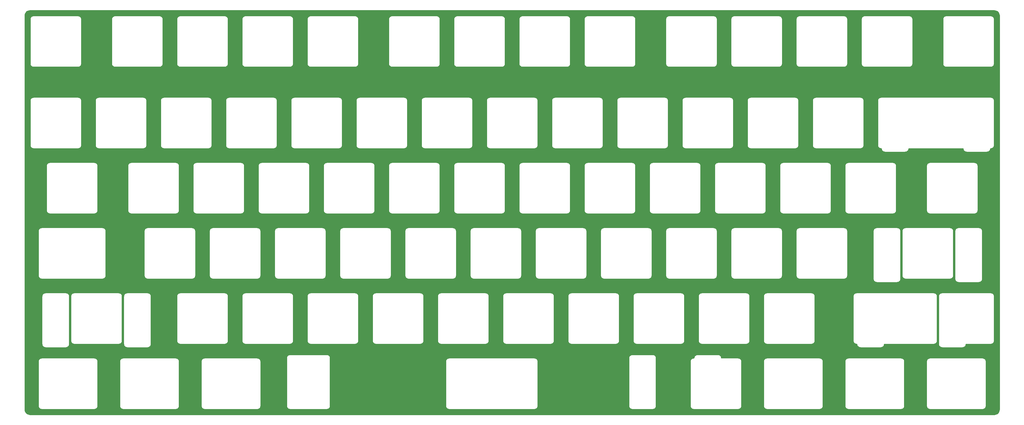
<source format=gtl>
G04 #@! TF.GenerationSoftware,KiCad,Pcbnew,(5.1.4)-1*
G04 #@! TF.CreationDate,2021-11-15T23:14:35+08:00*
G04 #@! TF.ProjectId,bakeneko70-plate,62616b65-6e65-46b6-9f37-302d706c6174,rev?*
G04 #@! TF.SameCoordinates,Original*
G04 #@! TF.FileFunction,Copper,L1,Top*
G04 #@! TF.FilePolarity,Positive*
%FSLAX46Y46*%
G04 Gerber Fmt 4.6, Leading zero omitted, Abs format (unit mm)*
G04 Created by KiCad (PCBNEW (5.1.4)-1) date 2021-11-15 23:14:35*
%MOMM*%
%LPD*%
G04 APERTURE LIST*
%ADD10C,4.400000*%
%ADD11C,0.700000*%
%ADD12C,0.254000*%
G04 APERTURE END LIST*
D10*
X266198750Y-40611774D03*
D11*
X267848750Y-40611774D03*
X267365476Y-41778500D03*
X266198750Y-42261774D03*
X265032024Y-41778500D03*
X264548750Y-40611774D03*
X265032024Y-39445048D03*
X266198750Y-38961774D03*
X267365476Y-39445048D03*
X186402976Y-39445048D03*
X185236250Y-38961774D03*
X184069524Y-39445048D03*
X183586250Y-40611774D03*
X184069524Y-41778500D03*
X185236250Y-42261774D03*
X186402976Y-41778500D03*
X186886250Y-40611774D03*
D10*
X185236250Y-40611774D03*
X104273750Y-40611774D03*
D11*
X105923750Y-40611774D03*
X105440476Y-41778500D03*
X104273750Y-42261774D03*
X103107024Y-41778500D03*
X102623750Y-40611774D03*
X103107024Y-39445048D03*
X104273750Y-38961774D03*
X105440476Y-39445048D03*
X24477977Y-39445048D03*
X23311251Y-38961774D03*
X22144525Y-39445048D03*
X21661251Y-40611774D03*
X22144525Y-41778500D03*
X23311251Y-42261774D03*
X24477977Y-41778500D03*
X24961251Y-40611774D03*
D10*
X23311251Y-40611774D03*
D12*
G36*
X285919712Y-20577833D02*
G01*
X286198396Y-20661973D01*
X286455423Y-20798637D01*
X286681014Y-20982625D01*
X286866570Y-21206924D01*
X287005025Y-21462991D01*
X287091107Y-21741078D01*
X287123999Y-22054021D01*
X287124000Y-137078733D01*
X287093166Y-137393211D01*
X287009027Y-137671894D01*
X286872363Y-137928921D01*
X286688374Y-138154514D01*
X286464077Y-138340069D01*
X286208008Y-138478525D01*
X285929922Y-138564607D01*
X285616978Y-138597499D01*
X3904736Y-138597499D01*
X3590284Y-138566667D01*
X3311602Y-138482527D01*
X3054577Y-138345864D01*
X2828987Y-138161878D01*
X2643426Y-137937572D01*
X2504974Y-137681510D01*
X2418891Y-137403421D01*
X2386000Y-137090480D01*
X2386000Y-136103352D01*
X6280250Y-136103352D01*
X6282365Y-136124826D01*
X6282344Y-136127849D01*
X6283034Y-136134881D01*
X6293234Y-136231929D01*
X6302452Y-136276836D01*
X6311049Y-136321902D01*
X6313091Y-136328666D01*
X6341947Y-136421885D01*
X6359715Y-136464153D01*
X6376900Y-136506687D01*
X6380217Y-136512925D01*
X6426630Y-136598763D01*
X6452251Y-136636746D01*
X6477386Y-136675157D01*
X6481852Y-136680632D01*
X6544054Y-136755821D01*
X6576566Y-136788107D01*
X6608679Y-136820900D01*
X6614123Y-136825403D01*
X6614127Y-136825407D01*
X6614132Y-136825410D01*
X6689744Y-136887079D01*
X6727919Y-136912443D01*
X6765789Y-136938373D01*
X6772004Y-136941733D01*
X6858165Y-136987545D01*
X6900526Y-137005004D01*
X6942714Y-137023086D01*
X6949463Y-137025175D01*
X7042881Y-137053380D01*
X7087871Y-137062289D01*
X7132732Y-137071824D01*
X7139749Y-137072561D01*
X7139754Y-137072562D01*
X7139758Y-137072562D01*
X7236875Y-137082084D01*
X7236877Y-137082084D01*
X7261396Y-137084499D01*
X22692355Y-137084499D01*
X22713839Y-137082383D01*
X22716856Y-137082404D01*
X22723888Y-137081715D01*
X22820936Y-137071514D01*
X22865845Y-137062295D01*
X22910904Y-137053699D01*
X22917668Y-137051657D01*
X23010887Y-137022801D01*
X23053155Y-137005033D01*
X23095689Y-136987848D01*
X23101927Y-136984531D01*
X23187765Y-136938118D01*
X23225748Y-136912497D01*
X23264159Y-136887362D01*
X23269634Y-136882896D01*
X23344823Y-136820694D01*
X23377112Y-136788179D01*
X23409905Y-136756066D01*
X23414408Y-136750622D01*
X23476083Y-136675001D01*
X23501447Y-136636825D01*
X23527374Y-136598959D01*
X23530734Y-136592744D01*
X23576546Y-136506583D01*
X23594005Y-136464222D01*
X23612087Y-136422034D01*
X23614176Y-136415285D01*
X23642381Y-136321867D01*
X23651290Y-136276877D01*
X23660825Y-136232016D01*
X23661562Y-136224997D01*
X23661563Y-136224994D01*
X23661563Y-136224990D01*
X23671085Y-136127873D01*
X23671085Y-136127872D01*
X23673500Y-136103353D01*
X23673500Y-123053646D01*
X30092750Y-123053646D01*
X30092751Y-136103353D01*
X30094865Y-136124818D01*
X30094844Y-136127849D01*
X30095534Y-136134881D01*
X30105734Y-136231929D01*
X30114952Y-136276836D01*
X30123549Y-136321902D01*
X30125591Y-136328666D01*
X30154447Y-136421885D01*
X30172215Y-136464153D01*
X30189400Y-136506687D01*
X30192717Y-136512925D01*
X30239130Y-136598763D01*
X30264751Y-136636746D01*
X30289886Y-136675157D01*
X30294352Y-136680632D01*
X30356554Y-136755821D01*
X30389066Y-136788107D01*
X30421179Y-136820900D01*
X30426623Y-136825403D01*
X30426627Y-136825407D01*
X30426632Y-136825410D01*
X30502244Y-136887079D01*
X30540419Y-136912443D01*
X30578289Y-136938373D01*
X30584504Y-136941733D01*
X30670665Y-136987545D01*
X30713026Y-137005004D01*
X30755214Y-137023086D01*
X30761963Y-137025175D01*
X30855381Y-137053380D01*
X30900371Y-137062289D01*
X30945232Y-137071824D01*
X30952249Y-137072561D01*
X30952254Y-137072562D01*
X30952258Y-137072562D01*
X31049375Y-137082084D01*
X31049377Y-137082084D01*
X31073896Y-137084499D01*
X46504854Y-137084499D01*
X46526328Y-137082384D01*
X46529350Y-137082405D01*
X46536382Y-137081715D01*
X46633430Y-137071515D01*
X46678337Y-137062297D01*
X46723403Y-137053700D01*
X46730167Y-137051658D01*
X46823386Y-137022802D01*
X46865654Y-137005034D01*
X46908188Y-136987849D01*
X46914426Y-136984532D01*
X47000264Y-136938119D01*
X47038247Y-136912498D01*
X47076658Y-136887363D01*
X47082133Y-136882897D01*
X47157322Y-136820695D01*
X47189608Y-136788183D01*
X47222401Y-136756070D01*
X47226904Y-136750626D01*
X47226908Y-136750622D01*
X47226911Y-136750617D01*
X47288580Y-136675005D01*
X47313944Y-136636830D01*
X47339874Y-136598960D01*
X47343234Y-136592745D01*
X47389046Y-136506584D01*
X47406505Y-136464223D01*
X47424587Y-136422035D01*
X47426676Y-136415286D01*
X47454881Y-136321868D01*
X47463790Y-136276878D01*
X47473325Y-136232017D01*
X47474062Y-136224998D01*
X47474063Y-136224995D01*
X47474063Y-136224990D01*
X47483436Y-136129393D01*
X47486001Y-136103352D01*
X47486000Y-123053646D01*
X53905250Y-123053646D01*
X53905251Y-136103353D01*
X53907365Y-136124818D01*
X53907344Y-136127849D01*
X53908034Y-136134881D01*
X53918234Y-136231929D01*
X53927452Y-136276836D01*
X53936049Y-136321902D01*
X53938091Y-136328666D01*
X53966947Y-136421885D01*
X53984715Y-136464152D01*
X54001899Y-136506685D01*
X54005216Y-136512923D01*
X54051629Y-136598762D01*
X54077264Y-136636767D01*
X54102384Y-136675155D01*
X54106849Y-136680630D01*
X54169051Y-136755820D01*
X54201567Y-136788110D01*
X54233681Y-136820904D01*
X54239125Y-136825407D01*
X54314746Y-136887082D01*
X54352909Y-136912437D01*
X54390784Y-136938371D01*
X54396999Y-136941731D01*
X54483160Y-136987544D01*
X54525515Y-137005001D01*
X54567717Y-137023089D01*
X54574461Y-137025175D01*
X54574463Y-137025176D01*
X54574465Y-137025176D01*
X54574467Y-137025177D01*
X54667885Y-137053382D01*
X54712828Y-137062280D01*
X54757726Y-137071824D01*
X54764752Y-137072562D01*
X54861869Y-137082085D01*
X54861887Y-137082085D01*
X54886396Y-137084499D01*
X70317354Y-137084499D01*
X70338828Y-137082384D01*
X70341850Y-137082405D01*
X70348882Y-137081715D01*
X70445930Y-137071515D01*
X70490811Y-137062302D01*
X70535905Y-137053700D01*
X70542668Y-137051658D01*
X70635886Y-137022802D01*
X70678155Y-137005033D01*
X70720681Y-136987852D01*
X70726919Y-136984535D01*
X70812758Y-136938123D01*
X70850734Y-136912508D01*
X70889158Y-136887364D01*
X70894633Y-136882898D01*
X70969822Y-136820696D01*
X71002111Y-136788181D01*
X71034904Y-136756068D01*
X71039407Y-136750624D01*
X71101082Y-136675003D01*
X71126458Y-136636809D01*
X71152369Y-136598967D01*
X71155730Y-136592752D01*
X71201543Y-136506592D01*
X71219009Y-136464218D01*
X71237089Y-136422033D01*
X71239173Y-136415297D01*
X71239176Y-136415289D01*
X71239178Y-136415280D01*
X71267382Y-136321865D01*
X71276280Y-136276922D01*
X71285824Y-136232024D01*
X71286562Y-136224998D01*
X71296085Y-136127881D01*
X71296085Y-136127872D01*
X71298500Y-136103353D01*
X71298500Y-123053645D01*
X71296385Y-123032171D01*
X71296406Y-123029149D01*
X71295716Y-123022118D01*
X71285516Y-122925069D01*
X71276298Y-122880162D01*
X71267701Y-122835096D01*
X71265659Y-122828332D01*
X71236803Y-122735113D01*
X71219035Y-122692845D01*
X71201850Y-122650311D01*
X71198533Y-122644073D01*
X71152120Y-122558235D01*
X71126485Y-122520230D01*
X71101364Y-122481840D01*
X71096898Y-122476366D01*
X71096897Y-122476364D01*
X71096893Y-122476360D01*
X71034696Y-122401177D01*
X71002167Y-122368874D01*
X70970071Y-122336098D01*
X70964627Y-122331595D01*
X70964623Y-122331591D01*
X70964618Y-122331588D01*
X70889006Y-122269919D01*
X70850831Y-122244555D01*
X70812961Y-122218625D01*
X70806746Y-122215265D01*
X70720585Y-122169453D01*
X70678224Y-122151994D01*
X70636036Y-122133912D01*
X70629287Y-122131823D01*
X70535869Y-122103618D01*
X70490887Y-122094711D01*
X70446019Y-122085174D01*
X70439001Y-122084437D01*
X70438996Y-122084436D01*
X70438992Y-122084436D01*
X70341875Y-122074914D01*
X70341873Y-122074914D01*
X70317354Y-122072499D01*
X54886396Y-122072499D01*
X54864912Y-122074615D01*
X54861895Y-122074594D01*
X54854864Y-122075283D01*
X54757815Y-122085484D01*
X54712906Y-122094703D01*
X54667847Y-122103299D01*
X54661083Y-122105341D01*
X54567864Y-122134197D01*
X54525608Y-122151960D01*
X54483064Y-122169149D01*
X54476826Y-122172466D01*
X54390987Y-122218879D01*
X54352998Y-122244503D01*
X54314590Y-122269636D01*
X54309116Y-122274102D01*
X54233927Y-122336304D01*
X54201634Y-122368823D01*
X54168843Y-122400935D01*
X54164346Y-122406372D01*
X54164341Y-122406377D01*
X54164340Y-122406379D01*
X54102665Y-122482001D01*
X54077310Y-122520164D01*
X54051377Y-122558038D01*
X54048017Y-122564253D01*
X54002205Y-122650413D01*
X53984740Y-122692787D01*
X53966662Y-122734965D01*
X53964575Y-122741710D01*
X53964574Y-122741715D01*
X53936369Y-122835133D01*
X53927466Y-122880094D01*
X53917925Y-122924982D01*
X53917187Y-122932009D01*
X53907666Y-123029119D01*
X53905250Y-123053646D01*
X47486000Y-123053646D01*
X47485999Y-123053645D01*
X47483885Y-123032180D01*
X47483906Y-123029149D01*
X47483216Y-123022118D01*
X47473016Y-122925069D01*
X47463798Y-122880162D01*
X47455201Y-122835096D01*
X47453159Y-122828332D01*
X47424303Y-122735113D01*
X47406535Y-122692845D01*
X47389350Y-122650311D01*
X47386033Y-122644073D01*
X47339620Y-122558235D01*
X47313985Y-122520230D01*
X47288864Y-122481840D01*
X47284398Y-122476366D01*
X47284397Y-122476364D01*
X47284393Y-122476360D01*
X47222196Y-122401177D01*
X47189667Y-122368874D01*
X47157571Y-122336098D01*
X47152127Y-122331595D01*
X47152123Y-122331591D01*
X47152118Y-122331588D01*
X47076506Y-122269919D01*
X47038331Y-122244555D01*
X47000461Y-122218625D01*
X46994246Y-122215265D01*
X46908085Y-122169453D01*
X46865724Y-122151994D01*
X46823536Y-122133912D01*
X46816787Y-122131823D01*
X46723369Y-122103618D01*
X46678387Y-122094711D01*
X46633519Y-122085174D01*
X46626501Y-122084437D01*
X46626496Y-122084436D01*
X46626492Y-122084436D01*
X46529375Y-122074914D01*
X46529373Y-122074914D01*
X46504854Y-122072499D01*
X31073896Y-122072499D01*
X31052422Y-122074614D01*
X31049400Y-122074593D01*
X31042369Y-122075283D01*
X30945320Y-122085483D01*
X30900410Y-122094702D01*
X30855342Y-122103299D01*
X30848588Y-122105339D01*
X30848583Y-122105340D01*
X30848581Y-122105341D01*
X30848578Y-122105342D01*
X30755359Y-122134198D01*
X30713097Y-122151964D01*
X30670568Y-122169146D01*
X30664330Y-122172464D01*
X30664325Y-122172467D01*
X30664322Y-122172468D01*
X30664320Y-122172470D01*
X30578491Y-122218876D01*
X30540509Y-122244495D01*
X30502090Y-122269635D01*
X30496616Y-122274101D01*
X30421427Y-122336303D01*
X30389134Y-122368822D01*
X30356343Y-122400934D01*
X30351845Y-122406372D01*
X30351841Y-122406376D01*
X30351840Y-122406378D01*
X30290165Y-122482000D01*
X30264814Y-122520158D01*
X30238880Y-122558032D01*
X30235520Y-122564247D01*
X30189706Y-122650408D01*
X30172243Y-122692777D01*
X30154161Y-122734964D01*
X30152073Y-122741713D01*
X30123868Y-122835132D01*
X30114965Y-122880093D01*
X30105424Y-122924981D01*
X30104686Y-122932008D01*
X30095164Y-123029125D01*
X30095164Y-123029137D01*
X30092750Y-123053646D01*
X23673500Y-123053646D01*
X23673500Y-123053645D01*
X23671385Y-123032171D01*
X23671406Y-123029149D01*
X23670716Y-123022118D01*
X23660516Y-122925069D01*
X23651303Y-122880188D01*
X23642701Y-122835094D01*
X23640659Y-122828331D01*
X23611803Y-122735113D01*
X23594041Y-122692861D01*
X23576851Y-122650314D01*
X23573534Y-122644076D01*
X23527121Y-122558237D01*
X23501497Y-122520248D01*
X23476364Y-122481840D01*
X23471898Y-122476366D01*
X23409696Y-122401177D01*
X23377181Y-122368888D01*
X23345068Y-122336095D01*
X23339624Y-122331592D01*
X23264003Y-122269917D01*
X23225837Y-122244560D01*
X23187963Y-122218627D01*
X23181748Y-122215267D01*
X23095588Y-122169455D01*
X23053207Y-122151987D01*
X23011037Y-122133913D01*
X23004288Y-122131824D01*
X22910870Y-122103619D01*
X22865888Y-122094712D01*
X22821020Y-122085175D01*
X22814002Y-122084438D01*
X22813997Y-122084437D01*
X22813993Y-122084437D01*
X22716876Y-122074915D01*
X22716863Y-122074915D01*
X22692354Y-122072501D01*
X7261397Y-122072499D01*
X7239913Y-122074615D01*
X7236895Y-122074594D01*
X7229864Y-122075283D01*
X7132815Y-122085484D01*
X7087906Y-122094703D01*
X7042847Y-122103299D01*
X7036083Y-122105341D01*
X6942864Y-122134197D01*
X6900608Y-122151960D01*
X6858064Y-122169149D01*
X6851826Y-122172466D01*
X6765987Y-122218879D01*
X6727998Y-122244503D01*
X6689590Y-122269636D01*
X6684116Y-122274102D01*
X6608927Y-122336304D01*
X6576634Y-122368823D01*
X6543843Y-122400935D01*
X6539346Y-122406372D01*
X6539341Y-122406377D01*
X6539340Y-122406379D01*
X6477665Y-122482001D01*
X6452310Y-122520164D01*
X6426377Y-122558038D01*
X6423017Y-122564253D01*
X6377205Y-122650413D01*
X6359740Y-122692787D01*
X6341662Y-122734965D01*
X6339575Y-122741710D01*
X6339574Y-122741715D01*
X6311369Y-122835133D01*
X6302466Y-122880094D01*
X6292925Y-122924982D01*
X6292187Y-122932009D01*
X6282665Y-123029126D01*
X6282665Y-123029136D01*
X6280251Y-123053645D01*
X6280250Y-136103352D01*
X2386000Y-136103352D01*
X2386000Y-122053646D01*
X78842750Y-122053646D01*
X78842751Y-136103353D01*
X78844865Y-136124818D01*
X78844844Y-136127849D01*
X78845534Y-136134881D01*
X78855734Y-136231929D01*
X78864952Y-136276836D01*
X78873549Y-136321902D01*
X78875591Y-136328666D01*
X78904447Y-136421885D01*
X78922215Y-136464153D01*
X78939400Y-136506687D01*
X78942717Y-136512925D01*
X78989130Y-136598763D01*
X79014751Y-136636746D01*
X79039886Y-136675157D01*
X79044352Y-136680632D01*
X79106554Y-136755821D01*
X79139066Y-136788107D01*
X79171179Y-136820900D01*
X79176623Y-136825403D01*
X79176627Y-136825407D01*
X79176632Y-136825410D01*
X79252244Y-136887079D01*
X79290419Y-136912443D01*
X79328289Y-136938373D01*
X79334504Y-136941733D01*
X79420665Y-136987545D01*
X79463026Y-137005004D01*
X79505214Y-137023086D01*
X79511963Y-137025175D01*
X79605381Y-137053380D01*
X79650371Y-137062289D01*
X79695232Y-137071824D01*
X79702249Y-137072561D01*
X79702254Y-137072562D01*
X79702258Y-137072562D01*
X79799375Y-137082084D01*
X79799378Y-137082084D01*
X79823897Y-137084499D01*
X90629854Y-137084499D01*
X90651328Y-137082384D01*
X90654350Y-137082405D01*
X90661382Y-137081715D01*
X90758430Y-137071515D01*
X90803311Y-137062302D01*
X90848405Y-137053700D01*
X90855168Y-137051658D01*
X90948386Y-137022802D01*
X90990655Y-137005033D01*
X91033181Y-136987852D01*
X91039419Y-136984535D01*
X91125258Y-136938123D01*
X91163234Y-136912508D01*
X91201658Y-136887364D01*
X91207133Y-136882898D01*
X91282322Y-136820696D01*
X91314611Y-136788181D01*
X91347404Y-136756068D01*
X91351907Y-136750624D01*
X91413582Y-136675003D01*
X91438958Y-136636809D01*
X91464869Y-136598967D01*
X91468230Y-136592752D01*
X91514043Y-136506592D01*
X91531509Y-136464218D01*
X91549589Y-136422033D01*
X91551673Y-136415297D01*
X91551676Y-136415289D01*
X91551678Y-136415280D01*
X91579882Y-136321865D01*
X91588780Y-136276922D01*
X91598324Y-136232024D01*
X91599062Y-136224998D01*
X91608585Y-136127881D01*
X91608585Y-136127880D01*
X91611001Y-136103353D01*
X91611001Y-123053646D01*
X125342750Y-123053646D01*
X125342751Y-136103353D01*
X125344865Y-136124818D01*
X125344844Y-136127849D01*
X125345534Y-136134881D01*
X125355734Y-136231929D01*
X125364952Y-136276836D01*
X125373549Y-136321902D01*
X125375591Y-136328666D01*
X125404447Y-136421885D01*
X125422215Y-136464153D01*
X125439400Y-136506687D01*
X125442717Y-136512925D01*
X125489130Y-136598763D01*
X125514751Y-136636746D01*
X125539886Y-136675157D01*
X125544352Y-136680632D01*
X125606554Y-136755821D01*
X125639066Y-136788107D01*
X125671179Y-136820900D01*
X125676623Y-136825403D01*
X125676627Y-136825407D01*
X125676632Y-136825410D01*
X125752244Y-136887079D01*
X125790419Y-136912443D01*
X125828289Y-136938373D01*
X125834504Y-136941733D01*
X125920665Y-136987545D01*
X125963026Y-137005004D01*
X126005214Y-137023086D01*
X126011963Y-137025175D01*
X126105381Y-137053380D01*
X126150371Y-137062289D01*
X126195232Y-137071824D01*
X126202249Y-137072561D01*
X126202254Y-137072562D01*
X126202258Y-137072562D01*
X126299375Y-137082084D01*
X126299378Y-137082084D01*
X126323897Y-137084499D01*
X151279853Y-137084499D01*
X151301327Y-137082384D01*
X151304349Y-137082405D01*
X151311381Y-137081715D01*
X151408429Y-137071515D01*
X151453336Y-137062297D01*
X151498402Y-137053700D01*
X151505166Y-137051658D01*
X151598385Y-137022802D01*
X151640652Y-137005034D01*
X151683185Y-136987850D01*
X151689423Y-136984533D01*
X151775262Y-136938120D01*
X151813267Y-136912485D01*
X151851655Y-136887365D01*
X151857130Y-136882900D01*
X151932320Y-136820698D01*
X151964610Y-136788182D01*
X151997404Y-136756068D01*
X152001907Y-136750624D01*
X152063582Y-136675003D01*
X152088937Y-136636840D01*
X152114871Y-136598965D01*
X152118231Y-136592750D01*
X152164044Y-136506589D01*
X152181501Y-136464234D01*
X152199589Y-136422032D01*
X152201675Y-136415288D01*
X152201676Y-136415286D01*
X152201677Y-136415281D01*
X152229882Y-136321864D01*
X152238780Y-136276921D01*
X152248324Y-136232023D01*
X152249062Y-136224997D01*
X152258585Y-136127880D01*
X152258585Y-136127872D01*
X152261000Y-136103353D01*
X152261000Y-136103352D01*
X178842749Y-136103352D01*
X178844864Y-136124826D01*
X178844843Y-136127849D01*
X178845533Y-136134881D01*
X178855733Y-136231929D01*
X178864951Y-136276836D01*
X178873548Y-136321902D01*
X178875590Y-136328666D01*
X178904446Y-136421885D01*
X178922214Y-136464153D01*
X178939399Y-136506687D01*
X178942716Y-136512925D01*
X178989129Y-136598763D01*
X179014750Y-136636746D01*
X179039885Y-136675157D01*
X179044351Y-136680632D01*
X179106553Y-136755821D01*
X179139065Y-136788107D01*
X179171178Y-136820900D01*
X179176622Y-136825403D01*
X179176626Y-136825407D01*
X179176631Y-136825410D01*
X179252243Y-136887079D01*
X179290418Y-136912443D01*
X179328288Y-136938373D01*
X179334503Y-136941733D01*
X179420664Y-136987545D01*
X179463025Y-137005004D01*
X179505213Y-137023086D01*
X179511962Y-137025175D01*
X179605380Y-137053380D01*
X179650370Y-137062289D01*
X179695231Y-137071824D01*
X179702248Y-137072561D01*
X179702253Y-137072562D01*
X179702257Y-137072562D01*
X179798004Y-137081950D01*
X179823897Y-137084500D01*
X185873604Y-137084498D01*
X185895069Y-137082384D01*
X185898100Y-137082405D01*
X185905132Y-137081715D01*
X186002180Y-137071515D01*
X186047061Y-137062302D01*
X186092155Y-137053700D01*
X186098918Y-137051658D01*
X186192136Y-137022802D01*
X186234400Y-137005035D01*
X186276935Y-136987850D01*
X186283173Y-136984533D01*
X186369012Y-136938120D01*
X186406996Y-136912500D01*
X186445408Y-136887363D01*
X186450883Y-136882897D01*
X186526072Y-136820695D01*
X186558361Y-136788180D01*
X186591154Y-136756067D01*
X186595657Y-136750623D01*
X186657332Y-136675002D01*
X186682699Y-136636821D01*
X186708622Y-136598962D01*
X186711982Y-136592747D01*
X186757794Y-136506587D01*
X186775262Y-136464206D01*
X186793336Y-136422036D01*
X186795425Y-136415287D01*
X186823630Y-136321869D01*
X186832539Y-136276879D01*
X186842074Y-136232018D01*
X186842811Y-136225001D01*
X186842812Y-136224996D01*
X186842812Y-136224990D01*
X186852185Y-136129393D01*
X186854750Y-136103353D01*
X186854750Y-123053646D01*
X196780250Y-123053646D01*
X196780251Y-136103353D01*
X196782365Y-136124818D01*
X196782344Y-136127849D01*
X196783034Y-136134881D01*
X196793234Y-136231929D01*
X196802452Y-136276836D01*
X196811049Y-136321902D01*
X196813091Y-136328666D01*
X196841947Y-136421885D01*
X196859715Y-136464152D01*
X196876899Y-136506685D01*
X196880216Y-136512923D01*
X196926629Y-136598762D01*
X196952264Y-136636767D01*
X196977384Y-136675155D01*
X196981849Y-136680630D01*
X197044051Y-136755820D01*
X197076567Y-136788110D01*
X197108681Y-136820904D01*
X197114125Y-136825407D01*
X197189746Y-136887082D01*
X197227909Y-136912437D01*
X197265784Y-136938371D01*
X197271999Y-136941731D01*
X197358160Y-136987544D01*
X197400515Y-137005001D01*
X197442717Y-137023089D01*
X197449461Y-137025175D01*
X197449463Y-137025176D01*
X197449465Y-137025176D01*
X197449467Y-137025177D01*
X197542885Y-137053382D01*
X197587828Y-137062280D01*
X197632726Y-137071824D01*
X197639752Y-137072562D01*
X197736869Y-137082085D01*
X197736887Y-137082085D01*
X197761396Y-137084499D01*
X210811104Y-137084499D01*
X210832578Y-137082384D01*
X210835600Y-137082405D01*
X210842632Y-137081715D01*
X210939680Y-137071515D01*
X210984561Y-137062302D01*
X211029655Y-137053700D01*
X211036418Y-137051658D01*
X211129636Y-137022802D01*
X211171900Y-137005035D01*
X211214435Y-136987850D01*
X211220673Y-136984533D01*
X211306512Y-136938120D01*
X211344496Y-136912500D01*
X211382908Y-136887363D01*
X211388383Y-136882897D01*
X211463572Y-136820695D01*
X211495861Y-136788180D01*
X211528654Y-136756067D01*
X211533157Y-136750623D01*
X211594832Y-136675002D01*
X211620199Y-136636821D01*
X211646122Y-136598962D01*
X211649482Y-136592747D01*
X211695294Y-136506587D01*
X211712762Y-136464206D01*
X211730836Y-136422036D01*
X211732925Y-136415287D01*
X211761130Y-136321869D01*
X211770039Y-136276879D01*
X211779574Y-136232018D01*
X211780311Y-136225001D01*
X211780312Y-136224996D01*
X211780312Y-136224990D01*
X211789685Y-136129393D01*
X211792250Y-136103353D01*
X211792250Y-123053646D01*
X218211499Y-123053646D01*
X218211501Y-136103353D01*
X218213615Y-136124818D01*
X218213594Y-136127849D01*
X218214284Y-136134881D01*
X218224484Y-136231929D01*
X218233702Y-136276836D01*
X218242299Y-136321902D01*
X218244341Y-136328666D01*
X218273197Y-136421885D01*
X218290965Y-136464152D01*
X218308149Y-136506685D01*
X218311466Y-136512923D01*
X218357879Y-136598762D01*
X218383514Y-136636767D01*
X218408634Y-136675155D01*
X218413099Y-136680630D01*
X218475301Y-136755820D01*
X218507817Y-136788110D01*
X218539931Y-136820904D01*
X218545375Y-136825407D01*
X218620996Y-136887082D01*
X218659159Y-136912437D01*
X218697034Y-136938371D01*
X218703249Y-136941731D01*
X218789410Y-136987544D01*
X218831765Y-137005001D01*
X218873967Y-137023089D01*
X218880711Y-137025175D01*
X218880713Y-137025176D01*
X218880715Y-137025176D01*
X218880717Y-137025177D01*
X218974135Y-137053382D01*
X219019078Y-137062280D01*
X219063976Y-137071824D01*
X219071002Y-137072562D01*
X219168119Y-137082085D01*
X219168137Y-137082085D01*
X219192646Y-137084499D01*
X234623604Y-137084499D01*
X234645078Y-137082384D01*
X234648100Y-137082405D01*
X234655132Y-137081715D01*
X234752180Y-137071515D01*
X234797087Y-137062297D01*
X234842153Y-137053700D01*
X234848917Y-137051658D01*
X234942136Y-137022802D01*
X234984404Y-137005034D01*
X235026938Y-136987849D01*
X235033176Y-136984532D01*
X235119014Y-136938119D01*
X235156997Y-136912498D01*
X235195408Y-136887363D01*
X235200883Y-136882897D01*
X235276072Y-136820695D01*
X235308358Y-136788183D01*
X235341151Y-136756070D01*
X235345654Y-136750626D01*
X235345658Y-136750622D01*
X235345661Y-136750617D01*
X235407330Y-136675005D01*
X235432694Y-136636830D01*
X235458624Y-136598960D01*
X235461984Y-136592745D01*
X235507796Y-136506584D01*
X235525255Y-136464223D01*
X235543337Y-136422035D01*
X235545426Y-136415286D01*
X235573631Y-136321868D01*
X235582540Y-136276878D01*
X235592075Y-136232017D01*
X235592812Y-136224998D01*
X235592813Y-136224995D01*
X235592813Y-136224990D01*
X235602335Y-136127874D01*
X235602335Y-136127872D01*
X235604750Y-136103353D01*
X235604750Y-123053646D01*
X242024000Y-123053646D01*
X242024001Y-136103353D01*
X242026115Y-136124818D01*
X242026094Y-136127849D01*
X242026784Y-136134881D01*
X242036984Y-136231929D01*
X242046202Y-136276836D01*
X242054799Y-136321902D01*
X242056841Y-136328666D01*
X242085697Y-136421885D01*
X242103465Y-136464153D01*
X242120650Y-136506687D01*
X242123967Y-136512925D01*
X242170380Y-136598763D01*
X242196001Y-136636746D01*
X242221136Y-136675157D01*
X242225602Y-136680632D01*
X242287804Y-136755821D01*
X242320316Y-136788107D01*
X242352429Y-136820900D01*
X242357873Y-136825403D01*
X242357877Y-136825407D01*
X242357882Y-136825410D01*
X242433494Y-136887079D01*
X242471669Y-136912443D01*
X242509539Y-136938373D01*
X242515754Y-136941733D01*
X242601915Y-136987545D01*
X242644276Y-137005004D01*
X242686464Y-137023086D01*
X242693213Y-137025175D01*
X242786631Y-137053380D01*
X242831621Y-137062289D01*
X242876482Y-137071824D01*
X242883499Y-137072561D01*
X242883504Y-137072562D01*
X242883508Y-137072562D01*
X242980625Y-137082084D01*
X242980627Y-137082084D01*
X243005146Y-137084499D01*
X258436104Y-137084499D01*
X258457578Y-137082384D01*
X258460600Y-137082405D01*
X258467632Y-137081715D01*
X258564680Y-137071515D01*
X258609587Y-137062297D01*
X258654653Y-137053700D01*
X258661417Y-137051658D01*
X258754636Y-137022802D01*
X258796904Y-137005034D01*
X258839438Y-136987849D01*
X258845676Y-136984532D01*
X258931514Y-136938119D01*
X258969497Y-136912498D01*
X259007908Y-136887363D01*
X259013383Y-136882897D01*
X259088572Y-136820695D01*
X259120858Y-136788183D01*
X259153651Y-136756070D01*
X259158154Y-136750626D01*
X259158158Y-136750622D01*
X259158161Y-136750617D01*
X259219830Y-136675005D01*
X259245194Y-136636830D01*
X259271124Y-136598960D01*
X259274484Y-136592745D01*
X259320296Y-136506584D01*
X259337755Y-136464223D01*
X259355837Y-136422035D01*
X259357926Y-136415286D01*
X259386131Y-136321868D01*
X259395040Y-136276878D01*
X259404575Y-136232017D01*
X259405312Y-136224998D01*
X259405313Y-136224995D01*
X259405313Y-136224990D01*
X259414835Y-136127874D01*
X259414835Y-136127872D01*
X259417250Y-136103353D01*
X259417250Y-136103352D01*
X265836499Y-136103352D01*
X265838614Y-136124826D01*
X265838593Y-136127849D01*
X265839283Y-136134881D01*
X265849483Y-136231929D01*
X265858701Y-136276836D01*
X265867298Y-136321902D01*
X265869340Y-136328666D01*
X265898196Y-136421885D01*
X265915964Y-136464153D01*
X265933149Y-136506687D01*
X265936466Y-136512925D01*
X265982879Y-136598763D01*
X266008500Y-136636746D01*
X266033635Y-136675157D01*
X266038101Y-136680632D01*
X266100303Y-136755821D01*
X266132815Y-136788107D01*
X266164928Y-136820900D01*
X266170372Y-136825403D01*
X266170376Y-136825407D01*
X266170381Y-136825410D01*
X266245993Y-136887079D01*
X266284168Y-136912443D01*
X266322038Y-136938373D01*
X266328253Y-136941733D01*
X266414414Y-136987545D01*
X266456775Y-137005004D01*
X266498963Y-137023086D01*
X266505712Y-137025175D01*
X266599130Y-137053380D01*
X266644120Y-137062289D01*
X266688981Y-137071824D01*
X266695998Y-137072561D01*
X266696003Y-137072562D01*
X266696007Y-137072562D01*
X266791754Y-137081950D01*
X266817647Y-137084500D01*
X282248604Y-137084498D01*
X282270069Y-137082384D01*
X282273100Y-137082405D01*
X282280132Y-137081715D01*
X282377180Y-137071515D01*
X282422087Y-137062297D01*
X282467153Y-137053700D01*
X282473917Y-137051658D01*
X282567136Y-137022802D01*
X282609404Y-137005034D01*
X282651938Y-136987849D01*
X282658176Y-136984532D01*
X282744014Y-136938119D01*
X282781997Y-136912498D01*
X282820408Y-136887363D01*
X282825883Y-136882897D01*
X282901072Y-136820695D01*
X282933358Y-136788183D01*
X282966151Y-136756070D01*
X282970654Y-136750626D01*
X282970658Y-136750622D01*
X282970661Y-136750617D01*
X283032330Y-136675005D01*
X283057694Y-136636830D01*
X283083624Y-136598960D01*
X283086984Y-136592745D01*
X283132796Y-136506584D01*
X283150255Y-136464223D01*
X283168337Y-136422035D01*
X283170426Y-136415286D01*
X283198631Y-136321868D01*
X283207540Y-136276878D01*
X283217075Y-136232017D01*
X283217812Y-136224998D01*
X283217813Y-136224995D01*
X283217813Y-136224990D01*
X283227335Y-136127874D01*
X283227335Y-136127872D01*
X283229750Y-136103353D01*
X283229750Y-123053645D01*
X283227635Y-123032171D01*
X283227656Y-123029149D01*
X283226966Y-123022118D01*
X283216766Y-122925069D01*
X283207548Y-122880162D01*
X283198951Y-122835096D01*
X283196909Y-122828332D01*
X283168053Y-122735113D01*
X283150285Y-122692845D01*
X283133100Y-122650311D01*
X283129783Y-122644073D01*
X283083370Y-122558235D01*
X283057735Y-122520230D01*
X283032614Y-122481840D01*
X283028148Y-122476366D01*
X283028147Y-122476364D01*
X283028143Y-122476360D01*
X282965946Y-122401177D01*
X282933417Y-122368874D01*
X282901321Y-122336098D01*
X282895877Y-122331595D01*
X282895873Y-122331591D01*
X282895868Y-122331588D01*
X282820256Y-122269919D01*
X282782081Y-122244555D01*
X282744211Y-122218625D01*
X282737996Y-122215265D01*
X282651835Y-122169453D01*
X282609474Y-122151994D01*
X282567286Y-122133912D01*
X282560537Y-122131823D01*
X282467119Y-122103618D01*
X282422137Y-122094711D01*
X282377269Y-122085174D01*
X282370251Y-122084437D01*
X282370246Y-122084436D01*
X282370242Y-122084436D01*
X282273125Y-122074914D01*
X282273123Y-122074914D01*
X282248604Y-122072499D01*
X266817646Y-122072499D01*
X266796172Y-122074614D01*
X266793150Y-122074593D01*
X266786119Y-122075283D01*
X266689070Y-122085483D01*
X266644163Y-122094701D01*
X266599097Y-122103298D01*
X266592333Y-122105340D01*
X266499114Y-122134196D01*
X266456858Y-122151959D01*
X266414314Y-122169148D01*
X266408076Y-122172465D01*
X266322237Y-122218878D01*
X266284267Y-122244489D01*
X266245844Y-122269632D01*
X266240369Y-122274098D01*
X266165180Y-122336299D01*
X266132890Y-122368815D01*
X266100096Y-122400929D01*
X266095593Y-122406373D01*
X266033917Y-122481996D01*
X266008574Y-122520140D01*
X265982628Y-122558033D01*
X265979268Y-122564248D01*
X265933454Y-122650410D01*
X265915997Y-122692765D01*
X265897909Y-122734967D01*
X265895821Y-122741716D01*
X265867617Y-122835135D01*
X265858726Y-122880040D01*
X265849174Y-122924975D01*
X265848436Y-122932002D01*
X265838913Y-123029119D01*
X265838913Y-123029144D01*
X265836500Y-123053645D01*
X265836499Y-136103352D01*
X259417250Y-136103352D01*
X259417250Y-123053645D01*
X259415135Y-123032171D01*
X259415156Y-123029149D01*
X259414466Y-123022118D01*
X259404266Y-122925069D01*
X259395048Y-122880162D01*
X259386451Y-122835096D01*
X259384409Y-122828332D01*
X259355553Y-122735113D01*
X259337785Y-122692845D01*
X259320600Y-122650311D01*
X259317283Y-122644073D01*
X259270870Y-122558235D01*
X259245235Y-122520230D01*
X259220114Y-122481840D01*
X259215648Y-122476366D01*
X259215647Y-122476364D01*
X259215643Y-122476360D01*
X259153446Y-122401177D01*
X259120917Y-122368874D01*
X259088821Y-122336098D01*
X259083377Y-122331595D01*
X259083373Y-122331591D01*
X259083368Y-122331588D01*
X259007756Y-122269919D01*
X258969581Y-122244555D01*
X258931711Y-122218625D01*
X258925496Y-122215265D01*
X258839335Y-122169453D01*
X258796974Y-122151994D01*
X258754786Y-122133912D01*
X258748037Y-122131823D01*
X258654619Y-122103618D01*
X258609637Y-122094711D01*
X258564769Y-122085174D01*
X258557751Y-122084437D01*
X258557746Y-122084436D01*
X258557742Y-122084436D01*
X258460625Y-122074914D01*
X258460623Y-122074914D01*
X258436104Y-122072499D01*
X243005146Y-122072499D01*
X242983672Y-122074614D01*
X242980650Y-122074593D01*
X242973619Y-122075283D01*
X242876570Y-122085483D01*
X242831663Y-122094701D01*
X242786597Y-122103298D01*
X242779833Y-122105340D01*
X242686614Y-122134196D01*
X242644346Y-122151964D01*
X242601812Y-122169149D01*
X242595574Y-122172466D01*
X242509736Y-122218879D01*
X242471731Y-122244514D01*
X242433341Y-122269635D01*
X242427871Y-122274098D01*
X242427865Y-122274102D01*
X242427861Y-122274106D01*
X242352678Y-122336303D01*
X242320375Y-122368832D01*
X242287599Y-122400928D01*
X242283096Y-122406372D01*
X242283092Y-122406376D01*
X242283091Y-122406378D01*
X242221420Y-122481993D01*
X242196056Y-122520168D01*
X242170126Y-122558038D01*
X242166766Y-122564253D01*
X242120954Y-122650414D01*
X242103495Y-122692775D01*
X242085413Y-122734963D01*
X242083324Y-122741712D01*
X242055119Y-122835130D01*
X242046212Y-122880112D01*
X242036675Y-122924980D01*
X242035938Y-122931998D01*
X242035938Y-122932002D01*
X242035937Y-122932007D01*
X242026415Y-123029124D01*
X242024000Y-123053646D01*
X235604750Y-123053646D01*
X235604750Y-123053645D01*
X235602634Y-123032161D01*
X235602655Y-123029144D01*
X235601966Y-123022113D01*
X235591765Y-122925064D01*
X235582546Y-122880155D01*
X235573950Y-122835096D01*
X235571908Y-122828332D01*
X235543052Y-122735113D01*
X235525284Y-122692845D01*
X235508099Y-122650311D01*
X235504782Y-122644073D01*
X235458369Y-122558235D01*
X235432734Y-122520230D01*
X235407613Y-122481840D01*
X235403147Y-122476366D01*
X235403146Y-122476364D01*
X235403142Y-122476360D01*
X235340945Y-122401177D01*
X235308430Y-122368888D01*
X235276317Y-122336095D01*
X235270873Y-122331592D01*
X235195252Y-122269917D01*
X235157091Y-122244564D01*
X235119210Y-122218626D01*
X235112995Y-122215266D01*
X235026834Y-122169454D01*
X234984473Y-122151995D01*
X234942285Y-122133913D01*
X234935536Y-122131824D01*
X234842118Y-122103619D01*
X234797136Y-122094712D01*
X234752268Y-122085175D01*
X234745250Y-122084438D01*
X234745245Y-122084437D01*
X234745241Y-122084437D01*
X234650153Y-122075114D01*
X234623604Y-122072499D01*
X219192646Y-122072499D01*
X219171172Y-122074614D01*
X219168150Y-122074593D01*
X219161119Y-122075283D01*
X219064070Y-122085483D01*
X219019160Y-122094702D01*
X218974092Y-122103299D01*
X218967338Y-122105339D01*
X218967333Y-122105340D01*
X218967331Y-122105341D01*
X218967328Y-122105342D01*
X218874109Y-122134198D01*
X218831847Y-122151964D01*
X218789318Y-122169146D01*
X218783080Y-122172464D01*
X218783075Y-122172467D01*
X218783072Y-122172468D01*
X218783070Y-122172470D01*
X218697241Y-122218876D01*
X218659259Y-122244495D01*
X218620840Y-122269635D01*
X218615366Y-122274101D01*
X218540177Y-122336303D01*
X218507884Y-122368822D01*
X218475093Y-122400934D01*
X218470595Y-122406372D01*
X218470591Y-122406376D01*
X218470590Y-122406378D01*
X218408915Y-122482000D01*
X218383564Y-122520158D01*
X218357630Y-122558032D01*
X218354270Y-122564247D01*
X218308456Y-122650408D01*
X218290993Y-122692777D01*
X218272911Y-122734964D01*
X218270823Y-122741713D01*
X218242618Y-122835132D01*
X218233715Y-122880093D01*
X218224174Y-122924981D01*
X218223436Y-122932008D01*
X218213915Y-123029119D01*
X218211499Y-123053646D01*
X211792250Y-123053646D01*
X211792250Y-123053645D01*
X211790135Y-123032171D01*
X211790156Y-123029149D01*
X211789466Y-123022118D01*
X211779266Y-122925069D01*
X211770048Y-122880162D01*
X211761451Y-122835096D01*
X211759409Y-122828332D01*
X211730553Y-122735113D01*
X211712785Y-122692845D01*
X211695600Y-122650311D01*
X211692283Y-122644073D01*
X211645870Y-122558235D01*
X211620235Y-122520230D01*
X211595114Y-122481840D01*
X211590648Y-122476366D01*
X211590647Y-122476364D01*
X211590643Y-122476360D01*
X211528446Y-122401177D01*
X211495917Y-122368874D01*
X211463821Y-122336098D01*
X211458377Y-122331595D01*
X211458373Y-122331591D01*
X211458368Y-122331588D01*
X211382756Y-122269919D01*
X211344581Y-122244555D01*
X211306711Y-122218625D01*
X211300496Y-122215265D01*
X211214335Y-122169453D01*
X211171974Y-122151994D01*
X211129786Y-122133912D01*
X211123037Y-122131823D01*
X211029619Y-122103618D01*
X210984637Y-122094711D01*
X210939769Y-122085174D01*
X210932751Y-122084437D01*
X210932746Y-122084436D01*
X210932742Y-122084436D01*
X210835625Y-122074914D01*
X210835623Y-122074914D01*
X210811104Y-122072499D01*
X205911000Y-122072499D01*
X205911000Y-122053645D01*
X205908885Y-122032171D01*
X205908906Y-122029149D01*
X205908216Y-122022118D01*
X205898016Y-121925069D01*
X205888798Y-121880162D01*
X205880201Y-121835096D01*
X205878159Y-121828332D01*
X205849303Y-121735113D01*
X205831535Y-121692845D01*
X205814350Y-121650311D01*
X205811033Y-121644073D01*
X205764620Y-121558235D01*
X205738985Y-121520230D01*
X205713864Y-121481840D01*
X205709398Y-121476366D01*
X205709397Y-121476364D01*
X205709393Y-121476360D01*
X205647196Y-121401177D01*
X205614667Y-121368874D01*
X205582571Y-121336098D01*
X205577127Y-121331595D01*
X205577123Y-121331591D01*
X205577118Y-121331588D01*
X205501506Y-121269919D01*
X205463331Y-121244555D01*
X205425461Y-121218625D01*
X205419246Y-121215265D01*
X205333085Y-121169453D01*
X205290724Y-121151994D01*
X205248536Y-121133912D01*
X205241787Y-121131823D01*
X205148369Y-121103618D01*
X205103387Y-121094711D01*
X205058519Y-121085174D01*
X205051501Y-121084437D01*
X205051496Y-121084436D01*
X205051492Y-121084436D01*
X204954375Y-121074914D01*
X204954373Y-121074914D01*
X204929854Y-121072499D01*
X198880146Y-121072499D01*
X198858672Y-121074614D01*
X198855650Y-121074593D01*
X198848619Y-121075283D01*
X198751570Y-121085483D01*
X198706663Y-121094701D01*
X198661597Y-121103298D01*
X198654833Y-121105340D01*
X198561614Y-121134196D01*
X198519346Y-121151964D01*
X198476812Y-121169149D01*
X198470574Y-121172466D01*
X198384736Y-121218879D01*
X198346731Y-121244514D01*
X198308341Y-121269635D01*
X198302869Y-121274099D01*
X198302865Y-121274102D01*
X198302861Y-121274106D01*
X198227678Y-121336303D01*
X198195375Y-121368832D01*
X198162599Y-121400928D01*
X198158096Y-121406372D01*
X198158092Y-121406376D01*
X198158091Y-121406378D01*
X198096420Y-121481993D01*
X198071056Y-121520168D01*
X198045126Y-121558038D01*
X198041766Y-121564253D01*
X197995954Y-121650414D01*
X197978495Y-121692775D01*
X197960413Y-121734963D01*
X197958324Y-121741712D01*
X197930119Y-121835130D01*
X197921212Y-121880112D01*
X197911675Y-121924980D01*
X197910938Y-121931998D01*
X197910938Y-121932002D01*
X197910937Y-121932007D01*
X197901415Y-122029124D01*
X197899000Y-122053646D01*
X197899000Y-122072499D01*
X197761396Y-122072499D01*
X197739922Y-122074614D01*
X197736900Y-122074593D01*
X197729869Y-122075283D01*
X197632820Y-122085483D01*
X197587913Y-122094701D01*
X197542847Y-122103298D01*
X197536083Y-122105340D01*
X197442864Y-122134196D01*
X197400596Y-122151964D01*
X197358062Y-122169149D01*
X197351824Y-122172466D01*
X197265986Y-122218879D01*
X197227981Y-122244514D01*
X197189591Y-122269635D01*
X197184121Y-122274098D01*
X197184115Y-122274102D01*
X197184111Y-122274106D01*
X197108928Y-122336303D01*
X197076625Y-122368832D01*
X197043849Y-122400928D01*
X197039346Y-122406372D01*
X197039342Y-122406376D01*
X197039341Y-122406378D01*
X196977670Y-122481993D01*
X196952306Y-122520168D01*
X196926376Y-122558038D01*
X196923016Y-122564253D01*
X196877204Y-122650414D01*
X196859745Y-122692775D01*
X196841663Y-122734963D01*
X196839574Y-122741712D01*
X196811369Y-122835130D01*
X196802462Y-122880112D01*
X196792925Y-122924980D01*
X196792188Y-122931998D01*
X196792188Y-122932002D01*
X196792187Y-122932007D01*
X196782665Y-123029124D01*
X196780250Y-123053646D01*
X186854750Y-123053646D01*
X186854750Y-122053645D01*
X186852635Y-122032171D01*
X186852656Y-122029149D01*
X186851966Y-122022118D01*
X186841766Y-121925069D01*
X186832548Y-121880162D01*
X186823951Y-121835096D01*
X186821909Y-121828332D01*
X186793053Y-121735113D01*
X186775285Y-121692845D01*
X186758100Y-121650311D01*
X186754783Y-121644073D01*
X186708370Y-121558235D01*
X186682735Y-121520230D01*
X186657614Y-121481840D01*
X186653148Y-121476366D01*
X186653147Y-121476364D01*
X186653143Y-121476360D01*
X186590946Y-121401177D01*
X186558417Y-121368874D01*
X186526321Y-121336098D01*
X186520877Y-121331595D01*
X186520873Y-121331591D01*
X186520868Y-121331588D01*
X186445256Y-121269919D01*
X186407081Y-121244555D01*
X186369211Y-121218625D01*
X186362996Y-121215265D01*
X186276835Y-121169453D01*
X186234474Y-121151994D01*
X186192286Y-121133912D01*
X186185537Y-121131823D01*
X186092119Y-121103618D01*
X186047137Y-121094711D01*
X186002269Y-121085174D01*
X185995251Y-121084437D01*
X185995246Y-121084436D01*
X185995242Y-121084436D01*
X185898125Y-121074914D01*
X185898123Y-121074914D01*
X185873604Y-121072499D01*
X179823896Y-121072499D01*
X179802422Y-121074614D01*
X179799400Y-121074593D01*
X179792369Y-121075283D01*
X179695320Y-121085483D01*
X179650413Y-121094701D01*
X179605347Y-121103298D01*
X179598583Y-121105340D01*
X179505364Y-121134196D01*
X179463096Y-121151964D01*
X179420562Y-121169149D01*
X179414324Y-121172466D01*
X179328486Y-121218879D01*
X179290481Y-121244514D01*
X179252091Y-121269635D01*
X179246619Y-121274099D01*
X179246615Y-121274102D01*
X179246611Y-121274106D01*
X179171428Y-121336303D01*
X179139125Y-121368832D01*
X179106349Y-121400928D01*
X179101846Y-121406372D01*
X179101842Y-121406376D01*
X179101841Y-121406378D01*
X179040170Y-121481993D01*
X179014806Y-121520168D01*
X178988876Y-121558038D01*
X178985516Y-121564253D01*
X178939704Y-121650414D01*
X178922245Y-121692775D01*
X178904163Y-121734963D01*
X178902074Y-121741712D01*
X178873869Y-121835130D01*
X178864962Y-121880112D01*
X178855425Y-121924980D01*
X178854688Y-121931998D01*
X178854688Y-121932002D01*
X178854687Y-121932007D01*
X178845165Y-122029124D01*
X178842750Y-122053645D01*
X178842749Y-136103352D01*
X152261000Y-136103352D01*
X152261000Y-123053645D01*
X152258884Y-123032161D01*
X152258905Y-123029144D01*
X152258216Y-123022113D01*
X152248015Y-122925064D01*
X152238796Y-122880155D01*
X152230200Y-122835096D01*
X152228158Y-122828332D01*
X152199302Y-122735113D01*
X152181539Y-122692857D01*
X152164350Y-122650313D01*
X152161033Y-122644075D01*
X152114620Y-122558236D01*
X152088996Y-122520247D01*
X152063863Y-122481839D01*
X152059397Y-122476365D01*
X151997195Y-122401176D01*
X151964676Y-122368883D01*
X151932564Y-122336092D01*
X151927124Y-122331592D01*
X151927122Y-122331590D01*
X151927118Y-122331587D01*
X151851498Y-122269914D01*
X151813335Y-122244559D01*
X151775461Y-122218626D01*
X151769246Y-122215266D01*
X151683086Y-122169454D01*
X151640712Y-122151989D01*
X151598534Y-122133911D01*
X151591785Y-122131823D01*
X151591787Y-122131823D01*
X151591779Y-122131821D01*
X151498366Y-122103618D01*
X151453405Y-122094715D01*
X151408517Y-122085174D01*
X151401494Y-122084436D01*
X151401490Y-122084436D01*
X151304373Y-122074914D01*
X151304372Y-122074914D01*
X151279853Y-122072499D01*
X126323897Y-122072499D01*
X126302423Y-122074614D01*
X126299401Y-122074593D01*
X126292370Y-122075283D01*
X126195321Y-122085483D01*
X126150411Y-122094702D01*
X126105343Y-122103299D01*
X126098589Y-122105339D01*
X126098584Y-122105340D01*
X126098582Y-122105341D01*
X126098579Y-122105342D01*
X126005360Y-122134198D01*
X125963098Y-122151964D01*
X125920569Y-122169146D01*
X125914331Y-122172464D01*
X125914326Y-122172467D01*
X125914323Y-122172468D01*
X125914321Y-122172470D01*
X125828492Y-122218876D01*
X125790510Y-122244495D01*
X125752091Y-122269635D01*
X125746617Y-122274101D01*
X125671428Y-122336303D01*
X125639135Y-122368822D01*
X125606344Y-122400934D01*
X125601846Y-122406372D01*
X125601842Y-122406376D01*
X125601841Y-122406378D01*
X125540166Y-122482000D01*
X125514815Y-122520158D01*
X125488881Y-122558032D01*
X125485521Y-122564247D01*
X125439707Y-122650408D01*
X125422244Y-122692777D01*
X125404162Y-122734964D01*
X125402074Y-122741713D01*
X125373869Y-122835132D01*
X125364966Y-122880093D01*
X125355425Y-122924981D01*
X125354687Y-122932008D01*
X125345166Y-123029119D01*
X125342750Y-123053646D01*
X91611001Y-123053646D01*
X91611001Y-122053645D01*
X91608886Y-122032171D01*
X91608907Y-122029149D01*
X91608217Y-122022118D01*
X91598017Y-121925069D01*
X91588799Y-121880162D01*
X91580202Y-121835096D01*
X91578160Y-121828332D01*
X91549304Y-121735113D01*
X91531536Y-121692845D01*
X91514351Y-121650311D01*
X91511034Y-121644073D01*
X91464621Y-121558235D01*
X91438986Y-121520230D01*
X91413865Y-121481840D01*
X91409399Y-121476366D01*
X91409398Y-121476364D01*
X91409394Y-121476360D01*
X91347197Y-121401177D01*
X91314668Y-121368874D01*
X91282572Y-121336098D01*
X91277128Y-121331595D01*
X91277124Y-121331591D01*
X91277119Y-121331588D01*
X91201507Y-121269919D01*
X91163332Y-121244555D01*
X91125462Y-121218625D01*
X91119247Y-121215265D01*
X91033086Y-121169453D01*
X90990725Y-121151994D01*
X90948537Y-121133912D01*
X90941788Y-121131823D01*
X90848370Y-121103618D01*
X90803388Y-121094711D01*
X90758520Y-121085174D01*
X90751502Y-121084437D01*
X90751497Y-121084436D01*
X90751493Y-121084436D01*
X90654376Y-121074914D01*
X90654373Y-121074914D01*
X90629854Y-121072499D01*
X79823897Y-121072499D01*
X79802423Y-121074614D01*
X79799401Y-121074593D01*
X79792370Y-121075283D01*
X79695321Y-121085483D01*
X79650414Y-121094701D01*
X79605348Y-121103298D01*
X79598584Y-121105340D01*
X79505365Y-121134196D01*
X79463097Y-121151964D01*
X79420563Y-121169149D01*
X79414325Y-121172466D01*
X79328487Y-121218879D01*
X79290482Y-121244514D01*
X79252092Y-121269635D01*
X79246620Y-121274099D01*
X79246616Y-121274102D01*
X79246612Y-121274106D01*
X79171429Y-121336303D01*
X79139126Y-121368832D01*
X79106350Y-121400928D01*
X79101847Y-121406372D01*
X79101843Y-121406376D01*
X79101842Y-121406378D01*
X79040171Y-121481993D01*
X79014807Y-121520168D01*
X78988877Y-121558038D01*
X78985517Y-121564253D01*
X78939705Y-121650414D01*
X78922246Y-121692775D01*
X78904164Y-121734963D01*
X78902075Y-121741712D01*
X78873870Y-121835130D01*
X78864963Y-121880112D01*
X78855426Y-121924980D01*
X78854689Y-121931998D01*
X78854689Y-121932002D01*
X78854688Y-121932007D01*
X78845322Y-122027535D01*
X78842750Y-122053646D01*
X2386000Y-122053646D01*
X2386000Y-104003646D01*
X7367250Y-104003646D01*
X7367251Y-118053353D01*
X7369365Y-118074818D01*
X7369344Y-118077849D01*
X7370034Y-118084881D01*
X7380234Y-118181929D01*
X7389453Y-118226839D01*
X7398050Y-118271907D01*
X7400092Y-118278671D01*
X7428949Y-118371889D01*
X7446723Y-118414170D01*
X7463898Y-118456681D01*
X7467215Y-118462919D01*
X7513627Y-118548758D01*
X7539242Y-118586734D01*
X7564386Y-118625158D01*
X7568852Y-118630633D01*
X7631054Y-118705822D01*
X7663589Y-118738131D01*
X7695685Y-118770906D01*
X7701122Y-118775403D01*
X7701127Y-118775408D01*
X7701129Y-118775409D01*
X7776750Y-118837084D01*
X7814944Y-118862459D01*
X7852784Y-118888369D01*
X7858999Y-118891730D01*
X7945159Y-118937543D01*
X7987544Y-118955013D01*
X8029715Y-118973088D01*
X8036456Y-118975174D01*
X8036462Y-118975176D01*
X8036468Y-118975177D01*
X8129883Y-119003381D01*
X8174852Y-119012285D01*
X8219733Y-119021825D01*
X8226755Y-119022563D01*
X8226759Y-119022563D01*
X8323876Y-119032085D01*
X8323888Y-119032085D01*
X8348397Y-119034499D01*
X14398104Y-119034499D01*
X14419578Y-119032384D01*
X14422600Y-119032405D01*
X14429632Y-119031715D01*
X14526680Y-119021515D01*
X14571587Y-119012297D01*
X14616653Y-119003700D01*
X14623417Y-119001658D01*
X14716636Y-118972802D01*
X14758904Y-118955034D01*
X14801438Y-118937849D01*
X14807676Y-118934532D01*
X14893514Y-118888119D01*
X14931497Y-118862498D01*
X14969908Y-118837363D01*
X14975383Y-118832897D01*
X15050572Y-118770695D01*
X15082858Y-118738183D01*
X15115651Y-118706070D01*
X15120154Y-118700626D01*
X15120158Y-118700622D01*
X15120161Y-118700617D01*
X15181830Y-118625005D01*
X15207194Y-118586830D01*
X15233124Y-118548960D01*
X15236484Y-118542745D01*
X15282296Y-118456584D01*
X15299755Y-118414223D01*
X15317837Y-118372035D01*
X15319926Y-118365286D01*
X15348131Y-118271868D01*
X15357040Y-118226878D01*
X15366575Y-118182017D01*
X15367313Y-118174991D01*
X15376835Y-118077874D01*
X15376835Y-118077862D01*
X15379249Y-118053353D01*
X15379251Y-104003646D01*
X15805250Y-104003646D01*
X15805252Y-117053353D01*
X15807366Y-117074818D01*
X15807345Y-117077849D01*
X15808035Y-117084881D01*
X15818235Y-117181929D01*
X15827453Y-117226836D01*
X15836050Y-117271902D01*
X15838092Y-117278666D01*
X15866948Y-117371885D01*
X15884716Y-117414153D01*
X15901901Y-117456687D01*
X15905218Y-117462925D01*
X15951631Y-117548763D01*
X15977252Y-117586746D01*
X16002387Y-117625157D01*
X16006853Y-117630632D01*
X16069055Y-117705821D01*
X16101567Y-117738107D01*
X16133680Y-117770900D01*
X16139124Y-117775403D01*
X16139128Y-117775407D01*
X16139133Y-117775410D01*
X16214745Y-117837079D01*
X16252920Y-117862443D01*
X16290790Y-117888373D01*
X16297005Y-117891733D01*
X16383166Y-117937545D01*
X16425527Y-117955004D01*
X16467715Y-117973086D01*
X16474464Y-117975175D01*
X16567882Y-118003380D01*
X16612872Y-118012289D01*
X16657733Y-118021824D01*
X16664750Y-118022561D01*
X16664755Y-118022562D01*
X16664759Y-118022562D01*
X16759847Y-118031885D01*
X16786396Y-118034500D01*
X29836104Y-118034500D01*
X29857578Y-118032385D01*
X29860600Y-118032406D01*
X29867632Y-118031716D01*
X29964680Y-118021516D01*
X30009587Y-118012298D01*
X30054653Y-118003701D01*
X30061417Y-118001659D01*
X30154636Y-117972803D01*
X30196903Y-117955035D01*
X30239436Y-117937851D01*
X30245674Y-117934534D01*
X30331513Y-117888121D01*
X30369518Y-117862486D01*
X30407906Y-117837366D01*
X30413381Y-117832901D01*
X30488571Y-117770699D01*
X30520896Y-117738147D01*
X30553654Y-117706069D01*
X30558152Y-117700631D01*
X30558157Y-117700626D01*
X30558161Y-117700621D01*
X30619833Y-117625003D01*
X30645171Y-117586867D01*
X30671123Y-117548965D01*
X30674483Y-117542750D01*
X30720296Y-117456589D01*
X30737753Y-117414234D01*
X30755841Y-117372032D01*
X30757929Y-117365282D01*
X30786134Y-117271864D01*
X30795032Y-117226921D01*
X30804576Y-117182023D01*
X30805314Y-117174997D01*
X30814837Y-117077880D01*
X30814837Y-117077862D01*
X30817251Y-117053353D01*
X30817251Y-104003646D01*
X31243250Y-104003646D01*
X31243251Y-118053353D01*
X31245365Y-118074818D01*
X31245344Y-118077849D01*
X31246034Y-118084881D01*
X31256234Y-118181929D01*
X31265452Y-118226836D01*
X31274049Y-118271902D01*
X31276091Y-118278666D01*
X31304947Y-118371885D01*
X31322715Y-118414152D01*
X31339899Y-118456685D01*
X31343216Y-118462923D01*
X31389629Y-118548762D01*
X31415264Y-118586767D01*
X31440384Y-118625155D01*
X31444849Y-118630630D01*
X31507051Y-118705820D01*
X31539567Y-118738110D01*
X31571681Y-118770904D01*
X31577125Y-118775407D01*
X31652746Y-118837082D01*
X31690909Y-118862437D01*
X31728784Y-118888371D01*
X31734999Y-118891731D01*
X31821160Y-118937544D01*
X31863515Y-118955001D01*
X31905717Y-118973089D01*
X31912461Y-118975175D01*
X31912463Y-118975176D01*
X31912465Y-118975176D01*
X31912467Y-118975177D01*
X32005885Y-119003382D01*
X32050828Y-119012280D01*
X32095726Y-119021824D01*
X32102752Y-119022562D01*
X32199869Y-119032085D01*
X32199887Y-119032085D01*
X32224396Y-119034499D01*
X38274104Y-119034499D01*
X38295578Y-119032384D01*
X38298600Y-119032405D01*
X38305632Y-119031715D01*
X38402680Y-119021515D01*
X38447587Y-119012297D01*
X38492653Y-119003700D01*
X38499417Y-119001658D01*
X38592636Y-118972802D01*
X38634904Y-118955034D01*
X38677438Y-118937849D01*
X38683676Y-118934532D01*
X38769514Y-118888119D01*
X38807497Y-118862498D01*
X38845908Y-118837363D01*
X38851383Y-118832897D01*
X38926572Y-118770695D01*
X38958858Y-118738183D01*
X38991651Y-118706070D01*
X38996154Y-118700626D01*
X38996158Y-118700622D01*
X38996161Y-118700617D01*
X39057830Y-118625005D01*
X39083194Y-118586830D01*
X39109124Y-118548960D01*
X39112484Y-118542745D01*
X39158296Y-118456584D01*
X39175755Y-118414223D01*
X39193837Y-118372035D01*
X39195926Y-118365286D01*
X39224131Y-118271868D01*
X39233040Y-118226878D01*
X39242575Y-118182017D01*
X39243313Y-118174991D01*
X39252687Y-118079388D01*
X39255251Y-118053352D01*
X39255251Y-117053352D01*
X46761500Y-117053352D01*
X46763615Y-117074826D01*
X46763594Y-117077849D01*
X46764284Y-117084881D01*
X46774484Y-117181929D01*
X46783702Y-117226836D01*
X46792299Y-117271902D01*
X46794341Y-117278666D01*
X46823197Y-117371885D01*
X46840965Y-117414153D01*
X46858150Y-117456687D01*
X46861467Y-117462925D01*
X46907880Y-117548763D01*
X46933501Y-117586746D01*
X46958636Y-117625157D01*
X46963102Y-117630632D01*
X47025304Y-117705821D01*
X47057816Y-117738107D01*
X47089929Y-117770900D01*
X47095373Y-117775403D01*
X47095377Y-117775407D01*
X47095382Y-117775410D01*
X47170994Y-117837079D01*
X47209169Y-117862443D01*
X47247039Y-117888373D01*
X47253254Y-117891733D01*
X47339415Y-117937545D01*
X47381776Y-117955004D01*
X47423964Y-117973086D01*
X47430713Y-117975175D01*
X47524131Y-118003380D01*
X47569121Y-118012289D01*
X47613982Y-118021824D01*
X47620999Y-118022561D01*
X47621004Y-118022562D01*
X47621008Y-118022562D01*
X47718125Y-118032084D01*
X47718138Y-118032084D01*
X47742647Y-118034498D01*
X60792353Y-118034500D01*
X60813827Y-118032385D01*
X60816850Y-118032406D01*
X60823882Y-118031716D01*
X60920930Y-118021516D01*
X60965840Y-118012297D01*
X61010908Y-118003700D01*
X61017672Y-118001658D01*
X61110890Y-117972801D01*
X61153171Y-117955027D01*
X61195682Y-117937852D01*
X61201920Y-117934535D01*
X61201925Y-117934532D01*
X61201928Y-117934531D01*
X61201930Y-117934529D01*
X61287759Y-117888123D01*
X61325735Y-117862508D01*
X61364159Y-117837364D01*
X61369634Y-117832898D01*
X61444823Y-117770696D01*
X61477132Y-117738161D01*
X61509907Y-117706065D01*
X61514408Y-117700624D01*
X61514409Y-117700623D01*
X61514412Y-117700619D01*
X61576085Y-117625000D01*
X61601460Y-117586806D01*
X61627370Y-117548966D01*
X61630731Y-117542751D01*
X61676544Y-117456591D01*
X61694014Y-117414206D01*
X61712089Y-117372035D01*
X61714175Y-117365294D01*
X61714177Y-117365288D01*
X61714178Y-117365282D01*
X61742382Y-117271867D01*
X61751286Y-117226898D01*
X61760826Y-117182017D01*
X61761564Y-117174991D01*
X61771086Y-117077874D01*
X61771086Y-117077871D01*
X61773501Y-117053352D01*
X61773500Y-104003646D01*
X65811500Y-104003646D01*
X65811501Y-117053353D01*
X65813615Y-117074818D01*
X65813594Y-117077849D01*
X65814284Y-117084881D01*
X65824484Y-117181929D01*
X65833702Y-117226836D01*
X65842299Y-117271902D01*
X65844341Y-117278666D01*
X65873197Y-117371885D01*
X65890965Y-117414152D01*
X65908149Y-117456685D01*
X65911466Y-117462923D01*
X65957879Y-117548762D01*
X65983514Y-117586767D01*
X66008634Y-117625155D01*
X66013099Y-117630630D01*
X66075301Y-117705820D01*
X66107817Y-117738110D01*
X66139931Y-117770904D01*
X66145375Y-117775407D01*
X66220996Y-117837082D01*
X66259159Y-117862437D01*
X66297034Y-117888371D01*
X66303249Y-117891731D01*
X66389410Y-117937544D01*
X66431765Y-117955001D01*
X66473967Y-117973089D01*
X66480711Y-117975175D01*
X66480713Y-117975176D01*
X66480715Y-117975176D01*
X66480717Y-117975177D01*
X66574135Y-118003382D01*
X66619078Y-118012280D01*
X66663976Y-118021824D01*
X66671002Y-118022562D01*
X66768119Y-118032085D01*
X66768127Y-118032085D01*
X66792646Y-118034500D01*
X79842354Y-118034500D01*
X79863828Y-118032385D01*
X79866850Y-118032406D01*
X79873882Y-118031716D01*
X79970930Y-118021516D01*
X80015837Y-118012298D01*
X80060903Y-118003701D01*
X80067667Y-118001659D01*
X80160886Y-117972803D01*
X80203153Y-117955035D01*
X80245686Y-117937851D01*
X80251924Y-117934534D01*
X80337763Y-117888121D01*
X80375768Y-117862486D01*
X80414156Y-117837366D01*
X80419631Y-117832901D01*
X80494821Y-117770699D01*
X80527146Y-117738147D01*
X80559904Y-117706069D01*
X80564402Y-117700631D01*
X80564407Y-117700626D01*
X80564411Y-117700621D01*
X80626083Y-117625003D01*
X80651421Y-117586867D01*
X80677373Y-117548965D01*
X80680733Y-117542750D01*
X80726546Y-117456589D01*
X80744003Y-117414234D01*
X80762091Y-117372032D01*
X80764179Y-117365282D01*
X80792384Y-117271864D01*
X80801282Y-117226921D01*
X80810826Y-117182023D01*
X80811564Y-117174997D01*
X80821087Y-117077880D01*
X80821087Y-117077862D01*
X80823501Y-117053353D01*
X80823501Y-117053352D01*
X84861500Y-117053352D01*
X84863615Y-117074826D01*
X84863594Y-117077849D01*
X84864284Y-117084881D01*
X84874484Y-117181929D01*
X84883702Y-117226836D01*
X84892299Y-117271902D01*
X84894341Y-117278666D01*
X84923197Y-117371885D01*
X84940965Y-117414153D01*
X84958150Y-117456687D01*
X84961467Y-117462925D01*
X85007880Y-117548763D01*
X85033501Y-117586746D01*
X85058636Y-117625157D01*
X85063102Y-117630632D01*
X85125304Y-117705821D01*
X85157816Y-117738107D01*
X85189929Y-117770900D01*
X85195373Y-117775403D01*
X85195377Y-117775407D01*
X85195382Y-117775410D01*
X85270994Y-117837079D01*
X85309169Y-117862443D01*
X85347039Y-117888373D01*
X85353254Y-117891733D01*
X85439415Y-117937545D01*
X85481776Y-117955004D01*
X85523964Y-117973086D01*
X85530713Y-117975175D01*
X85624131Y-118003380D01*
X85669121Y-118012289D01*
X85713982Y-118021824D01*
X85720999Y-118022561D01*
X85721004Y-118022562D01*
X85721008Y-118022562D01*
X85818125Y-118032084D01*
X85818137Y-118032084D01*
X85842646Y-118034498D01*
X98892353Y-118034500D01*
X98913827Y-118032385D01*
X98916850Y-118032406D01*
X98923882Y-118031716D01*
X99020930Y-118021516D01*
X99065837Y-118012298D01*
X99110903Y-118003701D01*
X99117667Y-118001659D01*
X99210886Y-117972803D01*
X99253153Y-117955035D01*
X99295686Y-117937851D01*
X99301924Y-117934534D01*
X99387763Y-117888121D01*
X99425768Y-117862486D01*
X99464156Y-117837366D01*
X99469631Y-117832901D01*
X99544821Y-117770699D01*
X99577146Y-117738147D01*
X99609904Y-117706069D01*
X99614402Y-117700631D01*
X99614407Y-117700626D01*
X99614411Y-117700621D01*
X99676083Y-117625003D01*
X99701421Y-117586867D01*
X99727373Y-117548965D01*
X99730733Y-117542750D01*
X99776546Y-117456589D01*
X99794003Y-117414234D01*
X99812091Y-117372032D01*
X99814179Y-117365282D01*
X99842384Y-117271864D01*
X99851282Y-117226921D01*
X99860826Y-117182023D01*
X99861564Y-117174997D01*
X99871087Y-117077880D01*
X99871087Y-117077862D01*
X99873501Y-117053353D01*
X99873501Y-117053352D01*
X103911500Y-117053352D01*
X103913615Y-117074826D01*
X103913594Y-117077849D01*
X103914284Y-117084881D01*
X103924484Y-117181929D01*
X103933702Y-117226836D01*
X103942299Y-117271902D01*
X103944341Y-117278666D01*
X103973197Y-117371885D01*
X103990965Y-117414153D01*
X104008150Y-117456687D01*
X104011467Y-117462925D01*
X104057880Y-117548763D01*
X104083501Y-117586746D01*
X104108636Y-117625157D01*
X104113102Y-117630632D01*
X104175304Y-117705821D01*
X104207816Y-117738107D01*
X104239929Y-117770900D01*
X104245373Y-117775403D01*
X104245377Y-117775407D01*
X104245382Y-117775410D01*
X104320994Y-117837079D01*
X104359169Y-117862443D01*
X104397039Y-117888373D01*
X104403254Y-117891733D01*
X104489415Y-117937545D01*
X104531776Y-117955004D01*
X104573964Y-117973086D01*
X104580713Y-117975175D01*
X104674131Y-118003380D01*
X104719121Y-118012289D01*
X104763982Y-118021824D01*
X104770999Y-118022561D01*
X104771004Y-118022562D01*
X104771008Y-118022562D01*
X104868125Y-118032084D01*
X104868138Y-118032084D01*
X104892647Y-118034498D01*
X117942353Y-118034500D01*
X117963827Y-118032385D01*
X117966850Y-118032406D01*
X117973882Y-118031716D01*
X118070930Y-118021516D01*
X118115840Y-118012297D01*
X118160908Y-118003700D01*
X118167672Y-118001658D01*
X118260890Y-117972801D01*
X118303171Y-117955027D01*
X118345682Y-117937852D01*
X118351920Y-117934535D01*
X118351925Y-117934532D01*
X118351928Y-117934531D01*
X118351930Y-117934529D01*
X118437759Y-117888123D01*
X118475735Y-117862508D01*
X118514159Y-117837364D01*
X118519634Y-117832898D01*
X118594823Y-117770696D01*
X118627132Y-117738161D01*
X118659907Y-117706065D01*
X118664408Y-117700624D01*
X118664409Y-117700623D01*
X118664412Y-117700619D01*
X118726085Y-117625000D01*
X118751460Y-117586806D01*
X118777370Y-117548966D01*
X118780731Y-117542751D01*
X118826544Y-117456591D01*
X118844014Y-117414206D01*
X118862089Y-117372035D01*
X118864175Y-117365294D01*
X118864177Y-117365288D01*
X118864178Y-117365282D01*
X118892382Y-117271867D01*
X118901286Y-117226898D01*
X118910826Y-117182017D01*
X118911564Y-117174991D01*
X118921086Y-117077874D01*
X118921086Y-117077872D01*
X118923501Y-117053353D01*
X118923501Y-117053352D01*
X122961501Y-117053352D01*
X122963616Y-117074826D01*
X122963595Y-117077849D01*
X122964285Y-117084881D01*
X122974485Y-117181929D01*
X122983703Y-117226836D01*
X122992300Y-117271902D01*
X122994342Y-117278666D01*
X123023198Y-117371885D01*
X123040966Y-117414153D01*
X123058151Y-117456687D01*
X123061468Y-117462925D01*
X123107881Y-117548763D01*
X123133502Y-117586746D01*
X123158637Y-117625157D01*
X123163103Y-117630632D01*
X123225305Y-117705821D01*
X123257817Y-117738107D01*
X123289930Y-117770900D01*
X123295374Y-117775403D01*
X123295378Y-117775407D01*
X123295383Y-117775410D01*
X123370995Y-117837079D01*
X123409170Y-117862443D01*
X123447040Y-117888373D01*
X123453255Y-117891733D01*
X123539416Y-117937545D01*
X123581777Y-117955004D01*
X123623965Y-117973086D01*
X123630714Y-117975175D01*
X123724132Y-118003380D01*
X123769122Y-118012289D01*
X123813983Y-118021824D01*
X123821000Y-118022561D01*
X123821005Y-118022562D01*
X123821009Y-118022562D01*
X123916317Y-118031907D01*
X123942647Y-118034500D01*
X136992355Y-118034500D01*
X137013829Y-118032385D01*
X137016851Y-118032406D01*
X137023883Y-118031716D01*
X137120931Y-118021516D01*
X137165841Y-118012297D01*
X137210909Y-118003700D01*
X137217673Y-118001658D01*
X137310891Y-117972801D01*
X137353172Y-117955027D01*
X137395683Y-117937852D01*
X137401921Y-117934535D01*
X137401926Y-117934532D01*
X137401929Y-117934531D01*
X137401931Y-117934529D01*
X137487760Y-117888123D01*
X137525736Y-117862508D01*
X137564160Y-117837364D01*
X137569635Y-117832898D01*
X137644824Y-117770696D01*
X137677133Y-117738161D01*
X137709908Y-117706065D01*
X137714409Y-117700624D01*
X137714410Y-117700623D01*
X137714413Y-117700619D01*
X137776086Y-117625000D01*
X137801461Y-117586806D01*
X137827371Y-117548966D01*
X137830732Y-117542751D01*
X137876545Y-117456591D01*
X137894015Y-117414206D01*
X137912090Y-117372035D01*
X137914176Y-117365294D01*
X137914178Y-117365288D01*
X137914179Y-117365282D01*
X137942383Y-117271867D01*
X137951287Y-117226898D01*
X137960827Y-117182017D01*
X137961565Y-117174991D01*
X137971087Y-117077874D01*
X137971087Y-117077862D01*
X137973501Y-117053353D01*
X137973501Y-104003646D01*
X142011500Y-104003646D01*
X142011501Y-117053353D01*
X142013615Y-117074818D01*
X142013594Y-117077849D01*
X142014284Y-117084881D01*
X142024484Y-117181929D01*
X142033702Y-117226836D01*
X142042299Y-117271902D01*
X142044341Y-117278666D01*
X142073197Y-117371885D01*
X142090965Y-117414153D01*
X142108150Y-117456687D01*
X142111467Y-117462925D01*
X142157880Y-117548763D01*
X142183501Y-117586746D01*
X142208636Y-117625157D01*
X142213102Y-117630632D01*
X142275304Y-117705821D01*
X142307816Y-117738107D01*
X142339929Y-117770900D01*
X142345373Y-117775403D01*
X142345377Y-117775407D01*
X142345382Y-117775410D01*
X142420994Y-117837079D01*
X142459169Y-117862443D01*
X142497039Y-117888373D01*
X142503254Y-117891733D01*
X142589415Y-117937545D01*
X142631776Y-117955004D01*
X142673964Y-117973086D01*
X142680713Y-117975175D01*
X142774131Y-118003380D01*
X142819121Y-118012289D01*
X142863982Y-118021824D01*
X142870999Y-118022561D01*
X142871004Y-118022562D01*
X142871008Y-118022562D01*
X142966316Y-118031907D01*
X142992646Y-118034500D01*
X156042354Y-118034500D01*
X156063828Y-118032385D01*
X156066850Y-118032406D01*
X156073882Y-118031716D01*
X156170930Y-118021516D01*
X156215840Y-118012297D01*
X156260908Y-118003700D01*
X156267672Y-118001658D01*
X156360890Y-117972801D01*
X156403171Y-117955027D01*
X156445682Y-117937852D01*
X156451920Y-117934535D01*
X156451925Y-117934532D01*
X156451928Y-117934531D01*
X156451930Y-117934529D01*
X156537759Y-117888123D01*
X156575735Y-117862508D01*
X156614159Y-117837364D01*
X156619634Y-117832898D01*
X156694823Y-117770696D01*
X156727132Y-117738161D01*
X156759907Y-117706065D01*
X156764408Y-117700624D01*
X156764409Y-117700623D01*
X156764412Y-117700619D01*
X156826085Y-117625000D01*
X156851460Y-117586806D01*
X156877370Y-117548966D01*
X156880731Y-117542751D01*
X156926544Y-117456591D01*
X156944014Y-117414206D01*
X156962089Y-117372035D01*
X156964175Y-117365294D01*
X156964177Y-117365288D01*
X156964178Y-117365282D01*
X156992382Y-117271867D01*
X157001286Y-117226898D01*
X157010826Y-117182017D01*
X157011564Y-117174991D01*
X157021086Y-117077874D01*
X157021086Y-117077862D01*
X157023500Y-117053353D01*
X157023500Y-117053352D01*
X161061500Y-117053352D01*
X161063615Y-117074826D01*
X161063594Y-117077849D01*
X161064284Y-117084881D01*
X161074484Y-117181929D01*
X161083702Y-117226836D01*
X161092299Y-117271902D01*
X161094341Y-117278666D01*
X161123197Y-117371885D01*
X161140965Y-117414153D01*
X161158150Y-117456687D01*
X161161467Y-117462925D01*
X161207880Y-117548763D01*
X161233501Y-117586746D01*
X161258636Y-117625157D01*
X161263102Y-117630632D01*
X161325304Y-117705821D01*
X161357816Y-117738107D01*
X161389929Y-117770900D01*
X161395373Y-117775403D01*
X161395377Y-117775407D01*
X161395382Y-117775410D01*
X161470994Y-117837079D01*
X161509169Y-117862443D01*
X161547039Y-117888373D01*
X161553254Y-117891733D01*
X161639415Y-117937545D01*
X161681776Y-117955004D01*
X161723964Y-117973086D01*
X161730713Y-117975175D01*
X161824131Y-118003380D01*
X161869121Y-118012289D01*
X161913982Y-118021824D01*
X161920999Y-118022561D01*
X161921004Y-118022562D01*
X161921008Y-118022562D01*
X162018125Y-118032084D01*
X162018137Y-118032084D01*
X162042646Y-118034498D01*
X175092353Y-118034500D01*
X175113827Y-118032385D01*
X175116850Y-118032406D01*
X175123882Y-118031716D01*
X175220930Y-118021516D01*
X175265840Y-118012297D01*
X175310908Y-118003700D01*
X175317672Y-118001658D01*
X175410890Y-117972801D01*
X175453171Y-117955027D01*
X175495682Y-117937852D01*
X175501920Y-117934535D01*
X175501925Y-117934532D01*
X175501928Y-117934531D01*
X175501930Y-117934529D01*
X175587759Y-117888123D01*
X175625735Y-117862508D01*
X175664159Y-117837364D01*
X175669634Y-117832898D01*
X175744823Y-117770696D01*
X175777132Y-117738161D01*
X175809907Y-117706065D01*
X175814408Y-117700624D01*
X175814409Y-117700623D01*
X175814412Y-117700619D01*
X175876085Y-117625000D01*
X175901460Y-117586806D01*
X175927370Y-117548966D01*
X175930731Y-117542751D01*
X175976544Y-117456591D01*
X175994014Y-117414206D01*
X176012089Y-117372035D01*
X176014175Y-117365294D01*
X176014177Y-117365288D01*
X176014178Y-117365282D01*
X176042382Y-117271867D01*
X176051286Y-117226898D01*
X176060826Y-117182017D01*
X176061564Y-117174991D01*
X176071086Y-117077874D01*
X176071086Y-117077862D01*
X176073500Y-117053353D01*
X176073500Y-104003646D01*
X180111500Y-104003646D01*
X180111501Y-117053353D01*
X180113615Y-117074818D01*
X180113594Y-117077849D01*
X180114284Y-117084881D01*
X180124484Y-117181929D01*
X180133702Y-117226836D01*
X180142299Y-117271902D01*
X180144341Y-117278666D01*
X180173197Y-117371885D01*
X180190965Y-117414153D01*
X180208150Y-117456687D01*
X180211467Y-117462925D01*
X180257880Y-117548763D01*
X180283501Y-117586746D01*
X180308636Y-117625157D01*
X180313102Y-117630632D01*
X180375304Y-117705821D01*
X180407816Y-117738107D01*
X180439929Y-117770900D01*
X180445373Y-117775403D01*
X180445377Y-117775407D01*
X180445382Y-117775410D01*
X180520994Y-117837079D01*
X180559169Y-117862443D01*
X180597039Y-117888373D01*
X180603254Y-117891733D01*
X180689415Y-117937545D01*
X180731776Y-117955004D01*
X180773964Y-117973086D01*
X180780713Y-117975175D01*
X180874131Y-118003380D01*
X180919121Y-118012289D01*
X180963982Y-118021824D01*
X180970999Y-118022561D01*
X180971004Y-118022562D01*
X180971008Y-118022562D01*
X181066316Y-118031907D01*
X181092646Y-118034500D01*
X194142354Y-118034500D01*
X194163828Y-118032385D01*
X194166850Y-118032406D01*
X194173882Y-118031716D01*
X194270930Y-118021516D01*
X194315840Y-118012297D01*
X194360908Y-118003700D01*
X194367672Y-118001658D01*
X194460890Y-117972801D01*
X194503171Y-117955027D01*
X194545682Y-117937852D01*
X194551920Y-117934535D01*
X194551925Y-117934532D01*
X194551928Y-117934531D01*
X194551930Y-117934529D01*
X194637759Y-117888123D01*
X194675735Y-117862508D01*
X194714159Y-117837364D01*
X194719634Y-117832898D01*
X194794823Y-117770696D01*
X194827132Y-117738161D01*
X194859907Y-117706065D01*
X194864408Y-117700624D01*
X194864409Y-117700623D01*
X194864412Y-117700619D01*
X194926085Y-117625000D01*
X194951460Y-117586806D01*
X194977370Y-117548966D01*
X194980731Y-117542751D01*
X195026544Y-117456591D01*
X195044014Y-117414206D01*
X195062089Y-117372035D01*
X195064175Y-117365294D01*
X195064177Y-117365288D01*
X195064178Y-117365282D01*
X195092382Y-117271867D01*
X195101286Y-117226898D01*
X195110826Y-117182017D01*
X195111564Y-117174991D01*
X195121086Y-117077874D01*
X195121086Y-117077862D01*
X195123500Y-117053353D01*
X195123500Y-117053352D01*
X199161499Y-117053352D01*
X199163614Y-117074826D01*
X199163593Y-117077849D01*
X199164283Y-117084881D01*
X199174483Y-117181929D01*
X199183701Y-117226836D01*
X199192298Y-117271902D01*
X199194340Y-117278666D01*
X199223196Y-117371885D01*
X199240964Y-117414153D01*
X199258149Y-117456687D01*
X199261466Y-117462925D01*
X199307879Y-117548763D01*
X199333500Y-117586746D01*
X199358635Y-117625157D01*
X199363101Y-117630632D01*
X199425303Y-117705821D01*
X199457815Y-117738107D01*
X199489928Y-117770900D01*
X199495372Y-117775403D01*
X199495376Y-117775407D01*
X199495381Y-117775410D01*
X199570993Y-117837079D01*
X199609168Y-117862443D01*
X199647038Y-117888373D01*
X199653253Y-117891733D01*
X199739414Y-117937545D01*
X199781775Y-117955004D01*
X199823963Y-117973086D01*
X199830712Y-117975175D01*
X199924130Y-118003380D01*
X199969120Y-118012289D01*
X200013981Y-118021824D01*
X200020998Y-118022561D01*
X200021003Y-118022562D01*
X200021007Y-118022562D01*
X200118124Y-118032084D01*
X200118136Y-118032084D01*
X200142645Y-118034498D01*
X213192353Y-118034500D01*
X213213827Y-118032385D01*
X213216850Y-118032406D01*
X213223882Y-118031716D01*
X213320930Y-118021516D01*
X213365840Y-118012297D01*
X213410908Y-118003700D01*
X213417672Y-118001658D01*
X213510890Y-117972801D01*
X213553171Y-117955027D01*
X213595682Y-117937852D01*
X213601920Y-117934535D01*
X213601925Y-117934532D01*
X213601928Y-117934531D01*
X213601930Y-117934529D01*
X213687759Y-117888123D01*
X213725735Y-117862508D01*
X213764159Y-117837364D01*
X213769634Y-117832898D01*
X213844823Y-117770696D01*
X213877132Y-117738161D01*
X213909907Y-117706065D01*
X213914408Y-117700624D01*
X213914409Y-117700623D01*
X213914412Y-117700619D01*
X213976085Y-117625000D01*
X214001460Y-117586806D01*
X214027370Y-117548966D01*
X214030731Y-117542751D01*
X214076544Y-117456591D01*
X214094014Y-117414206D01*
X214112089Y-117372035D01*
X214114175Y-117365294D01*
X214114177Y-117365288D01*
X214114178Y-117365282D01*
X214142382Y-117271867D01*
X214151286Y-117226898D01*
X214160826Y-117182017D01*
X214161564Y-117174991D01*
X214171086Y-117077874D01*
X214171086Y-117077862D01*
X214173500Y-117053353D01*
X214173500Y-117053352D01*
X218211500Y-117053352D01*
X218213615Y-117074826D01*
X218213594Y-117077849D01*
X218214284Y-117084881D01*
X218224484Y-117181929D01*
X218233702Y-117226836D01*
X218242299Y-117271902D01*
X218244341Y-117278666D01*
X218273197Y-117371885D01*
X218290965Y-117414153D01*
X218308150Y-117456687D01*
X218311467Y-117462925D01*
X218357880Y-117548763D01*
X218383501Y-117586746D01*
X218408636Y-117625157D01*
X218413102Y-117630632D01*
X218475304Y-117705821D01*
X218507816Y-117738107D01*
X218539929Y-117770900D01*
X218545373Y-117775403D01*
X218545377Y-117775407D01*
X218545382Y-117775410D01*
X218620994Y-117837079D01*
X218659169Y-117862443D01*
X218697039Y-117888373D01*
X218703254Y-117891733D01*
X218789415Y-117937545D01*
X218831776Y-117955004D01*
X218873964Y-117973086D01*
X218880713Y-117975175D01*
X218974131Y-118003380D01*
X219019121Y-118012289D01*
X219063982Y-118021824D01*
X219070999Y-118022561D01*
X219071004Y-118022562D01*
X219071008Y-118022562D01*
X219168125Y-118032084D01*
X219168137Y-118032084D01*
X219192646Y-118034498D01*
X232242353Y-118034500D01*
X232263827Y-118032385D01*
X232266850Y-118032406D01*
X232273882Y-118031716D01*
X232370930Y-118021516D01*
X232415840Y-118012297D01*
X232460908Y-118003700D01*
X232467672Y-118001658D01*
X232560890Y-117972801D01*
X232603171Y-117955027D01*
X232645682Y-117937852D01*
X232651920Y-117934535D01*
X232651925Y-117934532D01*
X232651928Y-117934531D01*
X232651930Y-117934529D01*
X232737759Y-117888123D01*
X232775735Y-117862508D01*
X232814159Y-117837364D01*
X232819634Y-117832898D01*
X232894823Y-117770696D01*
X232927132Y-117738161D01*
X232959907Y-117706065D01*
X232964408Y-117700624D01*
X232964409Y-117700623D01*
X232964412Y-117700619D01*
X233026085Y-117625000D01*
X233051460Y-117586806D01*
X233077370Y-117548966D01*
X233080731Y-117542751D01*
X233126544Y-117456591D01*
X233144014Y-117414206D01*
X233162089Y-117372035D01*
X233164175Y-117365294D01*
X233164177Y-117365288D01*
X233164178Y-117365282D01*
X233192382Y-117271867D01*
X233201286Y-117226898D01*
X233210826Y-117182017D01*
X233211564Y-117174991D01*
X233221086Y-117077874D01*
X233221086Y-117077862D01*
X233223500Y-117053353D01*
X233223500Y-117053352D01*
X244405250Y-117053352D01*
X244407365Y-117074826D01*
X244407344Y-117077849D01*
X244408034Y-117084881D01*
X244418234Y-117181929D01*
X244427452Y-117226836D01*
X244436049Y-117271902D01*
X244438091Y-117278666D01*
X244466947Y-117371885D01*
X244484715Y-117414153D01*
X244501900Y-117456687D01*
X244505217Y-117462925D01*
X244551630Y-117548763D01*
X244577251Y-117586746D01*
X244602386Y-117625157D01*
X244606852Y-117630632D01*
X244669054Y-117705821D01*
X244701566Y-117738107D01*
X244733679Y-117770900D01*
X244739123Y-117775403D01*
X244739127Y-117775407D01*
X244739132Y-117775410D01*
X244814744Y-117837079D01*
X244852919Y-117862443D01*
X244890789Y-117888373D01*
X244897004Y-117891733D01*
X244983165Y-117937545D01*
X245025526Y-117955004D01*
X245067714Y-117973086D01*
X245074463Y-117975175D01*
X245167881Y-118003380D01*
X245212871Y-118012289D01*
X245257732Y-118021824D01*
X245264749Y-118022561D01*
X245264754Y-118022562D01*
X245264758Y-118022562D01*
X245361875Y-118032084D01*
X245361887Y-118032084D01*
X245386396Y-118034498D01*
X245492250Y-118034498D01*
X245492250Y-118053352D01*
X245494365Y-118074826D01*
X245494344Y-118077849D01*
X245495034Y-118084881D01*
X245505234Y-118181929D01*
X245514452Y-118226836D01*
X245523049Y-118271902D01*
X245525091Y-118278666D01*
X245553947Y-118371885D01*
X245571715Y-118414153D01*
X245588900Y-118456687D01*
X245592217Y-118462925D01*
X245638630Y-118548763D01*
X245664251Y-118586746D01*
X245689386Y-118625157D01*
X245693852Y-118630632D01*
X245756054Y-118705821D01*
X245788566Y-118738107D01*
X245820679Y-118770900D01*
X245826123Y-118775403D01*
X245826127Y-118775407D01*
X245826129Y-118775408D01*
X245901744Y-118837079D01*
X245939919Y-118862443D01*
X245977789Y-118888373D01*
X245984004Y-118891733D01*
X246070165Y-118937545D01*
X246112526Y-118955004D01*
X246154714Y-118973086D01*
X246161463Y-118975175D01*
X246254881Y-119003380D01*
X246299871Y-119012289D01*
X246344732Y-119021824D01*
X246351749Y-119022561D01*
X246351754Y-119022562D01*
X246351758Y-119022562D01*
X246448875Y-119032084D01*
X246448877Y-119032084D01*
X246473396Y-119034499D01*
X252523104Y-119034499D01*
X252544578Y-119032384D01*
X252547600Y-119032405D01*
X252554632Y-119031715D01*
X252651680Y-119021515D01*
X252696587Y-119012297D01*
X252741653Y-119003700D01*
X252748417Y-119001658D01*
X252841636Y-118972802D01*
X252883904Y-118955034D01*
X252926438Y-118937849D01*
X252932676Y-118934532D01*
X253018514Y-118888119D01*
X253056497Y-118862498D01*
X253094908Y-118837363D01*
X253100383Y-118832897D01*
X253175572Y-118770695D01*
X253207858Y-118738183D01*
X253240651Y-118706070D01*
X253245154Y-118700626D01*
X253245158Y-118700622D01*
X253245161Y-118700617D01*
X253306830Y-118625005D01*
X253332194Y-118586830D01*
X253358124Y-118548960D01*
X253361484Y-118542745D01*
X253407296Y-118456584D01*
X253424755Y-118414223D01*
X253442837Y-118372035D01*
X253444926Y-118365286D01*
X253473131Y-118271868D01*
X253482040Y-118226878D01*
X253491575Y-118182017D01*
X253492313Y-118174991D01*
X253501835Y-118077874D01*
X253501835Y-118077872D01*
X253504250Y-118053353D01*
X253504250Y-118034500D01*
X267961104Y-118034500D01*
X267982578Y-118032385D01*
X267985600Y-118032406D01*
X267992632Y-118031716D01*
X268089680Y-118021516D01*
X268134590Y-118012297D01*
X268179658Y-118003700D01*
X268186422Y-118001658D01*
X268279640Y-117972801D01*
X268321921Y-117955027D01*
X268364432Y-117937852D01*
X268370670Y-117934535D01*
X268370675Y-117934532D01*
X268370678Y-117934531D01*
X268370680Y-117934529D01*
X268456509Y-117888123D01*
X268494485Y-117862508D01*
X268532909Y-117837364D01*
X268538384Y-117832898D01*
X268613573Y-117770696D01*
X268645882Y-117738161D01*
X268678657Y-117706065D01*
X268683158Y-117700624D01*
X268683159Y-117700623D01*
X268683162Y-117700619D01*
X268744835Y-117625000D01*
X268770210Y-117586806D01*
X268796120Y-117548966D01*
X268799481Y-117542751D01*
X268845294Y-117456591D01*
X268862764Y-117414206D01*
X268880839Y-117372035D01*
X268882925Y-117365294D01*
X268882927Y-117365288D01*
X268882928Y-117365282D01*
X268911132Y-117271867D01*
X268920036Y-117226898D01*
X268929576Y-117182017D01*
X268930314Y-117174991D01*
X268939836Y-117077874D01*
X268939836Y-117077862D01*
X268942250Y-117053353D01*
X268942250Y-104003646D01*
X269368250Y-104003646D01*
X269368251Y-118053353D01*
X269370365Y-118074818D01*
X269370344Y-118077849D01*
X269371034Y-118084881D01*
X269381234Y-118181929D01*
X269390452Y-118226836D01*
X269399049Y-118271902D01*
X269401091Y-118278666D01*
X269429947Y-118371885D01*
X269447715Y-118414153D01*
X269464900Y-118456687D01*
X269468217Y-118462925D01*
X269514630Y-118548763D01*
X269540251Y-118586746D01*
X269565386Y-118625157D01*
X269569852Y-118630632D01*
X269632054Y-118705821D01*
X269664566Y-118738107D01*
X269696679Y-118770900D01*
X269702123Y-118775403D01*
X269702127Y-118775407D01*
X269702129Y-118775408D01*
X269777744Y-118837079D01*
X269815919Y-118862443D01*
X269853789Y-118888373D01*
X269860004Y-118891733D01*
X269946165Y-118937545D01*
X269988526Y-118955004D01*
X270030714Y-118973086D01*
X270037463Y-118975175D01*
X270130881Y-119003380D01*
X270175871Y-119012289D01*
X270220732Y-119021824D01*
X270227749Y-119022561D01*
X270227754Y-119022562D01*
X270227758Y-119022562D01*
X270324875Y-119032084D01*
X270324877Y-119032084D01*
X270349396Y-119034499D01*
X276399104Y-119034499D01*
X276420578Y-119032384D01*
X276423600Y-119032405D01*
X276430632Y-119031715D01*
X276527680Y-119021515D01*
X276572587Y-119012297D01*
X276617653Y-119003700D01*
X276624417Y-119001658D01*
X276717636Y-118972802D01*
X276759904Y-118955034D01*
X276802438Y-118937849D01*
X276808676Y-118934532D01*
X276894514Y-118888119D01*
X276932497Y-118862498D01*
X276970908Y-118837363D01*
X276976383Y-118832897D01*
X277051572Y-118770695D01*
X277083858Y-118738183D01*
X277116651Y-118706070D01*
X277121154Y-118700626D01*
X277121158Y-118700622D01*
X277121161Y-118700617D01*
X277182830Y-118625005D01*
X277208194Y-118586830D01*
X277234124Y-118548960D01*
X277237484Y-118542745D01*
X277283296Y-118456584D01*
X277300755Y-118414223D01*
X277318837Y-118372035D01*
X277320926Y-118365286D01*
X277349131Y-118271868D01*
X277358040Y-118226878D01*
X277367575Y-118182017D01*
X277368313Y-118174991D01*
X277377835Y-118077874D01*
X277377835Y-118077872D01*
X277380250Y-118053353D01*
X277380250Y-118034500D01*
X284629854Y-118034500D01*
X284651328Y-118032385D01*
X284654350Y-118032406D01*
X284661382Y-118031716D01*
X284758430Y-118021516D01*
X284803340Y-118012297D01*
X284848408Y-118003700D01*
X284855172Y-118001658D01*
X284948390Y-117972801D01*
X284990671Y-117955027D01*
X285033182Y-117937852D01*
X285039420Y-117934535D01*
X285039425Y-117934532D01*
X285039428Y-117934531D01*
X285039430Y-117934529D01*
X285125259Y-117888123D01*
X285163235Y-117862508D01*
X285201659Y-117837364D01*
X285207134Y-117832898D01*
X285282323Y-117770696D01*
X285314632Y-117738161D01*
X285347407Y-117706065D01*
X285351908Y-117700624D01*
X285351909Y-117700623D01*
X285351912Y-117700619D01*
X285413585Y-117625000D01*
X285438960Y-117586806D01*
X285464870Y-117548966D01*
X285468231Y-117542751D01*
X285514044Y-117456591D01*
X285531514Y-117414206D01*
X285549589Y-117372035D01*
X285551675Y-117365294D01*
X285551677Y-117365288D01*
X285551678Y-117365282D01*
X285579882Y-117271867D01*
X285588786Y-117226898D01*
X285598326Y-117182017D01*
X285599064Y-117174991D01*
X285608586Y-117077874D01*
X285608586Y-117077862D01*
X285611000Y-117053353D01*
X285611000Y-104003645D01*
X285608885Y-103982171D01*
X285608906Y-103979149D01*
X285608216Y-103972118D01*
X285598016Y-103875069D01*
X285588798Y-103830162D01*
X285580201Y-103785096D01*
X285578159Y-103778332D01*
X285549303Y-103685113D01*
X285531535Y-103642845D01*
X285514350Y-103600311D01*
X285511033Y-103594073D01*
X285464620Y-103508235D01*
X285438985Y-103470230D01*
X285413864Y-103431840D01*
X285409398Y-103426366D01*
X285409397Y-103426364D01*
X285409393Y-103426360D01*
X285347196Y-103351177D01*
X285314667Y-103318874D01*
X285282571Y-103286098D01*
X285277127Y-103281595D01*
X285277123Y-103281591D01*
X285277118Y-103281588D01*
X285201506Y-103219919D01*
X285163331Y-103194555D01*
X285125461Y-103168625D01*
X285119254Y-103165269D01*
X285119246Y-103165265D01*
X285033085Y-103119453D01*
X284990724Y-103101994D01*
X284948536Y-103083912D01*
X284941787Y-103081823D01*
X284848369Y-103053618D01*
X284803387Y-103044711D01*
X284758519Y-103035174D01*
X284751501Y-103034437D01*
X284751496Y-103034436D01*
X284751492Y-103034436D01*
X284654375Y-103024914D01*
X284654373Y-103024914D01*
X284629854Y-103022499D01*
X270349396Y-103022499D01*
X270327922Y-103024614D01*
X270324900Y-103024593D01*
X270317869Y-103025283D01*
X270220820Y-103035483D01*
X270175913Y-103044701D01*
X270130847Y-103053298D01*
X270124083Y-103055340D01*
X270030864Y-103084196D01*
X269988596Y-103101964D01*
X269946062Y-103119149D01*
X269939824Y-103122466D01*
X269853986Y-103168879D01*
X269815981Y-103194514D01*
X269777591Y-103219635D01*
X269772121Y-103224098D01*
X269772115Y-103224102D01*
X269772111Y-103224106D01*
X269696928Y-103286303D01*
X269664625Y-103318832D01*
X269631849Y-103350928D01*
X269627346Y-103356372D01*
X269627342Y-103356376D01*
X269627341Y-103356378D01*
X269565670Y-103431993D01*
X269540306Y-103470168D01*
X269514376Y-103508038D01*
X269511016Y-103514253D01*
X269465204Y-103600414D01*
X269447745Y-103642775D01*
X269429663Y-103684963D01*
X269427574Y-103691712D01*
X269399369Y-103785130D01*
X269390462Y-103830112D01*
X269380925Y-103874980D01*
X269380188Y-103881998D01*
X269380188Y-103882002D01*
X269380187Y-103882007D01*
X269370666Y-103979118D01*
X269368250Y-104003646D01*
X268942250Y-104003646D01*
X268942250Y-104003645D01*
X268940135Y-103982171D01*
X268940156Y-103979149D01*
X268939466Y-103972118D01*
X268929266Y-103875069D01*
X268920048Y-103830162D01*
X268911451Y-103785096D01*
X268909409Y-103778332D01*
X268880553Y-103685113D01*
X268862785Y-103642845D01*
X268845600Y-103600311D01*
X268842283Y-103594073D01*
X268795870Y-103508235D01*
X268770235Y-103470230D01*
X268745114Y-103431840D01*
X268740648Y-103426366D01*
X268740647Y-103426364D01*
X268740643Y-103426360D01*
X268678446Y-103351177D01*
X268645917Y-103318874D01*
X268613821Y-103286098D01*
X268608377Y-103281595D01*
X268608373Y-103281591D01*
X268608368Y-103281588D01*
X268532756Y-103219919D01*
X268494581Y-103194555D01*
X268456711Y-103168625D01*
X268450504Y-103165269D01*
X268450496Y-103165265D01*
X268364335Y-103119453D01*
X268321974Y-103101994D01*
X268279786Y-103083912D01*
X268273037Y-103081823D01*
X268179619Y-103053618D01*
X268134637Y-103044711D01*
X268089769Y-103035174D01*
X268082751Y-103034437D01*
X268082746Y-103034436D01*
X268082742Y-103034436D01*
X267985625Y-103024914D01*
X267985623Y-103024914D01*
X267961104Y-103022499D01*
X245386396Y-103022499D01*
X245364922Y-103024614D01*
X245361900Y-103024593D01*
X245354869Y-103025283D01*
X245257820Y-103035483D01*
X245212913Y-103044701D01*
X245167847Y-103053298D01*
X245161083Y-103055340D01*
X245067864Y-103084196D01*
X245025596Y-103101964D01*
X244983062Y-103119149D01*
X244976824Y-103122466D01*
X244890986Y-103168879D01*
X244852981Y-103194514D01*
X244814591Y-103219635D01*
X244809121Y-103224098D01*
X244809115Y-103224102D01*
X244809111Y-103224106D01*
X244733928Y-103286303D01*
X244701625Y-103318832D01*
X244668849Y-103350928D01*
X244664346Y-103356372D01*
X244664342Y-103356376D01*
X244664341Y-103356378D01*
X244602670Y-103431993D01*
X244577306Y-103470168D01*
X244551376Y-103508038D01*
X244548016Y-103514253D01*
X244502204Y-103600414D01*
X244484745Y-103642775D01*
X244466663Y-103684963D01*
X244464574Y-103691712D01*
X244436369Y-103785130D01*
X244427462Y-103830112D01*
X244417925Y-103874980D01*
X244417188Y-103881998D01*
X244417188Y-103882002D01*
X244417187Y-103882007D01*
X244407665Y-103979124D01*
X244407665Y-103979136D01*
X244405251Y-104003645D01*
X244405250Y-117053352D01*
X233223500Y-117053352D01*
X233223500Y-104003645D01*
X233221385Y-103982171D01*
X233221406Y-103979149D01*
X233220716Y-103972118D01*
X233210516Y-103875069D01*
X233201298Y-103830162D01*
X233192701Y-103785096D01*
X233190659Y-103778332D01*
X233161803Y-103685113D01*
X233144035Y-103642845D01*
X233126850Y-103600311D01*
X233123533Y-103594073D01*
X233077120Y-103508235D01*
X233051485Y-103470230D01*
X233026364Y-103431840D01*
X233021898Y-103426366D01*
X233021897Y-103426364D01*
X233021893Y-103426360D01*
X232959696Y-103351177D01*
X232927167Y-103318874D01*
X232895071Y-103286098D01*
X232889627Y-103281595D01*
X232889623Y-103281591D01*
X232889618Y-103281588D01*
X232814006Y-103219919D01*
X232775831Y-103194555D01*
X232737961Y-103168625D01*
X232731754Y-103165269D01*
X232731746Y-103165265D01*
X232645585Y-103119453D01*
X232603224Y-103101994D01*
X232561036Y-103083912D01*
X232554287Y-103081823D01*
X232460869Y-103053618D01*
X232415887Y-103044711D01*
X232371019Y-103035174D01*
X232364001Y-103034437D01*
X232363996Y-103034436D01*
X232363992Y-103034436D01*
X232266875Y-103024914D01*
X232266873Y-103024914D01*
X232242354Y-103022499D01*
X219192646Y-103022499D01*
X219171172Y-103024614D01*
X219168150Y-103024593D01*
X219161119Y-103025283D01*
X219064070Y-103035483D01*
X219019163Y-103044701D01*
X218974097Y-103053298D01*
X218967333Y-103055340D01*
X218874114Y-103084196D01*
X218831846Y-103101964D01*
X218789312Y-103119149D01*
X218783074Y-103122466D01*
X218697236Y-103168879D01*
X218659231Y-103194514D01*
X218620841Y-103219635D01*
X218615371Y-103224098D01*
X218615365Y-103224102D01*
X218615361Y-103224106D01*
X218540178Y-103286303D01*
X218507875Y-103318832D01*
X218475099Y-103350928D01*
X218470596Y-103356372D01*
X218470592Y-103356376D01*
X218470591Y-103356378D01*
X218408920Y-103431993D01*
X218383556Y-103470168D01*
X218357626Y-103508038D01*
X218354266Y-103514253D01*
X218308454Y-103600414D01*
X218290995Y-103642775D01*
X218272913Y-103684963D01*
X218270824Y-103691712D01*
X218242619Y-103785130D01*
X218233712Y-103830112D01*
X218224175Y-103874980D01*
X218223438Y-103881998D01*
X218223438Y-103882002D01*
X218223437Y-103882007D01*
X218213915Y-103979124D01*
X218213915Y-103979136D01*
X218211501Y-104003645D01*
X218211500Y-117053352D01*
X214173500Y-117053352D01*
X214173500Y-104003645D01*
X214171385Y-103982171D01*
X214171406Y-103979149D01*
X214170716Y-103972118D01*
X214160516Y-103875069D01*
X214151298Y-103830162D01*
X214142701Y-103785096D01*
X214140659Y-103778332D01*
X214111803Y-103685113D01*
X214094035Y-103642845D01*
X214076850Y-103600311D01*
X214073533Y-103594073D01*
X214027120Y-103508235D01*
X214001485Y-103470230D01*
X213976364Y-103431840D01*
X213971898Y-103426366D01*
X213971897Y-103426364D01*
X213971893Y-103426360D01*
X213909696Y-103351177D01*
X213877167Y-103318874D01*
X213845071Y-103286098D01*
X213839627Y-103281595D01*
X213839623Y-103281591D01*
X213839618Y-103281588D01*
X213764006Y-103219919D01*
X213725831Y-103194555D01*
X213687961Y-103168625D01*
X213681754Y-103165269D01*
X213681746Y-103165265D01*
X213595585Y-103119453D01*
X213553224Y-103101994D01*
X213511036Y-103083912D01*
X213504287Y-103081823D01*
X213410869Y-103053618D01*
X213365887Y-103044711D01*
X213321019Y-103035174D01*
X213314001Y-103034437D01*
X213313996Y-103034436D01*
X213313992Y-103034436D01*
X213216875Y-103024914D01*
X213216873Y-103024914D01*
X213192354Y-103022499D01*
X200142645Y-103022499D01*
X200121171Y-103024614D01*
X200118149Y-103024593D01*
X200111118Y-103025283D01*
X200014069Y-103035483D01*
X199969162Y-103044701D01*
X199924096Y-103053298D01*
X199917332Y-103055340D01*
X199824113Y-103084196D01*
X199781845Y-103101964D01*
X199739311Y-103119149D01*
X199733073Y-103122466D01*
X199647235Y-103168879D01*
X199609230Y-103194514D01*
X199570840Y-103219635D01*
X199565370Y-103224098D01*
X199565364Y-103224102D01*
X199565360Y-103224106D01*
X199490177Y-103286303D01*
X199457874Y-103318832D01*
X199425098Y-103350928D01*
X199420595Y-103356372D01*
X199420591Y-103356376D01*
X199420590Y-103356378D01*
X199358919Y-103431993D01*
X199333555Y-103470168D01*
X199307625Y-103508038D01*
X199304265Y-103514253D01*
X199258453Y-103600414D01*
X199240994Y-103642775D01*
X199222912Y-103684963D01*
X199220823Y-103691712D01*
X199192618Y-103785130D01*
X199183711Y-103830112D01*
X199174174Y-103874980D01*
X199173437Y-103881998D01*
X199173437Y-103882002D01*
X199173436Y-103882007D01*
X199163914Y-103979124D01*
X199163914Y-103979136D01*
X199161500Y-104003645D01*
X199161499Y-117053352D01*
X195123500Y-117053352D01*
X195123500Y-104003645D01*
X195121385Y-103982171D01*
X195121406Y-103979149D01*
X195120716Y-103972118D01*
X195110516Y-103875069D01*
X195101298Y-103830162D01*
X195092701Y-103785096D01*
X195090659Y-103778332D01*
X195061803Y-103685113D01*
X195044035Y-103642845D01*
X195026850Y-103600311D01*
X195023533Y-103594073D01*
X194977120Y-103508235D01*
X194951485Y-103470230D01*
X194926364Y-103431840D01*
X194921898Y-103426366D01*
X194921897Y-103426364D01*
X194921893Y-103426360D01*
X194859696Y-103351177D01*
X194827167Y-103318874D01*
X194795071Y-103286098D01*
X194789627Y-103281595D01*
X194789623Y-103281591D01*
X194789618Y-103281588D01*
X194714006Y-103219919D01*
X194675831Y-103194555D01*
X194637961Y-103168625D01*
X194631754Y-103165269D01*
X194631746Y-103165265D01*
X194545585Y-103119453D01*
X194503224Y-103101994D01*
X194461036Y-103083912D01*
X194454287Y-103081823D01*
X194360869Y-103053618D01*
X194315887Y-103044711D01*
X194271019Y-103035174D01*
X194264001Y-103034437D01*
X194263996Y-103034436D01*
X194263992Y-103034436D01*
X194166875Y-103024914D01*
X194166873Y-103024914D01*
X194142354Y-103022499D01*
X181092646Y-103022499D01*
X181071172Y-103024614D01*
X181068150Y-103024593D01*
X181061119Y-103025283D01*
X180964070Y-103035483D01*
X180919163Y-103044701D01*
X180874097Y-103053298D01*
X180867333Y-103055340D01*
X180774114Y-103084196D01*
X180731846Y-103101964D01*
X180689312Y-103119149D01*
X180683074Y-103122466D01*
X180597236Y-103168879D01*
X180559231Y-103194514D01*
X180520841Y-103219635D01*
X180515371Y-103224098D01*
X180515365Y-103224102D01*
X180515361Y-103224106D01*
X180440178Y-103286303D01*
X180407875Y-103318832D01*
X180375099Y-103350928D01*
X180370596Y-103356372D01*
X180370592Y-103356376D01*
X180370591Y-103356378D01*
X180308920Y-103431993D01*
X180283556Y-103470168D01*
X180257626Y-103508038D01*
X180254266Y-103514253D01*
X180208454Y-103600414D01*
X180190995Y-103642775D01*
X180172913Y-103684963D01*
X180170824Y-103691712D01*
X180142619Y-103785130D01*
X180133712Y-103830112D01*
X180124175Y-103874980D01*
X180123438Y-103881998D01*
X180123438Y-103882002D01*
X180123437Y-103882007D01*
X180113916Y-103979118D01*
X180111500Y-104003646D01*
X176073500Y-104003646D01*
X176073500Y-104003645D01*
X176071385Y-103982171D01*
X176071406Y-103979149D01*
X176070716Y-103972118D01*
X176060516Y-103875069D01*
X176051298Y-103830162D01*
X176042701Y-103785096D01*
X176040659Y-103778332D01*
X176011803Y-103685113D01*
X175994035Y-103642845D01*
X175976850Y-103600311D01*
X175973533Y-103594073D01*
X175927120Y-103508235D01*
X175901485Y-103470230D01*
X175876364Y-103431840D01*
X175871898Y-103426366D01*
X175871897Y-103426364D01*
X175871893Y-103426360D01*
X175809696Y-103351177D01*
X175777167Y-103318874D01*
X175745071Y-103286098D01*
X175739627Y-103281595D01*
X175739623Y-103281591D01*
X175739618Y-103281588D01*
X175664006Y-103219919D01*
X175625831Y-103194555D01*
X175587961Y-103168625D01*
X175581754Y-103165269D01*
X175581746Y-103165265D01*
X175495585Y-103119453D01*
X175453224Y-103101994D01*
X175411036Y-103083912D01*
X175404287Y-103081823D01*
X175310869Y-103053618D01*
X175265887Y-103044711D01*
X175221019Y-103035174D01*
X175214001Y-103034437D01*
X175213996Y-103034436D01*
X175213992Y-103034436D01*
X175116875Y-103024914D01*
X175116873Y-103024914D01*
X175092354Y-103022499D01*
X162042646Y-103022499D01*
X162021172Y-103024614D01*
X162018150Y-103024593D01*
X162011119Y-103025283D01*
X161914070Y-103035483D01*
X161869163Y-103044701D01*
X161824097Y-103053298D01*
X161817333Y-103055340D01*
X161724114Y-103084196D01*
X161681846Y-103101964D01*
X161639312Y-103119149D01*
X161633074Y-103122466D01*
X161547236Y-103168879D01*
X161509231Y-103194514D01*
X161470841Y-103219635D01*
X161465371Y-103224098D01*
X161465365Y-103224102D01*
X161465361Y-103224106D01*
X161390178Y-103286303D01*
X161357875Y-103318832D01*
X161325099Y-103350928D01*
X161320596Y-103356372D01*
X161320592Y-103356376D01*
X161320591Y-103356378D01*
X161258920Y-103431993D01*
X161233556Y-103470168D01*
X161207626Y-103508038D01*
X161204266Y-103514253D01*
X161158454Y-103600414D01*
X161140995Y-103642775D01*
X161122913Y-103684963D01*
X161120824Y-103691712D01*
X161092619Y-103785130D01*
X161083712Y-103830112D01*
X161074175Y-103874980D01*
X161073438Y-103881998D01*
X161073438Y-103882002D01*
X161073437Y-103882007D01*
X161063915Y-103979124D01*
X161063915Y-103979136D01*
X161061501Y-104003645D01*
X161061500Y-117053352D01*
X157023500Y-117053352D01*
X157023500Y-104003645D01*
X157021385Y-103982171D01*
X157021406Y-103979149D01*
X157020716Y-103972118D01*
X157010516Y-103875069D01*
X157001298Y-103830162D01*
X156992701Y-103785096D01*
X156990659Y-103778332D01*
X156961803Y-103685113D01*
X156944035Y-103642845D01*
X156926850Y-103600311D01*
X156923533Y-103594073D01*
X156877120Y-103508235D01*
X156851485Y-103470230D01*
X156826364Y-103431840D01*
X156821898Y-103426366D01*
X156821897Y-103426364D01*
X156821893Y-103426360D01*
X156759696Y-103351177D01*
X156727167Y-103318874D01*
X156695071Y-103286098D01*
X156689627Y-103281595D01*
X156689623Y-103281591D01*
X156689618Y-103281588D01*
X156614006Y-103219919D01*
X156575831Y-103194555D01*
X156537961Y-103168625D01*
X156531754Y-103165269D01*
X156531746Y-103165265D01*
X156445585Y-103119453D01*
X156403224Y-103101994D01*
X156361036Y-103083912D01*
X156354287Y-103081823D01*
X156260869Y-103053618D01*
X156215887Y-103044711D01*
X156171019Y-103035174D01*
X156164001Y-103034437D01*
X156163996Y-103034436D01*
X156163992Y-103034436D01*
X156066875Y-103024914D01*
X156066873Y-103024914D01*
X156042354Y-103022499D01*
X142992646Y-103022499D01*
X142971172Y-103024614D01*
X142968150Y-103024593D01*
X142961119Y-103025283D01*
X142864070Y-103035483D01*
X142819163Y-103044701D01*
X142774097Y-103053298D01*
X142767333Y-103055340D01*
X142674114Y-103084196D01*
X142631846Y-103101964D01*
X142589312Y-103119149D01*
X142583074Y-103122466D01*
X142497236Y-103168879D01*
X142459231Y-103194514D01*
X142420841Y-103219635D01*
X142415371Y-103224098D01*
X142415365Y-103224102D01*
X142415361Y-103224106D01*
X142340178Y-103286303D01*
X142307875Y-103318832D01*
X142275099Y-103350928D01*
X142270596Y-103356372D01*
X142270592Y-103356376D01*
X142270591Y-103356378D01*
X142208920Y-103431993D01*
X142183556Y-103470168D01*
X142157626Y-103508038D01*
X142154266Y-103514253D01*
X142108454Y-103600414D01*
X142090995Y-103642775D01*
X142072913Y-103684963D01*
X142070824Y-103691712D01*
X142042619Y-103785130D01*
X142033712Y-103830112D01*
X142024175Y-103874980D01*
X142023438Y-103881998D01*
X142023438Y-103882002D01*
X142023437Y-103882007D01*
X142013916Y-103979118D01*
X142011500Y-104003646D01*
X137973501Y-104003646D01*
X137973501Y-104003645D01*
X137971386Y-103982171D01*
X137971407Y-103979149D01*
X137970717Y-103972118D01*
X137960517Y-103875069D01*
X137951299Y-103830162D01*
X137942702Y-103785096D01*
X137940660Y-103778332D01*
X137911804Y-103685113D01*
X137894036Y-103642845D01*
X137876851Y-103600311D01*
X137873534Y-103594073D01*
X137827121Y-103508235D01*
X137801486Y-103470230D01*
X137776365Y-103431840D01*
X137771899Y-103426366D01*
X137771898Y-103426364D01*
X137771894Y-103426360D01*
X137709697Y-103351177D01*
X137677168Y-103318874D01*
X137645072Y-103286098D01*
X137639628Y-103281595D01*
X137639624Y-103281591D01*
X137639619Y-103281588D01*
X137564007Y-103219919D01*
X137525832Y-103194555D01*
X137487962Y-103168625D01*
X137481755Y-103165269D01*
X137481747Y-103165265D01*
X137395586Y-103119453D01*
X137353225Y-103101994D01*
X137311037Y-103083912D01*
X137304288Y-103081823D01*
X137210870Y-103053618D01*
X137165888Y-103044711D01*
X137121020Y-103035174D01*
X137114002Y-103034437D01*
X137113997Y-103034436D01*
X137113993Y-103034436D01*
X137016876Y-103024914D01*
X137016874Y-103024914D01*
X136992355Y-103022499D01*
X123942647Y-103022499D01*
X123921173Y-103024614D01*
X123918151Y-103024593D01*
X123911120Y-103025283D01*
X123814071Y-103035483D01*
X123769164Y-103044701D01*
X123724098Y-103053298D01*
X123717334Y-103055340D01*
X123624115Y-103084196D01*
X123581847Y-103101964D01*
X123539313Y-103119149D01*
X123533075Y-103122466D01*
X123447237Y-103168879D01*
X123409232Y-103194514D01*
X123370842Y-103219635D01*
X123365372Y-103224098D01*
X123365366Y-103224102D01*
X123365362Y-103224106D01*
X123290179Y-103286303D01*
X123257876Y-103318832D01*
X123225100Y-103350928D01*
X123220597Y-103356372D01*
X123220593Y-103356376D01*
X123220592Y-103356378D01*
X123158921Y-103431993D01*
X123133557Y-103470168D01*
X123107627Y-103508038D01*
X123104267Y-103514253D01*
X123058455Y-103600414D01*
X123040996Y-103642775D01*
X123022914Y-103684963D01*
X123020825Y-103691712D01*
X122992620Y-103785130D01*
X122983713Y-103830112D01*
X122974176Y-103874980D01*
X122973439Y-103881998D01*
X122973439Y-103882002D01*
X122973438Y-103882007D01*
X122963916Y-103979124D01*
X122963916Y-103979136D01*
X122961502Y-104003645D01*
X122961501Y-117053352D01*
X118923501Y-117053352D01*
X118923501Y-104003645D01*
X118921386Y-103982171D01*
X118921407Y-103979149D01*
X118920717Y-103972118D01*
X118910517Y-103875069D01*
X118901298Y-103830159D01*
X118892701Y-103785091D01*
X118890661Y-103778337D01*
X118890660Y-103778332D01*
X118890658Y-103778327D01*
X118861802Y-103685108D01*
X118844036Y-103642846D01*
X118826854Y-103600317D01*
X118823536Y-103594079D01*
X118777124Y-103508240D01*
X118751505Y-103470258D01*
X118726365Y-103431839D01*
X118721899Y-103426365D01*
X118659697Y-103351176D01*
X118627178Y-103318883D01*
X118595066Y-103286092D01*
X118589626Y-103281592D01*
X118589624Y-103281590D01*
X118589620Y-103281587D01*
X118514000Y-103219914D01*
X118475842Y-103194563D01*
X118437968Y-103168629D01*
X118431753Y-103165269D01*
X118345592Y-103119455D01*
X118303223Y-103101992D01*
X118261036Y-103083910D01*
X118254287Y-103081822D01*
X118160868Y-103053617D01*
X118115907Y-103044714D01*
X118071019Y-103035173D01*
X118063996Y-103034435D01*
X118063992Y-103034435D01*
X117966875Y-103024913D01*
X117966863Y-103024913D01*
X117942354Y-103022499D01*
X104892647Y-103022499D01*
X104871173Y-103024614D01*
X104868151Y-103024593D01*
X104861120Y-103025283D01*
X104764071Y-103035483D01*
X104719164Y-103044701D01*
X104674098Y-103053298D01*
X104667334Y-103055340D01*
X104574115Y-103084196D01*
X104531859Y-103101959D01*
X104489315Y-103119148D01*
X104483077Y-103122465D01*
X104397238Y-103168878D01*
X104359268Y-103194489D01*
X104320845Y-103219632D01*
X104315370Y-103224098D01*
X104240181Y-103286299D01*
X104207890Y-103318816D01*
X104175096Y-103350930D01*
X104170593Y-103356374D01*
X104108918Y-103431995D01*
X104083568Y-103470151D01*
X104057630Y-103508032D01*
X104054270Y-103514247D01*
X104008456Y-103600409D01*
X103990999Y-103642764D01*
X103972911Y-103684966D01*
X103970823Y-103691715D01*
X103942619Y-103785134D01*
X103933728Y-103830039D01*
X103924176Y-103874974D01*
X103923438Y-103882001D01*
X103913915Y-103979118D01*
X103913915Y-103979136D01*
X103911501Y-104003645D01*
X103911500Y-117053352D01*
X99873501Y-117053352D01*
X99873501Y-104003645D01*
X99871386Y-103982171D01*
X99871407Y-103979149D01*
X99870717Y-103972118D01*
X99860517Y-103875069D01*
X99851299Y-103830162D01*
X99842702Y-103785096D01*
X99840660Y-103778332D01*
X99811804Y-103685113D01*
X99794036Y-103642845D01*
X99776851Y-103600311D01*
X99773534Y-103594073D01*
X99727121Y-103508235D01*
X99701486Y-103470230D01*
X99676365Y-103431840D01*
X99671899Y-103426366D01*
X99671898Y-103426364D01*
X99671894Y-103426360D01*
X99609697Y-103351177D01*
X99577168Y-103318874D01*
X99545072Y-103286098D01*
X99539628Y-103281595D01*
X99539624Y-103281591D01*
X99539619Y-103281588D01*
X99464007Y-103219919D01*
X99425832Y-103194555D01*
X99387962Y-103168625D01*
X99381755Y-103165269D01*
X99381747Y-103165265D01*
X99295586Y-103119453D01*
X99253225Y-103101994D01*
X99211037Y-103083912D01*
X99204288Y-103081823D01*
X99110870Y-103053618D01*
X99065888Y-103044711D01*
X99021020Y-103035174D01*
X99014002Y-103034437D01*
X99013997Y-103034436D01*
X99013993Y-103034436D01*
X98916876Y-103024914D01*
X98916873Y-103024914D01*
X98892354Y-103022499D01*
X85842646Y-103022499D01*
X85821172Y-103024614D01*
X85818150Y-103024593D01*
X85811119Y-103025283D01*
X85714070Y-103035483D01*
X85669163Y-103044701D01*
X85624097Y-103053298D01*
X85617333Y-103055340D01*
X85524114Y-103084196D01*
X85481846Y-103101964D01*
X85439312Y-103119149D01*
X85433074Y-103122466D01*
X85347236Y-103168879D01*
X85309231Y-103194514D01*
X85270841Y-103219635D01*
X85265371Y-103224098D01*
X85265365Y-103224102D01*
X85265361Y-103224106D01*
X85190178Y-103286303D01*
X85157875Y-103318832D01*
X85125099Y-103350928D01*
X85120596Y-103356372D01*
X85120592Y-103356376D01*
X85120591Y-103356378D01*
X85058920Y-103431993D01*
X85033556Y-103470168D01*
X85007626Y-103508038D01*
X85004266Y-103514253D01*
X84958454Y-103600414D01*
X84940995Y-103642775D01*
X84922913Y-103684963D01*
X84920824Y-103691712D01*
X84892619Y-103785130D01*
X84883712Y-103830112D01*
X84874175Y-103874980D01*
X84873438Y-103881998D01*
X84873438Y-103882002D01*
X84873437Y-103882007D01*
X84863915Y-103979124D01*
X84863915Y-103979136D01*
X84861501Y-104003645D01*
X84861500Y-117053352D01*
X80823501Y-117053352D01*
X80823501Y-104003645D01*
X80821386Y-103982171D01*
X80821407Y-103979149D01*
X80820717Y-103972118D01*
X80810517Y-103875069D01*
X80801299Y-103830162D01*
X80792702Y-103785096D01*
X80790660Y-103778332D01*
X80761804Y-103685113D01*
X80744036Y-103642845D01*
X80726851Y-103600311D01*
X80723534Y-103594073D01*
X80677121Y-103508235D01*
X80651486Y-103470230D01*
X80626365Y-103431840D01*
X80621899Y-103426366D01*
X80621898Y-103426364D01*
X80621894Y-103426360D01*
X80559697Y-103351177D01*
X80527168Y-103318874D01*
X80495072Y-103286098D01*
X80489628Y-103281595D01*
X80489624Y-103281591D01*
X80489619Y-103281588D01*
X80414007Y-103219919D01*
X80375832Y-103194555D01*
X80337962Y-103168625D01*
X80331755Y-103165269D01*
X80331747Y-103165265D01*
X80245586Y-103119453D01*
X80203225Y-103101994D01*
X80161037Y-103083912D01*
X80154288Y-103081823D01*
X80060870Y-103053618D01*
X80015888Y-103044711D01*
X79971020Y-103035174D01*
X79964002Y-103034437D01*
X79963997Y-103034436D01*
X79963993Y-103034436D01*
X79866876Y-103024914D01*
X79866873Y-103024914D01*
X79842354Y-103022499D01*
X66792646Y-103022499D01*
X66771172Y-103024614D01*
X66768150Y-103024593D01*
X66761119Y-103025283D01*
X66664070Y-103035483D01*
X66619163Y-103044701D01*
X66574097Y-103053298D01*
X66567333Y-103055340D01*
X66474114Y-103084196D01*
X66431846Y-103101964D01*
X66389312Y-103119149D01*
X66383074Y-103122466D01*
X66297236Y-103168879D01*
X66259231Y-103194514D01*
X66220841Y-103219635D01*
X66215371Y-103224098D01*
X66215365Y-103224102D01*
X66215361Y-103224106D01*
X66140178Y-103286303D01*
X66107875Y-103318832D01*
X66075099Y-103350928D01*
X66070596Y-103356372D01*
X66070592Y-103356376D01*
X66070591Y-103356378D01*
X66008920Y-103431993D01*
X65983556Y-103470168D01*
X65957626Y-103508038D01*
X65954266Y-103514253D01*
X65908454Y-103600414D01*
X65890995Y-103642775D01*
X65872913Y-103684963D01*
X65870824Y-103691712D01*
X65842619Y-103785130D01*
X65833712Y-103830112D01*
X65824175Y-103874980D01*
X65823438Y-103881998D01*
X65823438Y-103882002D01*
X65823437Y-103882007D01*
X65813916Y-103979118D01*
X65811500Y-104003646D01*
X61773500Y-104003646D01*
X61773499Y-104003645D01*
X61771385Y-103982180D01*
X61771406Y-103979149D01*
X61770716Y-103972118D01*
X61760516Y-103875069D01*
X61751298Y-103830162D01*
X61742701Y-103785096D01*
X61740659Y-103778332D01*
X61711803Y-103685113D01*
X61694035Y-103642845D01*
X61676850Y-103600311D01*
X61673533Y-103594073D01*
X61627120Y-103508235D01*
X61601485Y-103470230D01*
X61576364Y-103431840D01*
X61571898Y-103426366D01*
X61571897Y-103426364D01*
X61571893Y-103426360D01*
X61509696Y-103351177D01*
X61477167Y-103318874D01*
X61445071Y-103286098D01*
X61439627Y-103281595D01*
X61439623Y-103281591D01*
X61439618Y-103281588D01*
X61364006Y-103219919D01*
X61325831Y-103194555D01*
X61287961Y-103168625D01*
X61281754Y-103165269D01*
X61281746Y-103165265D01*
X61195585Y-103119453D01*
X61153224Y-103101994D01*
X61111036Y-103083912D01*
X61104287Y-103081823D01*
X61010869Y-103053618D01*
X60965887Y-103044711D01*
X60921019Y-103035174D01*
X60914001Y-103034437D01*
X60913996Y-103034436D01*
X60913992Y-103034436D01*
X60816875Y-103024914D01*
X60816874Y-103024914D01*
X60792355Y-103022499D01*
X47742646Y-103022499D01*
X47721162Y-103024615D01*
X47718145Y-103024594D01*
X47711114Y-103025283D01*
X47614065Y-103035484D01*
X47569156Y-103044703D01*
X47524097Y-103053299D01*
X47517333Y-103055341D01*
X47424114Y-103084197D01*
X47381858Y-103101960D01*
X47339314Y-103119149D01*
X47333076Y-103122466D01*
X47247237Y-103168879D01*
X47209248Y-103194503D01*
X47170840Y-103219636D01*
X47165366Y-103224102D01*
X47090177Y-103286304D01*
X47057884Y-103318823D01*
X47025093Y-103350935D01*
X47020596Y-103356372D01*
X47020591Y-103356377D01*
X47020590Y-103356379D01*
X46958915Y-103432001D01*
X46933560Y-103470164D01*
X46907627Y-103508038D01*
X46904267Y-103514253D01*
X46858455Y-103600413D01*
X46840990Y-103642787D01*
X46822912Y-103684965D01*
X46820825Y-103691710D01*
X46820824Y-103691715D01*
X46792619Y-103785133D01*
X46783716Y-103830094D01*
X46774175Y-103874982D01*
X46773437Y-103882009D01*
X46763915Y-103979126D01*
X46763915Y-103979136D01*
X46761501Y-104003645D01*
X46761500Y-117053352D01*
X39255251Y-117053352D01*
X39255249Y-104003645D01*
X39253135Y-103982180D01*
X39253156Y-103979149D01*
X39252466Y-103972118D01*
X39242266Y-103875069D01*
X39233048Y-103830162D01*
X39224451Y-103785096D01*
X39222409Y-103778332D01*
X39193553Y-103685113D01*
X39175785Y-103642845D01*
X39158600Y-103600311D01*
X39155283Y-103594073D01*
X39108870Y-103508235D01*
X39083235Y-103470230D01*
X39058114Y-103431840D01*
X39053648Y-103426366D01*
X39053647Y-103426364D01*
X39053643Y-103426360D01*
X38991446Y-103351177D01*
X38958917Y-103318874D01*
X38926821Y-103286098D01*
X38921377Y-103281595D01*
X38921373Y-103281591D01*
X38921368Y-103281588D01*
X38845756Y-103219919D01*
X38807581Y-103194555D01*
X38769711Y-103168625D01*
X38763504Y-103165269D01*
X38763496Y-103165265D01*
X38677335Y-103119453D01*
X38634974Y-103101994D01*
X38592786Y-103083912D01*
X38586037Y-103081823D01*
X38492619Y-103053618D01*
X38447637Y-103044711D01*
X38402769Y-103035174D01*
X38395751Y-103034437D01*
X38395746Y-103034436D01*
X38395742Y-103034436D01*
X38298625Y-103024914D01*
X38298624Y-103024914D01*
X38274105Y-103022499D01*
X32224396Y-103022499D01*
X32202922Y-103024614D01*
X32199900Y-103024593D01*
X32192869Y-103025283D01*
X32095820Y-103035483D01*
X32050913Y-103044701D01*
X32005847Y-103053298D01*
X31999083Y-103055340D01*
X31905864Y-103084196D01*
X31863596Y-103101964D01*
X31821062Y-103119149D01*
X31814824Y-103122466D01*
X31728986Y-103168879D01*
X31690981Y-103194514D01*
X31652591Y-103219635D01*
X31647121Y-103224098D01*
X31647115Y-103224102D01*
X31647111Y-103224106D01*
X31571928Y-103286303D01*
X31539625Y-103318832D01*
X31506849Y-103350928D01*
X31502346Y-103356372D01*
X31502342Y-103356376D01*
X31502341Y-103356378D01*
X31440670Y-103431993D01*
X31415306Y-103470168D01*
X31389376Y-103508038D01*
X31386016Y-103514253D01*
X31340204Y-103600414D01*
X31322745Y-103642775D01*
X31304663Y-103684963D01*
X31302574Y-103691712D01*
X31274369Y-103785130D01*
X31265462Y-103830112D01*
X31255925Y-103874980D01*
X31255188Y-103881998D01*
X31255188Y-103882002D01*
X31255187Y-103882007D01*
X31245666Y-103979118D01*
X31243250Y-104003646D01*
X30817251Y-104003646D01*
X30817251Y-104003645D01*
X30815136Y-103982171D01*
X30815157Y-103979149D01*
X30814467Y-103972118D01*
X30804267Y-103875069D01*
X30795049Y-103830162D01*
X30786452Y-103785096D01*
X30784410Y-103778332D01*
X30755554Y-103685113D01*
X30737786Y-103642845D01*
X30720601Y-103600311D01*
X30717284Y-103594073D01*
X30670871Y-103508235D01*
X30645236Y-103470230D01*
X30620115Y-103431840D01*
X30615649Y-103426366D01*
X30615648Y-103426364D01*
X30615644Y-103426360D01*
X30553447Y-103351177D01*
X30520918Y-103318874D01*
X30488822Y-103286098D01*
X30483378Y-103281595D01*
X30483374Y-103281591D01*
X30483369Y-103281588D01*
X30407757Y-103219919D01*
X30369582Y-103194555D01*
X30331712Y-103168625D01*
X30325505Y-103165269D01*
X30325497Y-103165265D01*
X30239336Y-103119453D01*
X30196975Y-103101994D01*
X30154787Y-103083912D01*
X30148038Y-103081823D01*
X30054620Y-103053618D01*
X30009638Y-103044711D01*
X29964770Y-103035174D01*
X29957752Y-103034437D01*
X29957747Y-103034436D01*
X29957743Y-103034436D01*
X29860626Y-103024914D01*
X29860623Y-103024914D01*
X29836104Y-103022499D01*
X16786396Y-103022499D01*
X16764912Y-103024615D01*
X16761895Y-103024594D01*
X16754864Y-103025283D01*
X16657815Y-103035484D01*
X16612906Y-103044703D01*
X16567847Y-103053299D01*
X16561083Y-103055341D01*
X16467864Y-103084197D01*
X16425608Y-103101960D01*
X16383064Y-103119149D01*
X16376826Y-103122466D01*
X16290987Y-103168879D01*
X16252998Y-103194503D01*
X16214590Y-103219636D01*
X16209116Y-103224102D01*
X16133927Y-103286304D01*
X16101634Y-103318823D01*
X16068843Y-103350935D01*
X16064346Y-103356372D01*
X16064341Y-103356377D01*
X16064340Y-103356379D01*
X16002665Y-103432001D01*
X15977310Y-103470164D01*
X15951377Y-103508038D01*
X15948017Y-103514253D01*
X15902205Y-103600413D01*
X15884740Y-103642787D01*
X15866662Y-103684965D01*
X15864575Y-103691710D01*
X15864574Y-103691715D01*
X15836369Y-103785133D01*
X15827466Y-103830094D01*
X15817925Y-103874982D01*
X15817187Y-103882009D01*
X15807814Y-103977610D01*
X15805250Y-104003646D01*
X15379251Y-104003646D01*
X15377135Y-103982162D01*
X15377156Y-103979144D01*
X15376467Y-103972113D01*
X15366266Y-103875064D01*
X15357047Y-103830155D01*
X15348451Y-103785096D01*
X15346409Y-103778332D01*
X15317553Y-103685113D01*
X15299785Y-103642845D01*
X15282600Y-103600311D01*
X15279283Y-103594073D01*
X15232870Y-103508235D01*
X15207235Y-103470230D01*
X15182114Y-103431840D01*
X15177648Y-103426366D01*
X15177647Y-103426364D01*
X15177643Y-103426360D01*
X15115446Y-103351177D01*
X15082931Y-103318888D01*
X15050818Y-103286095D01*
X15045374Y-103281592D01*
X14969753Y-103219917D01*
X14931592Y-103194564D01*
X14893711Y-103168626D01*
X14887496Y-103165266D01*
X14801335Y-103119454D01*
X14758974Y-103101995D01*
X14716786Y-103083913D01*
X14710037Y-103081824D01*
X14616619Y-103053619D01*
X14571637Y-103044712D01*
X14526769Y-103035175D01*
X14519751Y-103034438D01*
X14519746Y-103034437D01*
X14519742Y-103034437D01*
X14424434Y-103025092D01*
X14398104Y-103022499D01*
X8348397Y-103022499D01*
X8326923Y-103024614D01*
X8323901Y-103024593D01*
X8316870Y-103025283D01*
X8219821Y-103035483D01*
X8174911Y-103044702D01*
X8129843Y-103053299D01*
X8123089Y-103055339D01*
X8123084Y-103055340D01*
X8123082Y-103055341D01*
X8123079Y-103055342D01*
X8029860Y-103084198D01*
X7987598Y-103101964D01*
X7945069Y-103119146D01*
X7938831Y-103122464D01*
X7938826Y-103122467D01*
X7938823Y-103122468D01*
X7938821Y-103122470D01*
X7852992Y-103168876D01*
X7815010Y-103194495D01*
X7776591Y-103219635D01*
X7771117Y-103224101D01*
X7695928Y-103286303D01*
X7663635Y-103318822D01*
X7630844Y-103350934D01*
X7626346Y-103356372D01*
X7626342Y-103356376D01*
X7626341Y-103356378D01*
X7564666Y-103432000D01*
X7539315Y-103470158D01*
X7513381Y-103508032D01*
X7510021Y-103514247D01*
X7464207Y-103600408D01*
X7446744Y-103642777D01*
X7428662Y-103684964D01*
X7426574Y-103691713D01*
X7398369Y-103785132D01*
X7389466Y-103830093D01*
X7379925Y-103874981D01*
X7379187Y-103882008D01*
X7369814Y-103977610D01*
X7367250Y-104003646D01*
X2386000Y-104003646D01*
X2386000Y-84953647D01*
X6280250Y-84953647D01*
X6280251Y-98003353D01*
X6282365Y-98024818D01*
X6282344Y-98027849D01*
X6283034Y-98034881D01*
X6293234Y-98131929D01*
X6302452Y-98176836D01*
X6311049Y-98221902D01*
X6313091Y-98228666D01*
X6341947Y-98321885D01*
X6359715Y-98364153D01*
X6376900Y-98406687D01*
X6380217Y-98412925D01*
X6426630Y-98498763D01*
X6452251Y-98536746D01*
X6477386Y-98575157D01*
X6481852Y-98580632D01*
X6544054Y-98655821D01*
X6576566Y-98688107D01*
X6608679Y-98720900D01*
X6614123Y-98725403D01*
X6614127Y-98725407D01*
X6614129Y-98725408D01*
X6689744Y-98787079D01*
X6727919Y-98812443D01*
X6765789Y-98838373D01*
X6772004Y-98841733D01*
X6858165Y-98887545D01*
X6900526Y-98905004D01*
X6942714Y-98923086D01*
X6949463Y-98925175D01*
X7042881Y-98953380D01*
X7087871Y-98962289D01*
X7132732Y-98971824D01*
X7139749Y-98972561D01*
X7139754Y-98972562D01*
X7139758Y-98972562D01*
X7236875Y-98982084D01*
X7236877Y-98982084D01*
X7261396Y-98984499D01*
X25073604Y-98984499D01*
X25095078Y-98982384D01*
X25098100Y-98982405D01*
X25105132Y-98981715D01*
X25202180Y-98971515D01*
X25247087Y-98962297D01*
X25292153Y-98953700D01*
X25298917Y-98951658D01*
X25392136Y-98922802D01*
X25434403Y-98905034D01*
X25476936Y-98887850D01*
X25483174Y-98884533D01*
X25569013Y-98838120D01*
X25607018Y-98812485D01*
X25645406Y-98787365D01*
X25650881Y-98782900D01*
X25726071Y-98720698D01*
X25758361Y-98688182D01*
X25791155Y-98656068D01*
X25795658Y-98650624D01*
X25857333Y-98575003D01*
X25882688Y-98536840D01*
X25908622Y-98498965D01*
X25911982Y-98492750D01*
X25957795Y-98406589D01*
X25975252Y-98364234D01*
X25993340Y-98322032D01*
X25995428Y-98315282D01*
X26023633Y-98221864D01*
X26032531Y-98176921D01*
X26042075Y-98132023D01*
X26042813Y-98124997D01*
X26052336Y-98027880D01*
X26052336Y-98027862D01*
X26054750Y-98003353D01*
X26054750Y-84953647D01*
X37236500Y-84953647D01*
X37236501Y-98003353D01*
X37238615Y-98024818D01*
X37238594Y-98027849D01*
X37239284Y-98034881D01*
X37249484Y-98131929D01*
X37258702Y-98176836D01*
X37267299Y-98221902D01*
X37269341Y-98228666D01*
X37298197Y-98321885D01*
X37315965Y-98364153D01*
X37333150Y-98406687D01*
X37336467Y-98412925D01*
X37382880Y-98498763D01*
X37408501Y-98536746D01*
X37433636Y-98575157D01*
X37438102Y-98580632D01*
X37500304Y-98655821D01*
X37532816Y-98688107D01*
X37564929Y-98720900D01*
X37570373Y-98725403D01*
X37570377Y-98725407D01*
X37570379Y-98725408D01*
X37645994Y-98787079D01*
X37684169Y-98812443D01*
X37722039Y-98838373D01*
X37728254Y-98841733D01*
X37814415Y-98887545D01*
X37856776Y-98905004D01*
X37898964Y-98923086D01*
X37905713Y-98925175D01*
X37999131Y-98953380D01*
X38044121Y-98962289D01*
X38088982Y-98971824D01*
X38095999Y-98972561D01*
X38096004Y-98972562D01*
X38096008Y-98972562D01*
X38193125Y-98982084D01*
X38193127Y-98982084D01*
X38217646Y-98984499D01*
X51267354Y-98984499D01*
X51288828Y-98982384D01*
X51291850Y-98982405D01*
X51298882Y-98981715D01*
X51395930Y-98971515D01*
X51440837Y-98962297D01*
X51485903Y-98953700D01*
X51492667Y-98951658D01*
X51585886Y-98922802D01*
X51628154Y-98905034D01*
X51670688Y-98887849D01*
X51676926Y-98884532D01*
X51762764Y-98838119D01*
X51800747Y-98812498D01*
X51839158Y-98787363D01*
X51844633Y-98782897D01*
X51919822Y-98720695D01*
X51952108Y-98688183D01*
X51984901Y-98656070D01*
X51989404Y-98650626D01*
X51989408Y-98650622D01*
X51989411Y-98650617D01*
X52051080Y-98575005D01*
X52076444Y-98536830D01*
X52102374Y-98498960D01*
X52105734Y-98492745D01*
X52151546Y-98406584D01*
X52169005Y-98364223D01*
X52187087Y-98322035D01*
X52189176Y-98315286D01*
X52217381Y-98221868D01*
X52226290Y-98176878D01*
X52235825Y-98132017D01*
X52236562Y-98125000D01*
X52236563Y-98124995D01*
X52236563Y-98124990D01*
X52245937Y-98029388D01*
X52248501Y-98003352D01*
X52248500Y-84953647D01*
X56286500Y-84953647D01*
X56286501Y-98003353D01*
X56288615Y-98024818D01*
X56288594Y-98027849D01*
X56289284Y-98034881D01*
X56299484Y-98131929D01*
X56308702Y-98176836D01*
X56317299Y-98221902D01*
X56319341Y-98228666D01*
X56348197Y-98321885D01*
X56365965Y-98364153D01*
X56383150Y-98406687D01*
X56386467Y-98412925D01*
X56432880Y-98498763D01*
X56458501Y-98536746D01*
X56483636Y-98575157D01*
X56488102Y-98580632D01*
X56550304Y-98655821D01*
X56582816Y-98688107D01*
X56614929Y-98720900D01*
X56620373Y-98725403D01*
X56620377Y-98725407D01*
X56620379Y-98725408D01*
X56695994Y-98787079D01*
X56734169Y-98812443D01*
X56772039Y-98838373D01*
X56778254Y-98841733D01*
X56864415Y-98887545D01*
X56906776Y-98905004D01*
X56948964Y-98923086D01*
X56955713Y-98925175D01*
X57049131Y-98953380D01*
X57094121Y-98962289D01*
X57138982Y-98971824D01*
X57145999Y-98972561D01*
X57146004Y-98972562D01*
X57146008Y-98972562D01*
X57243125Y-98982084D01*
X57243128Y-98982084D01*
X57267647Y-98984499D01*
X70317354Y-98984499D01*
X70338828Y-98982384D01*
X70341850Y-98982405D01*
X70348882Y-98981715D01*
X70445930Y-98971515D01*
X70490837Y-98962297D01*
X70535903Y-98953700D01*
X70542667Y-98951658D01*
X70635886Y-98922802D01*
X70678154Y-98905034D01*
X70720688Y-98887849D01*
X70726926Y-98884532D01*
X70812764Y-98838119D01*
X70850747Y-98812498D01*
X70889158Y-98787363D01*
X70894633Y-98782897D01*
X70969822Y-98720695D01*
X71002108Y-98688183D01*
X71034901Y-98656070D01*
X71039404Y-98650626D01*
X71039408Y-98650622D01*
X71039411Y-98650617D01*
X71101080Y-98575005D01*
X71126444Y-98536830D01*
X71152374Y-98498960D01*
X71155734Y-98492745D01*
X71201546Y-98406584D01*
X71219005Y-98364223D01*
X71237087Y-98322035D01*
X71239176Y-98315286D01*
X71267381Y-98221868D01*
X71276290Y-98176878D01*
X71285825Y-98132017D01*
X71286562Y-98125000D01*
X71286563Y-98124995D01*
X71286563Y-98124990D01*
X71296085Y-98027874D01*
X71296085Y-98027872D01*
X71298500Y-98003353D01*
X71298500Y-84953647D01*
X75336501Y-84953647D01*
X75336502Y-98003353D01*
X75338616Y-98024818D01*
X75338595Y-98027849D01*
X75339285Y-98034881D01*
X75349485Y-98131929D01*
X75358703Y-98176836D01*
X75367300Y-98221902D01*
X75369342Y-98228666D01*
X75398198Y-98321885D01*
X75415966Y-98364153D01*
X75433151Y-98406687D01*
X75436468Y-98412925D01*
X75482881Y-98498763D01*
X75508502Y-98536746D01*
X75533637Y-98575157D01*
X75538103Y-98580632D01*
X75600305Y-98655821D01*
X75632817Y-98688107D01*
X75664930Y-98720900D01*
X75670374Y-98725403D01*
X75670378Y-98725407D01*
X75670380Y-98725408D01*
X75745995Y-98787079D01*
X75784170Y-98812443D01*
X75822040Y-98838373D01*
X75828255Y-98841733D01*
X75914416Y-98887545D01*
X75956777Y-98905004D01*
X75998965Y-98923086D01*
X76005714Y-98925175D01*
X76099132Y-98953380D01*
X76144122Y-98962289D01*
X76188983Y-98971824D01*
X76196000Y-98972561D01*
X76196005Y-98972562D01*
X76196009Y-98972562D01*
X76293126Y-98982084D01*
X76293128Y-98982084D01*
X76317647Y-98984499D01*
X89367355Y-98984499D01*
X89388829Y-98982384D01*
X89391851Y-98982405D01*
X89398883Y-98981715D01*
X89495931Y-98971515D01*
X89540838Y-98962297D01*
X89585904Y-98953700D01*
X89592668Y-98951658D01*
X89685887Y-98922802D01*
X89728155Y-98905034D01*
X89770689Y-98887849D01*
X89776927Y-98884532D01*
X89862765Y-98838119D01*
X89900748Y-98812498D01*
X89939159Y-98787363D01*
X89944634Y-98782897D01*
X90019823Y-98720695D01*
X90052109Y-98688183D01*
X90084902Y-98656070D01*
X90089405Y-98650626D01*
X90089409Y-98650622D01*
X90089412Y-98650617D01*
X90151081Y-98575005D01*
X90176445Y-98536830D01*
X90202375Y-98498960D01*
X90205735Y-98492745D01*
X90251547Y-98406584D01*
X90269006Y-98364223D01*
X90287088Y-98322035D01*
X90289177Y-98315286D01*
X90317382Y-98221868D01*
X90326291Y-98176878D01*
X90335826Y-98132017D01*
X90336563Y-98125000D01*
X90336564Y-98124995D01*
X90336564Y-98124990D01*
X90346086Y-98027874D01*
X90346086Y-98027872D01*
X90348501Y-98003353D01*
X90348501Y-98003352D01*
X94386500Y-98003352D01*
X94388615Y-98024826D01*
X94388594Y-98027849D01*
X94389284Y-98034881D01*
X94399484Y-98131929D01*
X94408702Y-98176836D01*
X94417299Y-98221902D01*
X94419341Y-98228666D01*
X94448197Y-98321885D01*
X94465965Y-98364153D01*
X94483150Y-98406687D01*
X94486467Y-98412925D01*
X94532880Y-98498763D01*
X94558501Y-98536746D01*
X94583636Y-98575157D01*
X94588102Y-98580632D01*
X94650304Y-98655821D01*
X94682816Y-98688107D01*
X94714929Y-98720900D01*
X94720373Y-98725403D01*
X94720377Y-98725407D01*
X94720379Y-98725408D01*
X94795994Y-98787079D01*
X94834169Y-98812443D01*
X94872039Y-98838373D01*
X94878254Y-98841733D01*
X94964415Y-98887545D01*
X95006776Y-98905004D01*
X95048964Y-98923086D01*
X95055713Y-98925175D01*
X95149131Y-98953380D01*
X95194121Y-98962289D01*
X95238982Y-98971824D01*
X95245999Y-98972561D01*
X95246004Y-98972562D01*
X95246008Y-98972562D01*
X95343125Y-98982084D01*
X95343127Y-98982084D01*
X95367646Y-98984499D01*
X108417355Y-98984499D01*
X108438829Y-98982384D01*
X108441851Y-98982405D01*
X108448883Y-98981715D01*
X108545931Y-98971515D01*
X108590838Y-98962297D01*
X108635904Y-98953700D01*
X108642668Y-98951658D01*
X108735887Y-98922802D01*
X108778155Y-98905034D01*
X108820689Y-98887849D01*
X108826927Y-98884532D01*
X108912765Y-98838119D01*
X108950748Y-98812498D01*
X108989159Y-98787363D01*
X108994634Y-98782897D01*
X109069823Y-98720695D01*
X109102109Y-98688183D01*
X109134902Y-98656070D01*
X109139405Y-98650626D01*
X109139409Y-98650622D01*
X109139412Y-98650617D01*
X109201081Y-98575005D01*
X109226445Y-98536830D01*
X109252375Y-98498960D01*
X109255735Y-98492745D01*
X109301547Y-98406584D01*
X109319006Y-98364223D01*
X109337088Y-98322035D01*
X109339177Y-98315286D01*
X109367382Y-98221868D01*
X109376291Y-98176878D01*
X109385826Y-98132017D01*
X109386563Y-98125000D01*
X109386564Y-98124995D01*
X109386564Y-98124990D01*
X109396086Y-98027874D01*
X109396086Y-98027872D01*
X109398501Y-98003353D01*
X109398501Y-84953647D01*
X113436501Y-84953647D01*
X113436502Y-98003353D01*
X113438616Y-98024818D01*
X113438595Y-98027849D01*
X113439285Y-98034881D01*
X113449485Y-98131929D01*
X113458703Y-98176836D01*
X113467300Y-98221902D01*
X113469342Y-98228666D01*
X113498198Y-98321885D01*
X113515966Y-98364153D01*
X113533151Y-98406687D01*
X113536468Y-98412925D01*
X113582881Y-98498763D01*
X113608502Y-98536746D01*
X113633637Y-98575157D01*
X113638103Y-98580632D01*
X113700305Y-98655821D01*
X113732817Y-98688107D01*
X113764930Y-98720900D01*
X113770374Y-98725403D01*
X113770378Y-98725407D01*
X113770380Y-98725408D01*
X113845995Y-98787079D01*
X113884170Y-98812443D01*
X113922040Y-98838373D01*
X113928255Y-98841733D01*
X114014416Y-98887545D01*
X114056777Y-98905004D01*
X114098965Y-98923086D01*
X114105714Y-98925175D01*
X114199132Y-98953380D01*
X114244122Y-98962289D01*
X114288983Y-98971824D01*
X114296000Y-98972561D01*
X114296005Y-98972562D01*
X114296009Y-98972562D01*
X114393126Y-98982084D01*
X114393128Y-98982084D01*
X114417647Y-98984499D01*
X127467355Y-98984499D01*
X127488829Y-98982384D01*
X127491851Y-98982405D01*
X127498883Y-98981715D01*
X127595931Y-98971515D01*
X127640838Y-98962297D01*
X127685904Y-98953700D01*
X127692668Y-98951658D01*
X127785887Y-98922802D01*
X127828155Y-98905034D01*
X127870689Y-98887849D01*
X127876927Y-98884532D01*
X127962765Y-98838119D01*
X128000748Y-98812498D01*
X128039159Y-98787363D01*
X128044634Y-98782897D01*
X128119823Y-98720695D01*
X128152109Y-98688183D01*
X128184902Y-98656070D01*
X128189405Y-98650626D01*
X128189409Y-98650622D01*
X128189412Y-98650617D01*
X128251081Y-98575005D01*
X128276445Y-98536830D01*
X128302375Y-98498960D01*
X128305735Y-98492745D01*
X128351547Y-98406584D01*
X128369006Y-98364223D01*
X128387088Y-98322035D01*
X128389177Y-98315286D01*
X128417382Y-98221868D01*
X128426291Y-98176878D01*
X128435826Y-98132017D01*
X128436563Y-98125000D01*
X128436564Y-98124995D01*
X128436564Y-98124990D01*
X128446086Y-98027874D01*
X128446086Y-98027872D01*
X128448501Y-98003353D01*
X128448501Y-84953647D01*
X132486501Y-84953647D01*
X132486502Y-98003353D01*
X132488616Y-98024818D01*
X132488595Y-98027849D01*
X132489285Y-98034881D01*
X132499485Y-98131929D01*
X132508703Y-98176836D01*
X132517300Y-98221902D01*
X132519342Y-98228666D01*
X132548198Y-98321885D01*
X132565966Y-98364153D01*
X132583151Y-98406687D01*
X132586468Y-98412925D01*
X132632881Y-98498763D01*
X132658502Y-98536746D01*
X132683637Y-98575157D01*
X132688103Y-98580632D01*
X132750305Y-98655821D01*
X132782817Y-98688107D01*
X132814930Y-98720900D01*
X132820374Y-98725403D01*
X132820378Y-98725407D01*
X132820380Y-98725408D01*
X132895995Y-98787079D01*
X132934170Y-98812443D01*
X132972040Y-98838373D01*
X132978255Y-98841733D01*
X133064416Y-98887545D01*
X133106777Y-98905004D01*
X133148965Y-98923086D01*
X133155714Y-98925175D01*
X133249132Y-98953380D01*
X133294122Y-98962289D01*
X133338983Y-98971824D01*
X133346000Y-98972561D01*
X133346005Y-98972562D01*
X133346009Y-98972562D01*
X133443126Y-98982084D01*
X133443128Y-98982084D01*
X133467647Y-98984499D01*
X146517354Y-98984499D01*
X146538828Y-98982384D01*
X146541850Y-98982405D01*
X146548882Y-98981715D01*
X146645930Y-98971515D01*
X146690837Y-98962297D01*
X146735903Y-98953700D01*
X146742667Y-98951658D01*
X146835886Y-98922802D01*
X146878154Y-98905034D01*
X146920688Y-98887849D01*
X146926926Y-98884532D01*
X147012764Y-98838119D01*
X147050747Y-98812498D01*
X147089158Y-98787363D01*
X147094633Y-98782897D01*
X147169822Y-98720695D01*
X147202108Y-98688183D01*
X147234901Y-98656070D01*
X147239404Y-98650626D01*
X147239408Y-98650622D01*
X147239411Y-98650617D01*
X147301080Y-98575005D01*
X147326444Y-98536830D01*
X147352374Y-98498960D01*
X147355734Y-98492745D01*
X147401546Y-98406584D01*
X147419005Y-98364223D01*
X147437087Y-98322035D01*
X147439176Y-98315286D01*
X147467381Y-98221868D01*
X147476290Y-98176878D01*
X147485825Y-98132017D01*
X147486562Y-98125000D01*
X147486563Y-98124995D01*
X147486563Y-98124990D01*
X147496085Y-98027874D01*
X147496085Y-98027872D01*
X147498500Y-98003353D01*
X147498500Y-84953647D01*
X151536499Y-84953647D01*
X151536500Y-98003353D01*
X151538614Y-98024818D01*
X151538593Y-98027849D01*
X151539283Y-98034881D01*
X151549483Y-98131929D01*
X151558701Y-98176836D01*
X151567298Y-98221902D01*
X151569340Y-98228666D01*
X151598196Y-98321885D01*
X151615964Y-98364153D01*
X151633149Y-98406687D01*
X151636466Y-98412925D01*
X151682879Y-98498763D01*
X151708500Y-98536746D01*
X151733635Y-98575157D01*
X151738101Y-98580632D01*
X151800303Y-98655821D01*
X151832815Y-98688107D01*
X151864928Y-98720900D01*
X151870372Y-98725403D01*
X151870376Y-98725407D01*
X151870378Y-98725408D01*
X151945993Y-98787079D01*
X151984168Y-98812443D01*
X152022038Y-98838373D01*
X152028253Y-98841733D01*
X152114414Y-98887545D01*
X152156775Y-98905004D01*
X152198963Y-98923086D01*
X152205712Y-98925175D01*
X152299130Y-98953380D01*
X152344120Y-98962289D01*
X152388981Y-98971824D01*
X152395998Y-98972561D01*
X152396003Y-98972562D01*
X152396007Y-98972562D01*
X152493124Y-98982084D01*
X152493127Y-98982084D01*
X152517646Y-98984499D01*
X165567354Y-98984499D01*
X165588828Y-98982384D01*
X165591850Y-98982405D01*
X165598882Y-98981715D01*
X165695930Y-98971515D01*
X165740837Y-98962297D01*
X165785903Y-98953700D01*
X165792667Y-98951658D01*
X165885886Y-98922802D01*
X165928154Y-98905034D01*
X165970688Y-98887849D01*
X165976926Y-98884532D01*
X166062764Y-98838119D01*
X166100747Y-98812498D01*
X166139158Y-98787363D01*
X166144633Y-98782897D01*
X166219822Y-98720695D01*
X166252108Y-98688183D01*
X166284901Y-98656070D01*
X166289404Y-98650626D01*
X166289408Y-98650622D01*
X166289411Y-98650617D01*
X166351080Y-98575005D01*
X166376444Y-98536830D01*
X166402374Y-98498960D01*
X166405734Y-98492745D01*
X166451546Y-98406584D01*
X166469005Y-98364223D01*
X166487087Y-98322035D01*
X166489176Y-98315286D01*
X166517381Y-98221868D01*
X166526290Y-98176878D01*
X166535825Y-98132017D01*
X166536562Y-98125000D01*
X166536563Y-98124995D01*
X166536563Y-98124990D01*
X166546085Y-98027874D01*
X166546085Y-98027872D01*
X166548500Y-98003353D01*
X166548500Y-98003352D01*
X170586500Y-98003352D01*
X170588615Y-98024826D01*
X170588594Y-98027849D01*
X170589284Y-98034881D01*
X170599484Y-98131929D01*
X170608702Y-98176836D01*
X170617299Y-98221902D01*
X170619341Y-98228666D01*
X170648197Y-98321885D01*
X170665965Y-98364153D01*
X170683150Y-98406687D01*
X170686467Y-98412925D01*
X170732880Y-98498763D01*
X170758501Y-98536746D01*
X170783636Y-98575157D01*
X170788102Y-98580632D01*
X170850304Y-98655821D01*
X170882816Y-98688107D01*
X170914929Y-98720900D01*
X170920373Y-98725403D01*
X170920377Y-98725407D01*
X170920379Y-98725408D01*
X170995994Y-98787079D01*
X171034169Y-98812443D01*
X171072039Y-98838373D01*
X171078254Y-98841733D01*
X171164415Y-98887545D01*
X171206776Y-98905004D01*
X171248964Y-98923086D01*
X171255713Y-98925175D01*
X171349131Y-98953380D01*
X171394121Y-98962289D01*
X171438982Y-98971824D01*
X171445999Y-98972561D01*
X171446004Y-98972562D01*
X171446008Y-98972562D01*
X171543125Y-98982084D01*
X171543127Y-98982084D01*
X171567646Y-98984499D01*
X184617354Y-98984499D01*
X184638828Y-98982384D01*
X184641850Y-98982405D01*
X184648882Y-98981715D01*
X184745930Y-98971515D01*
X184790837Y-98962297D01*
X184835903Y-98953700D01*
X184842667Y-98951658D01*
X184935886Y-98922802D01*
X184978154Y-98905034D01*
X185020688Y-98887849D01*
X185026926Y-98884532D01*
X185112764Y-98838119D01*
X185150747Y-98812498D01*
X185189158Y-98787363D01*
X185194633Y-98782897D01*
X185269822Y-98720695D01*
X185302108Y-98688183D01*
X185334901Y-98656070D01*
X185339404Y-98650626D01*
X185339408Y-98650622D01*
X185339411Y-98650617D01*
X185401080Y-98575005D01*
X185426444Y-98536830D01*
X185452374Y-98498960D01*
X185455734Y-98492745D01*
X185501546Y-98406584D01*
X185519005Y-98364223D01*
X185537087Y-98322035D01*
X185539176Y-98315286D01*
X185567381Y-98221868D01*
X185576290Y-98176878D01*
X185585825Y-98132017D01*
X185586562Y-98125000D01*
X185586563Y-98124995D01*
X185586563Y-98124990D01*
X185596085Y-98027874D01*
X185596085Y-98027872D01*
X185598500Y-98003353D01*
X185598500Y-98003352D01*
X189636499Y-98003352D01*
X189638614Y-98024826D01*
X189638593Y-98027849D01*
X189639283Y-98034881D01*
X189649483Y-98131929D01*
X189658701Y-98176836D01*
X189667298Y-98221902D01*
X189669340Y-98228666D01*
X189698196Y-98321885D01*
X189715964Y-98364153D01*
X189733149Y-98406687D01*
X189736466Y-98412925D01*
X189782879Y-98498763D01*
X189808500Y-98536746D01*
X189833635Y-98575157D01*
X189838101Y-98580632D01*
X189900303Y-98655821D01*
X189932815Y-98688107D01*
X189964928Y-98720900D01*
X189970372Y-98725403D01*
X189970376Y-98725407D01*
X189970378Y-98725408D01*
X190045993Y-98787079D01*
X190084168Y-98812443D01*
X190122038Y-98838373D01*
X190128253Y-98841733D01*
X190214414Y-98887545D01*
X190256775Y-98905004D01*
X190298963Y-98923086D01*
X190305712Y-98925175D01*
X190399130Y-98953380D01*
X190444120Y-98962289D01*
X190488981Y-98971824D01*
X190495998Y-98972561D01*
X190496003Y-98972562D01*
X190496007Y-98972562D01*
X190593124Y-98982084D01*
X190593126Y-98982084D01*
X190617645Y-98984499D01*
X203667353Y-98984499D01*
X203688827Y-98982384D01*
X203691849Y-98982405D01*
X203698881Y-98981715D01*
X203795929Y-98971515D01*
X203840836Y-98962297D01*
X203885902Y-98953700D01*
X203892666Y-98951658D01*
X203985885Y-98922802D01*
X204028153Y-98905034D01*
X204070687Y-98887849D01*
X204076925Y-98884532D01*
X204162763Y-98838119D01*
X204200746Y-98812498D01*
X204239157Y-98787363D01*
X204244632Y-98782897D01*
X204319821Y-98720695D01*
X204352107Y-98688183D01*
X204384900Y-98656070D01*
X204389403Y-98650626D01*
X204389407Y-98650622D01*
X204389410Y-98650617D01*
X204451079Y-98575005D01*
X204476443Y-98536830D01*
X204502373Y-98498960D01*
X204505733Y-98492745D01*
X204551545Y-98406584D01*
X204569004Y-98364223D01*
X204587086Y-98322035D01*
X204589175Y-98315286D01*
X204617380Y-98221868D01*
X204626289Y-98176878D01*
X204635824Y-98132017D01*
X204636561Y-98125000D01*
X204636562Y-98124995D01*
X204636562Y-98124990D01*
X204646084Y-98027874D01*
X204646084Y-98027862D01*
X204648498Y-98003353D01*
X204648498Y-98003352D01*
X208686499Y-98003352D01*
X208688614Y-98024826D01*
X208688593Y-98027849D01*
X208689283Y-98034881D01*
X208699483Y-98131929D01*
X208708702Y-98176839D01*
X208717299Y-98221907D01*
X208719341Y-98228671D01*
X208748198Y-98321889D01*
X208765972Y-98364170D01*
X208783147Y-98406681D01*
X208786464Y-98412919D01*
X208832876Y-98498758D01*
X208858491Y-98536734D01*
X208883635Y-98575158D01*
X208888101Y-98580633D01*
X208950303Y-98655822D01*
X208982838Y-98688131D01*
X209014934Y-98720906D01*
X209020371Y-98725403D01*
X209020376Y-98725408D01*
X209020378Y-98725409D01*
X209095999Y-98787084D01*
X209134193Y-98812459D01*
X209172033Y-98838369D01*
X209178248Y-98841730D01*
X209264408Y-98887543D01*
X209306793Y-98905013D01*
X209348964Y-98923088D01*
X209355705Y-98925174D01*
X209355711Y-98925176D01*
X209355717Y-98925177D01*
X209449132Y-98953381D01*
X209494101Y-98962285D01*
X209538982Y-98971825D01*
X209546004Y-98972563D01*
X209546008Y-98972563D01*
X209643125Y-98982085D01*
X209643137Y-98982085D01*
X209667646Y-98984499D01*
X222717354Y-98984499D01*
X222738828Y-98982384D01*
X222741850Y-98982405D01*
X222748882Y-98981715D01*
X222845930Y-98971515D01*
X222890837Y-98962297D01*
X222935903Y-98953700D01*
X222942667Y-98951658D01*
X223035886Y-98922802D01*
X223078154Y-98905034D01*
X223120688Y-98887849D01*
X223126926Y-98884532D01*
X223212764Y-98838119D01*
X223250747Y-98812498D01*
X223289158Y-98787363D01*
X223294633Y-98782897D01*
X223369822Y-98720695D01*
X223402108Y-98688183D01*
X223434901Y-98656070D01*
X223439404Y-98650626D01*
X223439408Y-98650622D01*
X223439411Y-98650617D01*
X223501080Y-98575005D01*
X223526444Y-98536830D01*
X223552374Y-98498960D01*
X223555734Y-98492745D01*
X223601546Y-98406584D01*
X223619005Y-98364223D01*
X223637087Y-98322035D01*
X223639176Y-98315286D01*
X223667381Y-98221868D01*
X223676290Y-98176878D01*
X223685825Y-98132017D01*
X223686562Y-98125000D01*
X223686563Y-98124995D01*
X223686563Y-98124990D01*
X223696085Y-98027874D01*
X223696085Y-98027849D01*
X223698498Y-98003353D01*
X223698500Y-84953647D01*
X227736499Y-84953647D01*
X227736501Y-98003353D01*
X227738615Y-98024818D01*
X227738594Y-98027849D01*
X227739284Y-98034881D01*
X227749484Y-98131929D01*
X227758702Y-98176836D01*
X227767299Y-98221902D01*
X227769341Y-98228666D01*
X227798197Y-98321885D01*
X227815965Y-98364153D01*
X227833150Y-98406687D01*
X227836467Y-98412925D01*
X227882880Y-98498763D01*
X227908501Y-98536746D01*
X227933636Y-98575157D01*
X227938102Y-98580632D01*
X228000304Y-98655821D01*
X228032816Y-98688107D01*
X228064929Y-98720900D01*
X228070373Y-98725403D01*
X228070377Y-98725407D01*
X228070379Y-98725408D01*
X228145994Y-98787079D01*
X228184169Y-98812443D01*
X228222039Y-98838373D01*
X228228254Y-98841733D01*
X228314415Y-98887545D01*
X228356776Y-98905004D01*
X228398964Y-98923086D01*
X228405713Y-98925175D01*
X228499131Y-98953380D01*
X228544121Y-98962289D01*
X228588982Y-98971824D01*
X228595999Y-98972561D01*
X228596004Y-98972562D01*
X228596008Y-98972562D01*
X228693125Y-98982084D01*
X228693127Y-98982084D01*
X228717646Y-98984499D01*
X241767354Y-98984499D01*
X241788828Y-98982384D01*
X241791850Y-98982405D01*
X241798882Y-98981715D01*
X241895930Y-98971515D01*
X241940837Y-98962297D01*
X241985903Y-98953700D01*
X241992667Y-98951658D01*
X242085886Y-98922802D01*
X242128154Y-98905034D01*
X242170688Y-98887849D01*
X242176926Y-98884532D01*
X242262764Y-98838119D01*
X242300747Y-98812498D01*
X242339158Y-98787363D01*
X242344633Y-98782897D01*
X242419822Y-98720695D01*
X242452108Y-98688183D01*
X242484901Y-98656070D01*
X242489404Y-98650626D01*
X242489408Y-98650622D01*
X242489411Y-98650617D01*
X242551080Y-98575005D01*
X242576444Y-98536830D01*
X242602374Y-98498960D01*
X242605734Y-98492745D01*
X242651546Y-98406584D01*
X242669005Y-98364223D01*
X242687087Y-98322035D01*
X242689176Y-98315286D01*
X242717381Y-98221868D01*
X242726290Y-98176878D01*
X242735825Y-98132017D01*
X242736562Y-98125000D01*
X242736563Y-98124995D01*
X242736563Y-98124990D01*
X242746085Y-98027874D01*
X242746085Y-98027872D01*
X242748500Y-98003353D01*
X242748500Y-84953647D01*
X250254749Y-84953647D01*
X250254751Y-99003353D01*
X250256865Y-99024818D01*
X250256844Y-99027849D01*
X250257534Y-99034881D01*
X250267734Y-99131929D01*
X250276952Y-99176836D01*
X250285549Y-99221902D01*
X250287591Y-99228666D01*
X250316447Y-99321885D01*
X250334215Y-99364153D01*
X250351400Y-99406687D01*
X250354717Y-99412925D01*
X250401130Y-99498763D01*
X250426751Y-99536746D01*
X250451886Y-99575157D01*
X250456352Y-99580632D01*
X250518554Y-99655821D01*
X250551066Y-99688107D01*
X250583179Y-99720900D01*
X250588623Y-99725403D01*
X250588627Y-99725407D01*
X250588632Y-99725410D01*
X250664244Y-99787079D01*
X250702419Y-99812443D01*
X250740289Y-99838373D01*
X250746504Y-99841733D01*
X250832665Y-99887545D01*
X250875026Y-99905004D01*
X250917214Y-99923086D01*
X250923963Y-99925175D01*
X251017381Y-99953380D01*
X251062371Y-99962289D01*
X251107232Y-99971824D01*
X251114249Y-99972561D01*
X251114254Y-99972562D01*
X251114258Y-99972562D01*
X251209786Y-99981928D01*
X251235897Y-99984500D01*
X257285604Y-99984498D01*
X257307069Y-99982384D01*
X257310100Y-99982405D01*
X257317132Y-99981715D01*
X257414180Y-99971515D01*
X257459087Y-99962297D01*
X257504153Y-99953700D01*
X257510917Y-99951658D01*
X257604136Y-99922802D01*
X257646404Y-99905034D01*
X257688938Y-99887849D01*
X257695176Y-99884532D01*
X257781014Y-99838119D01*
X257818997Y-99812498D01*
X257857408Y-99787363D01*
X257862883Y-99782897D01*
X257938072Y-99720695D01*
X257970358Y-99688183D01*
X258003151Y-99656070D01*
X258007654Y-99650626D01*
X258007658Y-99650622D01*
X258007661Y-99650617D01*
X258069330Y-99575005D01*
X258094694Y-99536830D01*
X258120624Y-99498960D01*
X258123984Y-99492745D01*
X258169796Y-99406584D01*
X258187255Y-99364223D01*
X258205337Y-99322035D01*
X258207426Y-99315286D01*
X258235631Y-99221868D01*
X258244540Y-99176878D01*
X258254075Y-99132017D01*
X258254812Y-99125000D01*
X258254813Y-99124995D01*
X258254813Y-99124991D01*
X258264335Y-99027874D01*
X258264335Y-99027872D01*
X258266750Y-99003353D01*
X258266750Y-98003352D01*
X258692750Y-98003352D01*
X258694865Y-98024826D01*
X258694844Y-98027849D01*
X258695534Y-98034881D01*
X258705734Y-98131929D01*
X258714952Y-98176836D01*
X258723549Y-98221902D01*
X258725591Y-98228666D01*
X258754447Y-98321885D01*
X258772215Y-98364153D01*
X258789400Y-98406687D01*
X258792717Y-98412925D01*
X258839130Y-98498763D01*
X258864751Y-98536746D01*
X258889886Y-98575157D01*
X258894352Y-98580632D01*
X258956554Y-98655821D01*
X258989066Y-98688107D01*
X259021179Y-98720900D01*
X259026623Y-98725403D01*
X259026627Y-98725407D01*
X259026629Y-98725408D01*
X259102244Y-98787079D01*
X259140419Y-98812443D01*
X259178289Y-98838373D01*
X259184504Y-98841733D01*
X259270665Y-98887545D01*
X259313026Y-98905004D01*
X259355214Y-98923086D01*
X259361963Y-98925175D01*
X259455381Y-98953380D01*
X259500371Y-98962289D01*
X259545232Y-98971824D01*
X259552249Y-98972561D01*
X259552254Y-98972562D01*
X259552258Y-98972562D01*
X259649375Y-98982084D01*
X259649377Y-98982084D01*
X259673896Y-98984499D01*
X272723604Y-98984499D01*
X272745078Y-98982384D01*
X272748100Y-98982405D01*
X272755132Y-98981715D01*
X272852180Y-98971515D01*
X272897087Y-98962297D01*
X272942153Y-98953700D01*
X272948917Y-98951658D01*
X273042136Y-98922802D01*
X273084404Y-98905034D01*
X273126938Y-98887849D01*
X273133176Y-98884532D01*
X273219014Y-98838119D01*
X273256997Y-98812498D01*
X273295408Y-98787363D01*
X273300883Y-98782897D01*
X273376072Y-98720695D01*
X273408358Y-98688183D01*
X273441151Y-98656070D01*
X273445654Y-98650626D01*
X273445658Y-98650622D01*
X273445661Y-98650617D01*
X273507330Y-98575005D01*
X273532694Y-98536830D01*
X273558624Y-98498960D01*
X273561984Y-98492745D01*
X273607796Y-98406584D01*
X273625255Y-98364223D01*
X273643337Y-98322035D01*
X273645426Y-98315286D01*
X273673631Y-98221868D01*
X273682540Y-98176878D01*
X273692075Y-98132017D01*
X273692812Y-98125000D01*
X273692813Y-98124995D01*
X273692813Y-98124990D01*
X273702335Y-98027874D01*
X273702335Y-98027872D01*
X273704750Y-98003353D01*
X273704750Y-84953647D01*
X274130750Y-84953647D01*
X274130751Y-99003353D01*
X274132865Y-99024818D01*
X274132844Y-99027849D01*
X274133534Y-99034881D01*
X274143734Y-99131929D01*
X274152952Y-99176836D01*
X274161549Y-99221902D01*
X274163591Y-99228666D01*
X274192447Y-99321885D01*
X274210215Y-99364153D01*
X274227400Y-99406687D01*
X274230717Y-99412925D01*
X274277130Y-99498763D01*
X274302751Y-99536746D01*
X274327886Y-99575157D01*
X274332352Y-99580632D01*
X274394554Y-99655821D01*
X274427066Y-99688107D01*
X274459179Y-99720900D01*
X274464623Y-99725403D01*
X274464627Y-99725407D01*
X274464632Y-99725410D01*
X274540244Y-99787079D01*
X274578419Y-99812443D01*
X274616289Y-99838373D01*
X274622504Y-99841733D01*
X274708665Y-99887545D01*
X274751026Y-99905004D01*
X274793214Y-99923086D01*
X274799963Y-99925175D01*
X274893381Y-99953380D01*
X274938371Y-99962289D01*
X274983232Y-99971824D01*
X274990249Y-99972561D01*
X274990254Y-99972562D01*
X274990258Y-99972562D01*
X275087375Y-99982084D01*
X275087377Y-99982084D01*
X275111896Y-99984499D01*
X281161604Y-99984499D01*
X281183078Y-99982384D01*
X281186100Y-99982405D01*
X281193132Y-99981715D01*
X281290180Y-99971515D01*
X281335061Y-99962302D01*
X281380155Y-99953700D01*
X281386918Y-99951658D01*
X281480136Y-99922802D01*
X281522400Y-99905035D01*
X281564935Y-99887850D01*
X281571173Y-99884533D01*
X281657012Y-99838120D01*
X281694996Y-99812500D01*
X281733408Y-99787363D01*
X281738883Y-99782897D01*
X281814072Y-99720695D01*
X281846361Y-99688180D01*
X281879154Y-99656067D01*
X281883657Y-99650623D01*
X281945332Y-99575002D01*
X281970699Y-99536821D01*
X281996622Y-99498962D01*
X281999982Y-99492747D01*
X282045794Y-99406587D01*
X282063262Y-99364206D01*
X282081336Y-99322036D01*
X282083425Y-99315287D01*
X282111630Y-99221869D01*
X282120539Y-99176879D01*
X282130074Y-99132018D01*
X282130812Y-99124992D01*
X282140185Y-99029393D01*
X282142750Y-99003353D01*
X282142750Y-84953646D01*
X282140635Y-84932172D01*
X282140656Y-84929150D01*
X282139966Y-84922119D01*
X282129766Y-84825070D01*
X282120548Y-84780163D01*
X282111951Y-84735097D01*
X282109909Y-84728333D01*
X282081053Y-84635114D01*
X282063285Y-84592846D01*
X282046100Y-84550312D01*
X282042783Y-84544074D01*
X281996370Y-84458236D01*
X281970735Y-84420231D01*
X281945614Y-84381841D01*
X281941148Y-84376367D01*
X281941147Y-84376365D01*
X281941143Y-84376361D01*
X281878946Y-84301178D01*
X281846417Y-84268875D01*
X281814321Y-84236099D01*
X281808877Y-84231596D01*
X281808873Y-84231592D01*
X281808868Y-84231589D01*
X281733256Y-84169920D01*
X281695081Y-84144556D01*
X281657211Y-84118626D01*
X281651004Y-84115270D01*
X281650996Y-84115266D01*
X281564835Y-84069454D01*
X281522474Y-84051995D01*
X281480286Y-84033913D01*
X281473537Y-84031824D01*
X281380119Y-84003619D01*
X281335137Y-83994712D01*
X281290269Y-83985175D01*
X281283251Y-83984438D01*
X281283246Y-83984437D01*
X281283242Y-83984437D01*
X281186125Y-83974915D01*
X281186123Y-83974915D01*
X281161604Y-83972500D01*
X275111896Y-83972500D01*
X275090422Y-83974615D01*
X275087400Y-83974594D01*
X275080369Y-83975284D01*
X274983320Y-83985484D01*
X274938413Y-83994702D01*
X274893347Y-84003299D01*
X274886583Y-84005341D01*
X274793364Y-84034197D01*
X274751096Y-84051965D01*
X274708562Y-84069150D01*
X274702324Y-84072467D01*
X274616486Y-84118880D01*
X274578481Y-84144515D01*
X274540091Y-84169636D01*
X274534621Y-84174099D01*
X274534615Y-84174103D01*
X274534611Y-84174107D01*
X274459428Y-84236304D01*
X274427125Y-84268833D01*
X274394349Y-84300929D01*
X274389846Y-84306373D01*
X274389842Y-84306377D01*
X274389841Y-84306379D01*
X274328170Y-84381994D01*
X274302806Y-84420169D01*
X274276876Y-84458039D01*
X274273516Y-84464254D01*
X274227704Y-84550415D01*
X274210245Y-84592776D01*
X274192163Y-84634964D01*
X274190074Y-84641713D01*
X274161869Y-84735131D01*
X274152962Y-84780113D01*
X274143425Y-84824981D01*
X274142688Y-84831999D01*
X274142688Y-84832003D01*
X274142687Y-84832008D01*
X274133166Y-84929119D01*
X274130750Y-84953647D01*
X273704750Y-84953647D01*
X273704750Y-84953646D01*
X273702634Y-84932162D01*
X273702655Y-84929145D01*
X273701966Y-84922114D01*
X273691765Y-84825065D01*
X273682546Y-84780156D01*
X273673950Y-84735097D01*
X273671908Y-84728333D01*
X273643052Y-84635114D01*
X273625284Y-84592846D01*
X273608099Y-84550312D01*
X273604782Y-84544074D01*
X273558369Y-84458236D01*
X273532734Y-84420231D01*
X273507613Y-84381841D01*
X273503147Y-84376367D01*
X273503146Y-84376365D01*
X273503142Y-84376361D01*
X273440945Y-84301178D01*
X273408430Y-84268889D01*
X273376317Y-84236096D01*
X273370873Y-84231593D01*
X273295252Y-84169918D01*
X273257091Y-84144565D01*
X273219210Y-84118627D01*
X273212995Y-84115267D01*
X273126834Y-84069455D01*
X273084473Y-84051996D01*
X273042285Y-84033914D01*
X273035536Y-84031825D01*
X272942118Y-84003620D01*
X272897136Y-83994713D01*
X272852268Y-83985176D01*
X272845250Y-83984439D01*
X272845245Y-83984438D01*
X272845241Y-83984438D01*
X272750153Y-83975115D01*
X272723604Y-83972500D01*
X259673896Y-83972500D01*
X259652422Y-83974615D01*
X259649400Y-83974594D01*
X259642369Y-83975284D01*
X259545320Y-83985484D01*
X259500413Y-83994702D01*
X259455347Y-84003299D01*
X259448583Y-84005341D01*
X259355364Y-84034197D01*
X259313096Y-84051965D01*
X259270562Y-84069150D01*
X259264324Y-84072467D01*
X259178486Y-84118880D01*
X259140481Y-84144515D01*
X259102091Y-84169636D01*
X259096621Y-84174099D01*
X259096615Y-84174103D01*
X259096611Y-84174107D01*
X259021428Y-84236304D01*
X258989125Y-84268833D01*
X258956349Y-84300929D01*
X258951846Y-84306373D01*
X258951842Y-84306377D01*
X258951841Y-84306379D01*
X258890170Y-84381994D01*
X258864806Y-84420169D01*
X258838876Y-84458039D01*
X258835516Y-84464254D01*
X258789704Y-84550415D01*
X258772245Y-84592776D01*
X258754163Y-84634964D01*
X258752074Y-84641713D01*
X258723869Y-84735131D01*
X258714962Y-84780113D01*
X258705425Y-84824981D01*
X258704688Y-84831999D01*
X258704688Y-84832003D01*
X258704687Y-84832008D01*
X258695165Y-84929125D01*
X258695165Y-84929137D01*
X258692751Y-84953646D01*
X258692750Y-98003352D01*
X258266750Y-98003352D01*
X258266750Y-84953646D01*
X258264635Y-84932172D01*
X258264656Y-84929150D01*
X258263966Y-84922119D01*
X258253766Y-84825070D01*
X258244548Y-84780163D01*
X258235951Y-84735097D01*
X258233909Y-84728333D01*
X258205053Y-84635114D01*
X258187285Y-84592846D01*
X258170100Y-84550312D01*
X258166783Y-84544074D01*
X258120370Y-84458236D01*
X258094735Y-84420231D01*
X258069614Y-84381841D01*
X258065148Y-84376367D01*
X258065147Y-84376365D01*
X258065143Y-84376361D01*
X258002946Y-84301178D01*
X257970417Y-84268875D01*
X257938321Y-84236099D01*
X257932877Y-84231596D01*
X257932873Y-84231592D01*
X257932868Y-84231589D01*
X257857256Y-84169920D01*
X257819081Y-84144556D01*
X257781211Y-84118626D01*
X257775004Y-84115270D01*
X257774996Y-84115266D01*
X257688835Y-84069454D01*
X257646474Y-84051995D01*
X257604286Y-84033913D01*
X257597537Y-84031824D01*
X257504119Y-84003619D01*
X257459137Y-83994712D01*
X257414269Y-83985175D01*
X257407251Y-83984438D01*
X257407246Y-83984437D01*
X257407242Y-83984437D01*
X257310125Y-83974915D01*
X257310123Y-83974915D01*
X257285604Y-83972500D01*
X251235896Y-83972500D01*
X251214422Y-83974615D01*
X251211400Y-83974594D01*
X251204369Y-83975284D01*
X251107320Y-83985484D01*
X251062413Y-83994702D01*
X251017347Y-84003299D01*
X251010583Y-84005341D01*
X250917364Y-84034197D01*
X250875108Y-84051960D01*
X250832564Y-84069149D01*
X250826326Y-84072466D01*
X250740487Y-84118879D01*
X250702517Y-84144490D01*
X250664094Y-84169633D01*
X250658619Y-84174099D01*
X250583430Y-84236300D01*
X250551139Y-84268817D01*
X250518345Y-84300931D01*
X250513842Y-84306375D01*
X250452167Y-84381996D01*
X250426817Y-84420152D01*
X250400879Y-84458033D01*
X250397519Y-84464248D01*
X250351705Y-84550410D01*
X250334248Y-84592765D01*
X250316160Y-84634967D01*
X250314072Y-84641716D01*
X250285868Y-84735135D01*
X250276977Y-84780040D01*
X250267425Y-84824975D01*
X250266687Y-84832002D01*
X250257164Y-84929119D01*
X250257164Y-84929125D01*
X250254749Y-84953647D01*
X242748500Y-84953647D01*
X242748500Y-84953646D01*
X242746385Y-84932172D01*
X242746406Y-84929150D01*
X242745716Y-84922119D01*
X242735516Y-84825070D01*
X242726298Y-84780163D01*
X242717701Y-84735097D01*
X242715659Y-84728333D01*
X242686803Y-84635114D01*
X242669035Y-84592846D01*
X242651850Y-84550312D01*
X242648533Y-84544074D01*
X242602120Y-84458236D01*
X242576485Y-84420231D01*
X242551364Y-84381841D01*
X242546898Y-84376367D01*
X242546897Y-84376365D01*
X242546893Y-84376361D01*
X242484696Y-84301178D01*
X242452167Y-84268875D01*
X242420071Y-84236099D01*
X242414627Y-84231596D01*
X242414623Y-84231592D01*
X242414618Y-84231589D01*
X242339006Y-84169920D01*
X242300831Y-84144556D01*
X242262961Y-84118626D01*
X242256754Y-84115270D01*
X242256746Y-84115266D01*
X242170585Y-84069454D01*
X242128224Y-84051995D01*
X242086036Y-84033913D01*
X242079287Y-84031824D01*
X241985869Y-84003619D01*
X241940887Y-83994712D01*
X241896019Y-83985175D01*
X241889001Y-83984438D01*
X241888996Y-83984437D01*
X241888992Y-83984437D01*
X241791875Y-83974915D01*
X241791873Y-83974915D01*
X241767354Y-83972500D01*
X228717646Y-83972500D01*
X228696172Y-83974615D01*
X228693150Y-83974594D01*
X228686119Y-83975284D01*
X228589070Y-83985484D01*
X228544163Y-83994702D01*
X228499097Y-84003299D01*
X228492333Y-84005341D01*
X228399114Y-84034197D01*
X228356858Y-84051960D01*
X228314314Y-84069149D01*
X228308076Y-84072466D01*
X228222237Y-84118879D01*
X228184267Y-84144490D01*
X228145844Y-84169633D01*
X228140369Y-84174099D01*
X228065180Y-84236300D01*
X228032889Y-84268817D01*
X228000095Y-84300931D01*
X227995592Y-84306375D01*
X227933917Y-84381996D01*
X227908567Y-84420152D01*
X227882629Y-84458033D01*
X227879269Y-84464248D01*
X227833455Y-84550410D01*
X227815998Y-84592765D01*
X227797910Y-84634967D01*
X227795822Y-84641716D01*
X227767618Y-84735135D01*
X227758727Y-84780040D01*
X227749175Y-84824975D01*
X227748437Y-84832002D01*
X227738914Y-84929119D01*
X227738914Y-84929125D01*
X227736499Y-84953647D01*
X223698500Y-84953647D01*
X223696385Y-84932173D01*
X223696406Y-84929150D01*
X223695716Y-84922119D01*
X223685516Y-84825070D01*
X223676298Y-84780163D01*
X223667701Y-84735097D01*
X223665659Y-84728333D01*
X223636803Y-84635114D01*
X223619035Y-84592846D01*
X223601850Y-84550312D01*
X223598533Y-84544074D01*
X223552120Y-84458236D01*
X223526485Y-84420231D01*
X223501364Y-84381841D01*
X223496898Y-84376367D01*
X223496897Y-84376365D01*
X223496893Y-84376361D01*
X223434696Y-84301178D01*
X223402167Y-84268875D01*
X223370071Y-84236099D01*
X223364627Y-84231596D01*
X223364623Y-84231592D01*
X223364618Y-84231589D01*
X223289006Y-84169920D01*
X223250831Y-84144556D01*
X223212961Y-84118626D01*
X223206754Y-84115270D01*
X223206746Y-84115266D01*
X223120585Y-84069454D01*
X223078224Y-84051995D01*
X223036036Y-84033913D01*
X223029287Y-84031824D01*
X222935869Y-84003619D01*
X222890887Y-83994712D01*
X222846019Y-83985175D01*
X222839001Y-83984438D01*
X222838996Y-83984437D01*
X222838992Y-83984437D01*
X222741875Y-83974915D01*
X222741873Y-83974915D01*
X222717354Y-83972500D01*
X209667646Y-83972500D01*
X209646172Y-83974615D01*
X209643150Y-83974594D01*
X209636119Y-83975284D01*
X209539070Y-83985484D01*
X209494163Y-83994702D01*
X209449097Y-84003299D01*
X209442333Y-84005341D01*
X209349114Y-84034197D01*
X209306846Y-84051965D01*
X209264312Y-84069150D01*
X209258074Y-84072467D01*
X209172236Y-84118880D01*
X209134231Y-84144515D01*
X209095841Y-84169636D01*
X209090371Y-84174099D01*
X209090365Y-84174103D01*
X209090361Y-84174107D01*
X209015178Y-84236304D01*
X208982875Y-84268833D01*
X208950099Y-84300929D01*
X208945596Y-84306373D01*
X208945592Y-84306377D01*
X208945591Y-84306379D01*
X208883920Y-84381994D01*
X208858556Y-84420169D01*
X208832626Y-84458039D01*
X208829266Y-84464254D01*
X208783454Y-84550415D01*
X208765995Y-84592776D01*
X208747913Y-84634964D01*
X208745824Y-84641713D01*
X208717619Y-84735131D01*
X208708712Y-84780113D01*
X208699175Y-84824981D01*
X208698438Y-84831999D01*
X208698438Y-84832003D01*
X208698437Y-84832008D01*
X208688915Y-84929125D01*
X208688915Y-84929137D01*
X208686501Y-84953646D01*
X208686499Y-98003352D01*
X204648498Y-98003352D01*
X204648500Y-84953647D01*
X204646385Y-84932173D01*
X204646406Y-84929150D01*
X204645716Y-84922119D01*
X204635516Y-84825070D01*
X204626298Y-84780163D01*
X204617701Y-84735097D01*
X204615659Y-84728333D01*
X204586803Y-84635114D01*
X204569035Y-84592846D01*
X204551850Y-84550312D01*
X204548533Y-84544074D01*
X204502120Y-84458236D01*
X204476485Y-84420231D01*
X204451364Y-84381841D01*
X204446898Y-84376367D01*
X204446897Y-84376365D01*
X204446893Y-84376361D01*
X204384696Y-84301178D01*
X204352167Y-84268875D01*
X204320071Y-84236099D01*
X204314627Y-84231596D01*
X204314623Y-84231592D01*
X204314618Y-84231589D01*
X204239006Y-84169920D01*
X204200831Y-84144556D01*
X204162961Y-84118626D01*
X204156754Y-84115270D01*
X204156746Y-84115266D01*
X204070585Y-84069454D01*
X204028224Y-84051995D01*
X203986036Y-84033913D01*
X203979287Y-84031824D01*
X203885869Y-84003619D01*
X203840887Y-83994712D01*
X203796019Y-83985175D01*
X203789001Y-83984438D01*
X203788996Y-83984437D01*
X203788992Y-83984437D01*
X203691875Y-83974915D01*
X203691872Y-83974915D01*
X203667353Y-83972500D01*
X190617645Y-83972500D01*
X190596171Y-83974615D01*
X190593149Y-83974594D01*
X190586118Y-83975284D01*
X190489069Y-83985484D01*
X190444162Y-83994702D01*
X190399096Y-84003299D01*
X190392332Y-84005341D01*
X190299113Y-84034197D01*
X190256845Y-84051965D01*
X190214311Y-84069150D01*
X190208073Y-84072467D01*
X190122235Y-84118880D01*
X190084230Y-84144515D01*
X190045840Y-84169636D01*
X190040370Y-84174099D01*
X190040364Y-84174103D01*
X190040360Y-84174107D01*
X189965177Y-84236304D01*
X189932874Y-84268833D01*
X189900098Y-84300929D01*
X189895595Y-84306373D01*
X189895591Y-84306377D01*
X189895590Y-84306379D01*
X189833919Y-84381994D01*
X189808555Y-84420169D01*
X189782625Y-84458039D01*
X189779265Y-84464254D01*
X189733453Y-84550415D01*
X189715994Y-84592776D01*
X189697912Y-84634964D01*
X189695823Y-84641713D01*
X189667618Y-84735131D01*
X189658711Y-84780113D01*
X189649174Y-84824981D01*
X189648437Y-84831999D01*
X189648437Y-84832003D01*
X189648436Y-84832008D01*
X189638914Y-84929125D01*
X189638914Y-84929137D01*
X189636500Y-84953646D01*
X189636499Y-98003352D01*
X185598500Y-98003352D01*
X185598500Y-84953646D01*
X185596385Y-84932172D01*
X185596406Y-84929150D01*
X185595716Y-84922119D01*
X185585516Y-84825070D01*
X185576298Y-84780163D01*
X185567701Y-84735097D01*
X185565659Y-84728333D01*
X185536803Y-84635114D01*
X185519035Y-84592846D01*
X185501850Y-84550312D01*
X185498533Y-84544074D01*
X185452120Y-84458236D01*
X185426485Y-84420231D01*
X185401364Y-84381841D01*
X185396898Y-84376367D01*
X185396897Y-84376365D01*
X185396893Y-84376361D01*
X185334696Y-84301178D01*
X185302167Y-84268875D01*
X185270071Y-84236099D01*
X185264627Y-84231596D01*
X185264623Y-84231592D01*
X185264618Y-84231589D01*
X185189006Y-84169920D01*
X185150831Y-84144556D01*
X185112961Y-84118626D01*
X185106754Y-84115270D01*
X185106746Y-84115266D01*
X185020585Y-84069454D01*
X184978224Y-84051995D01*
X184936036Y-84033913D01*
X184929287Y-84031824D01*
X184835869Y-84003619D01*
X184790887Y-83994712D01*
X184746019Y-83985175D01*
X184739001Y-83984438D01*
X184738996Y-83984437D01*
X184738992Y-83984437D01*
X184641875Y-83974915D01*
X184641873Y-83974915D01*
X184617354Y-83972500D01*
X171567646Y-83972500D01*
X171546172Y-83974615D01*
X171543150Y-83974594D01*
X171536119Y-83975284D01*
X171439070Y-83985484D01*
X171394163Y-83994702D01*
X171349097Y-84003299D01*
X171342333Y-84005341D01*
X171249114Y-84034197D01*
X171206846Y-84051965D01*
X171164312Y-84069150D01*
X171158074Y-84072467D01*
X171072236Y-84118880D01*
X171034231Y-84144515D01*
X170995841Y-84169636D01*
X170990371Y-84174099D01*
X170990365Y-84174103D01*
X170990361Y-84174107D01*
X170915178Y-84236304D01*
X170882875Y-84268833D01*
X170850099Y-84300929D01*
X170845596Y-84306373D01*
X170845592Y-84306377D01*
X170845591Y-84306379D01*
X170783920Y-84381994D01*
X170758556Y-84420169D01*
X170732626Y-84458039D01*
X170729266Y-84464254D01*
X170683454Y-84550415D01*
X170665995Y-84592776D01*
X170647913Y-84634964D01*
X170645824Y-84641713D01*
X170617619Y-84735131D01*
X170608712Y-84780113D01*
X170599175Y-84824981D01*
X170598438Y-84831999D01*
X170598438Y-84832003D01*
X170598437Y-84832008D01*
X170588915Y-84929125D01*
X170588915Y-84929137D01*
X170586501Y-84953646D01*
X170586500Y-98003352D01*
X166548500Y-98003352D01*
X166548500Y-84953646D01*
X166546385Y-84932172D01*
X166546406Y-84929150D01*
X166545716Y-84922119D01*
X166535516Y-84825070D01*
X166526298Y-84780163D01*
X166517701Y-84735097D01*
X166515659Y-84728333D01*
X166486803Y-84635114D01*
X166469035Y-84592846D01*
X166451850Y-84550312D01*
X166448533Y-84544074D01*
X166402120Y-84458236D01*
X166376485Y-84420231D01*
X166351364Y-84381841D01*
X166346898Y-84376367D01*
X166346897Y-84376365D01*
X166346893Y-84376361D01*
X166284696Y-84301178D01*
X166252167Y-84268875D01*
X166220071Y-84236099D01*
X166214627Y-84231596D01*
X166214623Y-84231592D01*
X166214618Y-84231589D01*
X166139006Y-84169920D01*
X166100831Y-84144556D01*
X166062961Y-84118626D01*
X166056754Y-84115270D01*
X166056746Y-84115266D01*
X165970585Y-84069454D01*
X165928224Y-84051995D01*
X165886036Y-84033913D01*
X165879287Y-84031824D01*
X165785869Y-84003619D01*
X165740887Y-83994712D01*
X165696019Y-83985175D01*
X165689001Y-83984438D01*
X165688996Y-83984437D01*
X165688992Y-83984437D01*
X165591875Y-83974915D01*
X165591873Y-83974915D01*
X165567354Y-83972500D01*
X152517646Y-83972500D01*
X152496172Y-83974615D01*
X152493150Y-83974594D01*
X152486119Y-83975284D01*
X152389070Y-83985484D01*
X152344163Y-83994702D01*
X152299097Y-84003299D01*
X152292333Y-84005341D01*
X152199114Y-84034197D01*
X152156858Y-84051960D01*
X152114314Y-84069149D01*
X152108076Y-84072466D01*
X152022237Y-84118879D01*
X151984267Y-84144490D01*
X151945844Y-84169633D01*
X151940369Y-84174099D01*
X151865180Y-84236300D01*
X151832889Y-84268817D01*
X151800095Y-84300931D01*
X151795592Y-84306375D01*
X151733917Y-84381996D01*
X151708567Y-84420152D01*
X151682629Y-84458033D01*
X151679269Y-84464248D01*
X151633455Y-84550410D01*
X151615998Y-84592765D01*
X151597910Y-84634967D01*
X151595822Y-84641716D01*
X151567618Y-84735135D01*
X151558727Y-84780040D01*
X151549175Y-84824975D01*
X151548437Y-84832002D01*
X151538914Y-84929119D01*
X151538914Y-84929125D01*
X151536499Y-84953647D01*
X147498500Y-84953647D01*
X147498500Y-84953646D01*
X147496385Y-84932172D01*
X147496406Y-84929150D01*
X147495716Y-84922119D01*
X147485516Y-84825070D01*
X147476298Y-84780163D01*
X147467701Y-84735097D01*
X147465659Y-84728333D01*
X147436803Y-84635114D01*
X147419035Y-84592846D01*
X147401850Y-84550312D01*
X147398533Y-84544074D01*
X147352120Y-84458236D01*
X147326485Y-84420231D01*
X147301364Y-84381841D01*
X147296898Y-84376367D01*
X147296897Y-84376365D01*
X147296893Y-84376361D01*
X147234696Y-84301178D01*
X147202167Y-84268875D01*
X147170071Y-84236099D01*
X147164627Y-84231596D01*
X147164623Y-84231592D01*
X147164618Y-84231589D01*
X147089006Y-84169920D01*
X147050831Y-84144556D01*
X147012961Y-84118626D01*
X147006754Y-84115270D01*
X147006746Y-84115266D01*
X146920585Y-84069454D01*
X146878224Y-84051995D01*
X146836036Y-84033913D01*
X146829287Y-84031824D01*
X146735869Y-84003619D01*
X146690887Y-83994712D01*
X146646019Y-83985175D01*
X146639001Y-83984438D01*
X146638996Y-83984437D01*
X146638992Y-83984437D01*
X146541875Y-83974915D01*
X146541873Y-83974915D01*
X146517354Y-83972500D01*
X133467647Y-83972500D01*
X133446173Y-83974615D01*
X133443151Y-83974594D01*
X133436120Y-83975284D01*
X133339071Y-83985484D01*
X133294164Y-83994702D01*
X133249098Y-84003299D01*
X133242334Y-84005341D01*
X133149115Y-84034197D01*
X133106847Y-84051965D01*
X133064313Y-84069150D01*
X133058075Y-84072467D01*
X132972237Y-84118880D01*
X132934232Y-84144515D01*
X132895842Y-84169636D01*
X132890372Y-84174099D01*
X132890366Y-84174103D01*
X132890362Y-84174107D01*
X132815179Y-84236304D01*
X132782876Y-84268833D01*
X132750100Y-84300929D01*
X132745597Y-84306373D01*
X132745593Y-84306377D01*
X132745592Y-84306379D01*
X132683921Y-84381994D01*
X132658557Y-84420169D01*
X132632627Y-84458039D01*
X132629267Y-84464254D01*
X132583455Y-84550415D01*
X132565996Y-84592776D01*
X132547914Y-84634964D01*
X132545825Y-84641713D01*
X132517620Y-84735131D01*
X132508713Y-84780113D01*
X132499176Y-84824981D01*
X132498439Y-84831999D01*
X132498439Y-84832003D01*
X132498438Y-84832008D01*
X132488917Y-84929119D01*
X132486501Y-84953647D01*
X128448501Y-84953647D01*
X128448501Y-84953646D01*
X128446386Y-84932172D01*
X128446407Y-84929150D01*
X128445717Y-84922119D01*
X128435517Y-84825070D01*
X128426299Y-84780163D01*
X128417702Y-84735097D01*
X128415660Y-84728333D01*
X128386804Y-84635114D01*
X128369036Y-84592846D01*
X128351851Y-84550312D01*
X128348534Y-84544074D01*
X128302121Y-84458236D01*
X128276486Y-84420231D01*
X128251365Y-84381841D01*
X128246899Y-84376367D01*
X128246898Y-84376365D01*
X128246894Y-84376361D01*
X128184697Y-84301178D01*
X128152168Y-84268875D01*
X128120072Y-84236099D01*
X128114628Y-84231596D01*
X128114624Y-84231592D01*
X128114619Y-84231589D01*
X128039007Y-84169920D01*
X128000832Y-84144556D01*
X127962962Y-84118626D01*
X127956755Y-84115270D01*
X127956747Y-84115266D01*
X127870586Y-84069454D01*
X127828225Y-84051995D01*
X127786037Y-84033913D01*
X127779288Y-84031824D01*
X127685870Y-84003619D01*
X127640888Y-83994712D01*
X127596020Y-83985175D01*
X127589002Y-83984438D01*
X127588997Y-83984437D01*
X127588993Y-83984437D01*
X127491876Y-83974915D01*
X127491874Y-83974915D01*
X127467355Y-83972500D01*
X114417647Y-83972500D01*
X114396173Y-83974615D01*
X114393151Y-83974594D01*
X114386120Y-83975284D01*
X114289071Y-83985484D01*
X114244164Y-83994702D01*
X114199098Y-84003299D01*
X114192334Y-84005341D01*
X114099115Y-84034197D01*
X114056847Y-84051965D01*
X114014313Y-84069150D01*
X114008075Y-84072467D01*
X113922237Y-84118880D01*
X113884232Y-84144515D01*
X113845842Y-84169636D01*
X113840372Y-84174099D01*
X113840366Y-84174103D01*
X113840362Y-84174107D01*
X113765179Y-84236304D01*
X113732876Y-84268833D01*
X113700100Y-84300929D01*
X113695597Y-84306373D01*
X113695593Y-84306377D01*
X113695592Y-84306379D01*
X113633921Y-84381994D01*
X113608557Y-84420169D01*
X113582627Y-84458039D01*
X113579267Y-84464254D01*
X113533455Y-84550415D01*
X113515996Y-84592776D01*
X113497914Y-84634964D01*
X113495825Y-84641713D01*
X113467620Y-84735131D01*
X113458713Y-84780113D01*
X113449176Y-84824981D01*
X113448439Y-84831999D01*
X113448439Y-84832003D01*
X113448438Y-84832008D01*
X113438917Y-84929119D01*
X113436501Y-84953647D01*
X109398501Y-84953647D01*
X109398501Y-84953646D01*
X109396386Y-84932172D01*
X109396407Y-84929150D01*
X109395717Y-84922119D01*
X109385517Y-84825070D01*
X109376298Y-84780160D01*
X109367701Y-84735092D01*
X109365661Y-84728338D01*
X109365660Y-84728333D01*
X109365658Y-84728328D01*
X109336802Y-84635109D01*
X109319036Y-84592847D01*
X109301854Y-84550318D01*
X109298536Y-84544080D01*
X109252124Y-84458241D01*
X109226505Y-84420259D01*
X109201365Y-84381840D01*
X109196899Y-84376366D01*
X109134697Y-84301177D01*
X109102178Y-84268884D01*
X109070066Y-84236093D01*
X109064626Y-84231593D01*
X109064624Y-84231591D01*
X109064620Y-84231588D01*
X108989000Y-84169915D01*
X108950842Y-84144564D01*
X108912968Y-84118630D01*
X108906753Y-84115270D01*
X108820592Y-84069456D01*
X108778223Y-84051993D01*
X108736036Y-84033911D01*
X108729287Y-84031823D01*
X108635868Y-84003618D01*
X108590907Y-83994715D01*
X108546019Y-83985174D01*
X108538996Y-83984436D01*
X108538992Y-83984436D01*
X108441875Y-83974914D01*
X108441864Y-83974914D01*
X108417355Y-83972500D01*
X95367646Y-83972500D01*
X95346162Y-83974616D01*
X95343145Y-83974595D01*
X95336114Y-83975284D01*
X95239065Y-83985485D01*
X95194156Y-83994704D01*
X95149097Y-84003300D01*
X95142333Y-84005342D01*
X95049114Y-84034198D01*
X95006846Y-84051966D01*
X94964312Y-84069151D01*
X94958074Y-84072468D01*
X94872236Y-84118881D01*
X94834231Y-84144516D01*
X94795841Y-84169637D01*
X94790372Y-84174099D01*
X94790365Y-84174104D01*
X94790361Y-84174108D01*
X94715178Y-84236305D01*
X94682889Y-84268820D01*
X94650096Y-84300933D01*
X94645593Y-84306377D01*
X94583918Y-84381998D01*
X94558565Y-84420159D01*
X94532627Y-84458040D01*
X94529267Y-84464255D01*
X94483455Y-84550416D01*
X94465996Y-84592777D01*
X94447914Y-84634965D01*
X94445825Y-84641714D01*
X94417620Y-84735132D01*
X94408713Y-84780114D01*
X94399176Y-84824982D01*
X94398439Y-84832000D01*
X94398439Y-84832004D01*
X94398438Y-84832009D01*
X94388916Y-84929126D01*
X94388916Y-84929137D01*
X94386502Y-84953646D01*
X94386500Y-98003352D01*
X90348501Y-98003352D01*
X90348501Y-84953646D01*
X90346386Y-84932172D01*
X90346407Y-84929150D01*
X90345717Y-84922119D01*
X90335517Y-84825070D01*
X90326299Y-84780163D01*
X90317702Y-84735097D01*
X90315660Y-84728333D01*
X90286804Y-84635114D01*
X90269036Y-84592846D01*
X90251851Y-84550312D01*
X90248534Y-84544074D01*
X90202121Y-84458236D01*
X90176486Y-84420231D01*
X90151365Y-84381841D01*
X90146899Y-84376367D01*
X90146898Y-84376365D01*
X90146894Y-84376361D01*
X90084697Y-84301178D01*
X90052168Y-84268875D01*
X90020072Y-84236099D01*
X90014628Y-84231596D01*
X90014624Y-84231592D01*
X90014619Y-84231589D01*
X89939007Y-84169920D01*
X89900832Y-84144556D01*
X89862962Y-84118626D01*
X89856755Y-84115270D01*
X89856747Y-84115266D01*
X89770586Y-84069454D01*
X89728225Y-84051995D01*
X89686037Y-84033913D01*
X89679288Y-84031824D01*
X89585870Y-84003619D01*
X89540888Y-83994712D01*
X89496020Y-83985175D01*
X89489002Y-83984438D01*
X89488997Y-83984437D01*
X89488993Y-83984437D01*
X89391876Y-83974915D01*
X89391874Y-83974915D01*
X89367355Y-83972500D01*
X76317647Y-83972500D01*
X76296173Y-83974615D01*
X76293151Y-83974594D01*
X76286120Y-83975284D01*
X76189071Y-83985484D01*
X76144164Y-83994702D01*
X76099098Y-84003299D01*
X76092334Y-84005341D01*
X75999115Y-84034197D01*
X75956847Y-84051965D01*
X75914313Y-84069150D01*
X75908075Y-84072467D01*
X75822237Y-84118880D01*
X75784232Y-84144515D01*
X75745842Y-84169636D01*
X75740372Y-84174099D01*
X75740366Y-84174103D01*
X75740362Y-84174107D01*
X75665179Y-84236304D01*
X75632876Y-84268833D01*
X75600100Y-84300929D01*
X75595597Y-84306373D01*
X75595593Y-84306377D01*
X75595592Y-84306379D01*
X75533921Y-84381994D01*
X75508557Y-84420169D01*
X75482627Y-84458039D01*
X75479267Y-84464254D01*
X75433455Y-84550415D01*
X75415996Y-84592776D01*
X75397914Y-84634964D01*
X75395825Y-84641713D01*
X75367620Y-84735131D01*
X75358713Y-84780113D01*
X75349176Y-84824981D01*
X75348439Y-84831999D01*
X75348439Y-84832003D01*
X75348438Y-84832008D01*
X75338917Y-84929119D01*
X75336501Y-84953647D01*
X71298500Y-84953647D01*
X71298500Y-84953646D01*
X71296385Y-84932172D01*
X71296406Y-84929150D01*
X71295716Y-84922119D01*
X71285516Y-84825070D01*
X71276298Y-84780163D01*
X71267701Y-84735097D01*
X71265659Y-84728333D01*
X71236803Y-84635114D01*
X71219035Y-84592846D01*
X71201850Y-84550312D01*
X71198533Y-84544074D01*
X71152120Y-84458236D01*
X71126485Y-84420231D01*
X71101364Y-84381841D01*
X71096898Y-84376367D01*
X71096897Y-84376365D01*
X71096893Y-84376361D01*
X71034696Y-84301178D01*
X71002167Y-84268875D01*
X70970071Y-84236099D01*
X70964627Y-84231596D01*
X70964623Y-84231592D01*
X70964618Y-84231589D01*
X70889006Y-84169920D01*
X70850831Y-84144556D01*
X70812961Y-84118626D01*
X70806754Y-84115270D01*
X70806746Y-84115266D01*
X70720585Y-84069454D01*
X70678224Y-84051995D01*
X70636036Y-84033913D01*
X70629287Y-84031824D01*
X70535869Y-84003619D01*
X70490887Y-83994712D01*
X70446019Y-83985175D01*
X70439001Y-83984438D01*
X70438996Y-83984437D01*
X70438992Y-83984437D01*
X70341875Y-83974915D01*
X70341873Y-83974915D01*
X70317354Y-83972500D01*
X57267646Y-83972500D01*
X57246172Y-83974615D01*
X57243150Y-83974594D01*
X57236119Y-83975284D01*
X57139070Y-83985484D01*
X57094163Y-83994702D01*
X57049097Y-84003299D01*
X57042333Y-84005341D01*
X56949114Y-84034197D01*
X56906846Y-84051965D01*
X56864312Y-84069150D01*
X56858074Y-84072467D01*
X56772236Y-84118880D01*
X56734231Y-84144515D01*
X56695841Y-84169636D01*
X56690371Y-84174099D01*
X56690365Y-84174103D01*
X56690361Y-84174107D01*
X56615178Y-84236304D01*
X56582875Y-84268833D01*
X56550099Y-84300929D01*
X56545596Y-84306373D01*
X56545592Y-84306377D01*
X56545591Y-84306379D01*
X56483920Y-84381994D01*
X56458556Y-84420169D01*
X56432626Y-84458039D01*
X56429266Y-84464254D01*
X56383454Y-84550415D01*
X56365995Y-84592776D01*
X56347913Y-84634964D01*
X56345824Y-84641713D01*
X56317619Y-84735131D01*
X56308712Y-84780113D01*
X56299175Y-84824981D01*
X56298438Y-84831999D01*
X56298438Y-84832003D01*
X56298437Y-84832008D01*
X56288916Y-84929119D01*
X56286500Y-84953647D01*
X52248500Y-84953647D01*
X52248499Y-84953646D01*
X52246385Y-84932181D01*
X52246406Y-84929150D01*
X52245716Y-84922119D01*
X52235516Y-84825070D01*
X52226298Y-84780163D01*
X52217701Y-84735097D01*
X52215659Y-84728333D01*
X52186803Y-84635114D01*
X52169035Y-84592846D01*
X52151850Y-84550312D01*
X52148533Y-84544074D01*
X52102120Y-84458236D01*
X52076485Y-84420231D01*
X52051364Y-84381841D01*
X52046898Y-84376367D01*
X52046897Y-84376365D01*
X52046893Y-84376361D01*
X51984696Y-84301178D01*
X51952167Y-84268875D01*
X51920071Y-84236099D01*
X51914627Y-84231596D01*
X51914623Y-84231592D01*
X51914618Y-84231589D01*
X51839006Y-84169920D01*
X51800831Y-84144556D01*
X51762961Y-84118626D01*
X51756754Y-84115270D01*
X51756746Y-84115266D01*
X51670585Y-84069454D01*
X51628224Y-84051995D01*
X51586036Y-84033913D01*
X51579287Y-84031824D01*
X51485869Y-84003619D01*
X51440887Y-83994712D01*
X51396019Y-83985175D01*
X51389001Y-83984438D01*
X51388996Y-83984437D01*
X51388992Y-83984437D01*
X51291875Y-83974915D01*
X51291874Y-83974915D01*
X51267355Y-83972500D01*
X38217646Y-83972500D01*
X38196172Y-83974615D01*
X38193150Y-83974594D01*
X38186119Y-83975284D01*
X38089070Y-83985484D01*
X38044163Y-83994702D01*
X37999097Y-84003299D01*
X37992333Y-84005341D01*
X37899114Y-84034197D01*
X37856846Y-84051965D01*
X37814312Y-84069150D01*
X37808074Y-84072467D01*
X37722236Y-84118880D01*
X37684231Y-84144515D01*
X37645841Y-84169636D01*
X37640371Y-84174099D01*
X37640365Y-84174103D01*
X37640361Y-84174107D01*
X37565178Y-84236304D01*
X37532875Y-84268833D01*
X37500099Y-84300929D01*
X37495596Y-84306373D01*
X37495592Y-84306377D01*
X37495591Y-84306379D01*
X37433920Y-84381994D01*
X37408556Y-84420169D01*
X37382626Y-84458039D01*
X37379266Y-84464254D01*
X37333454Y-84550415D01*
X37315995Y-84592776D01*
X37297913Y-84634964D01*
X37295824Y-84641713D01*
X37267619Y-84735131D01*
X37258712Y-84780113D01*
X37249175Y-84824981D01*
X37248438Y-84831999D01*
X37248438Y-84832003D01*
X37248437Y-84832008D01*
X37238916Y-84929119D01*
X37236500Y-84953647D01*
X26054750Y-84953647D01*
X26054750Y-84953646D01*
X26052635Y-84932172D01*
X26052656Y-84929150D01*
X26051966Y-84922119D01*
X26041766Y-84825070D01*
X26032553Y-84780189D01*
X26023951Y-84735095D01*
X26021909Y-84728332D01*
X25993053Y-84635114D01*
X25975291Y-84592862D01*
X25958101Y-84550315D01*
X25954784Y-84544077D01*
X25908371Y-84458238D01*
X25882747Y-84420249D01*
X25857614Y-84381841D01*
X25853148Y-84376367D01*
X25790946Y-84301178D01*
X25758431Y-84268889D01*
X25726318Y-84236096D01*
X25720874Y-84231593D01*
X25645253Y-84169918D01*
X25607087Y-84144561D01*
X25569213Y-84118628D01*
X25562998Y-84115268D01*
X25476838Y-84069456D01*
X25434457Y-84051988D01*
X25392287Y-84033914D01*
X25385538Y-84031825D01*
X25292120Y-84003620D01*
X25247138Y-83994713D01*
X25202270Y-83985176D01*
X25195252Y-83984439D01*
X25195247Y-83984438D01*
X25195243Y-83984438D01*
X25099715Y-83975072D01*
X25073604Y-83972500D01*
X7261396Y-83972500D01*
X7239922Y-83974615D01*
X7236900Y-83974594D01*
X7229869Y-83975284D01*
X7132820Y-83985484D01*
X7087913Y-83994702D01*
X7042847Y-84003299D01*
X7036083Y-84005341D01*
X6942864Y-84034197D01*
X6900596Y-84051965D01*
X6858062Y-84069150D01*
X6851824Y-84072467D01*
X6765986Y-84118880D01*
X6727981Y-84144515D01*
X6689591Y-84169636D01*
X6684121Y-84174099D01*
X6684115Y-84174103D01*
X6684111Y-84174107D01*
X6608928Y-84236304D01*
X6576625Y-84268833D01*
X6543849Y-84300929D01*
X6539346Y-84306373D01*
X6539342Y-84306377D01*
X6539341Y-84306379D01*
X6477670Y-84381994D01*
X6452306Y-84420169D01*
X6426376Y-84458039D01*
X6423016Y-84464254D01*
X6377204Y-84550415D01*
X6359745Y-84592776D01*
X6341663Y-84634964D01*
X6339574Y-84641713D01*
X6311369Y-84735131D01*
X6302462Y-84780113D01*
X6292925Y-84824981D01*
X6292188Y-84831999D01*
X6292188Y-84832003D01*
X6292187Y-84832008D01*
X6282666Y-84929119D01*
X6280250Y-84953647D01*
X2386000Y-84953647D01*
X2386000Y-78953353D01*
X8661500Y-78953353D01*
X8663615Y-78974827D01*
X8663594Y-78977850D01*
X8664284Y-78984882D01*
X8674484Y-79081930D01*
X8683703Y-79126840D01*
X8692300Y-79171908D01*
X8694342Y-79178672D01*
X8723199Y-79271890D01*
X8740973Y-79314171D01*
X8758148Y-79356682D01*
X8761465Y-79362920D01*
X8807877Y-79448759D01*
X8833492Y-79486735D01*
X8858636Y-79525159D01*
X8863102Y-79530634D01*
X8925304Y-79605823D01*
X8957839Y-79638132D01*
X8989935Y-79670907D01*
X8995372Y-79675404D01*
X8995377Y-79675409D01*
X8995379Y-79675410D01*
X9071000Y-79737085D01*
X9109194Y-79762460D01*
X9147034Y-79788370D01*
X9153249Y-79791731D01*
X9239409Y-79837544D01*
X9281794Y-79855014D01*
X9323965Y-79873089D01*
X9330706Y-79875175D01*
X9330712Y-79875177D01*
X9330718Y-79875178D01*
X9424133Y-79903382D01*
X9469102Y-79912286D01*
X9513983Y-79921826D01*
X9521005Y-79922564D01*
X9521009Y-79922564D01*
X9618126Y-79932086D01*
X9618128Y-79932086D01*
X9642647Y-79934501D01*
X22692355Y-79934499D01*
X22713829Y-79932384D01*
X22716856Y-79932405D01*
X22723888Y-79931716D01*
X22820936Y-79921515D01*
X22865819Y-79912301D01*
X22910906Y-79903700D01*
X22917669Y-79901658D01*
X23010887Y-79872802D01*
X23053151Y-79855035D01*
X23095686Y-79837850D01*
X23101924Y-79834533D01*
X23187763Y-79788120D01*
X23225747Y-79762500D01*
X23264159Y-79737363D01*
X23269634Y-79732898D01*
X23344822Y-79670696D01*
X23377114Y-79638177D01*
X23409906Y-79606065D01*
X23414409Y-79600621D01*
X23476084Y-79525000D01*
X23501451Y-79486819D01*
X23527372Y-79448962D01*
X23530732Y-79442747D01*
X23576544Y-79356587D01*
X23594012Y-79314206D01*
X23612086Y-79272036D01*
X23614175Y-79265287D01*
X23642380Y-79171869D01*
X23651289Y-79126879D01*
X23660824Y-79082018D01*
X23661561Y-79075001D01*
X23661562Y-79074996D01*
X23661562Y-79074991D01*
X23670936Y-78979389D01*
X23673500Y-78953354D01*
X23673500Y-78953353D01*
X32474000Y-78953353D01*
X32476115Y-78974827D01*
X32476094Y-78977850D01*
X32476784Y-78984882D01*
X32486984Y-79081930D01*
X32496202Y-79126837D01*
X32504799Y-79171903D01*
X32506841Y-79178667D01*
X32535697Y-79271886D01*
X32553465Y-79314154D01*
X32570650Y-79356688D01*
X32573967Y-79362926D01*
X32620380Y-79448764D01*
X32646001Y-79486747D01*
X32671136Y-79525158D01*
X32675602Y-79530633D01*
X32737804Y-79605822D01*
X32770316Y-79638108D01*
X32802429Y-79670901D01*
X32807873Y-79675404D01*
X32807877Y-79675408D01*
X32807879Y-79675409D01*
X32883494Y-79737080D01*
X32921669Y-79762444D01*
X32959539Y-79788374D01*
X32965754Y-79791734D01*
X33051915Y-79837546D01*
X33094276Y-79855005D01*
X33136464Y-79873087D01*
X33143213Y-79875176D01*
X33236631Y-79903381D01*
X33281621Y-79912290D01*
X33326482Y-79921825D01*
X33333499Y-79922562D01*
X33333504Y-79922563D01*
X33333508Y-79922563D01*
X33430625Y-79932085D01*
X33430627Y-79932085D01*
X33455146Y-79934500D01*
X46504854Y-79934500D01*
X46526328Y-79932385D01*
X46529350Y-79932406D01*
X46536382Y-79931716D01*
X46633430Y-79921516D01*
X46678311Y-79912303D01*
X46723405Y-79903701D01*
X46730168Y-79901659D01*
X46823386Y-79872803D01*
X46865650Y-79855036D01*
X46908185Y-79837851D01*
X46914423Y-79834534D01*
X47000262Y-79788121D01*
X47038246Y-79762501D01*
X47076658Y-79737364D01*
X47082133Y-79732898D01*
X47157322Y-79670696D01*
X47189611Y-79638181D01*
X47222404Y-79606068D01*
X47226907Y-79600624D01*
X47288582Y-79525003D01*
X47313949Y-79486822D01*
X47339872Y-79448963D01*
X47343232Y-79442748D01*
X47389044Y-79356588D01*
X47406512Y-79314207D01*
X47424586Y-79272037D01*
X47426675Y-79265288D01*
X47454880Y-79171870D01*
X47463789Y-79126880D01*
X47473324Y-79082019D01*
X47474061Y-79075002D01*
X47474062Y-79074997D01*
X47474062Y-79074991D01*
X47483584Y-78977881D01*
X47486000Y-78953354D01*
X47486000Y-65903647D01*
X51524001Y-65903647D01*
X51524002Y-78953354D01*
X51526116Y-78974819D01*
X51526095Y-78977850D01*
X51526785Y-78984882D01*
X51536985Y-79081930D01*
X51546203Y-79126837D01*
X51554800Y-79171903D01*
X51556842Y-79178667D01*
X51585698Y-79271886D01*
X51603466Y-79314154D01*
X51620651Y-79356688D01*
X51623968Y-79362926D01*
X51670381Y-79448764D01*
X51696002Y-79486747D01*
X51721137Y-79525158D01*
X51725603Y-79530633D01*
X51787805Y-79605822D01*
X51820317Y-79638108D01*
X51852430Y-79670901D01*
X51857874Y-79675404D01*
X51857878Y-79675408D01*
X51857880Y-79675409D01*
X51933495Y-79737080D01*
X51971670Y-79762444D01*
X52009540Y-79788374D01*
X52015755Y-79791734D01*
X52101916Y-79837546D01*
X52144277Y-79855005D01*
X52186465Y-79873087D01*
X52193214Y-79875176D01*
X52286632Y-79903381D01*
X52331622Y-79912290D01*
X52376483Y-79921825D01*
X52383500Y-79922562D01*
X52383505Y-79922563D01*
X52383509Y-79922563D01*
X52480626Y-79932085D01*
X52480628Y-79932085D01*
X52505147Y-79934500D01*
X65554854Y-79934500D01*
X65576328Y-79932385D01*
X65579350Y-79932406D01*
X65586382Y-79931716D01*
X65683430Y-79921516D01*
X65728311Y-79912303D01*
X65773405Y-79903701D01*
X65780168Y-79901659D01*
X65873386Y-79872803D01*
X65915650Y-79855036D01*
X65958185Y-79837851D01*
X65964423Y-79834534D01*
X66050262Y-79788121D01*
X66088246Y-79762501D01*
X66126658Y-79737364D01*
X66132133Y-79732898D01*
X66207322Y-79670696D01*
X66239611Y-79638181D01*
X66272404Y-79606068D01*
X66276907Y-79600624D01*
X66338582Y-79525003D01*
X66363949Y-79486822D01*
X66389872Y-79448963D01*
X66393232Y-79442748D01*
X66439044Y-79356588D01*
X66456512Y-79314207D01*
X66474586Y-79272037D01*
X66476675Y-79265288D01*
X66504880Y-79171870D01*
X66513789Y-79126880D01*
X66523324Y-79082019D01*
X66524061Y-79075002D01*
X66524062Y-79074997D01*
X66524062Y-79074991D01*
X66533584Y-78977881D01*
X66536000Y-78953354D01*
X66536000Y-65903647D01*
X70574001Y-65903647D01*
X70574002Y-78953354D01*
X70576116Y-78974819D01*
X70576095Y-78977850D01*
X70576785Y-78984882D01*
X70586985Y-79081930D01*
X70596203Y-79126837D01*
X70604800Y-79171903D01*
X70606842Y-79178667D01*
X70635698Y-79271886D01*
X70653466Y-79314154D01*
X70670651Y-79356688D01*
X70673968Y-79362926D01*
X70720381Y-79448764D01*
X70746002Y-79486747D01*
X70771137Y-79525158D01*
X70775603Y-79530633D01*
X70837805Y-79605822D01*
X70870317Y-79638108D01*
X70902430Y-79670901D01*
X70907874Y-79675404D01*
X70907878Y-79675408D01*
X70907880Y-79675409D01*
X70983495Y-79737080D01*
X71021670Y-79762444D01*
X71059540Y-79788374D01*
X71065755Y-79791734D01*
X71151916Y-79837546D01*
X71194277Y-79855005D01*
X71236465Y-79873087D01*
X71243214Y-79875176D01*
X71336632Y-79903381D01*
X71381622Y-79912290D01*
X71426483Y-79921825D01*
X71433500Y-79922562D01*
X71433505Y-79922563D01*
X71433509Y-79922563D01*
X71530626Y-79932085D01*
X71530628Y-79932085D01*
X71555147Y-79934500D01*
X84604855Y-79934500D01*
X84626329Y-79932385D01*
X84629351Y-79932406D01*
X84636383Y-79931716D01*
X84733431Y-79921516D01*
X84778338Y-79912298D01*
X84823404Y-79903701D01*
X84830168Y-79901659D01*
X84923387Y-79872803D01*
X84965655Y-79855035D01*
X85008189Y-79837850D01*
X85014427Y-79834533D01*
X85100265Y-79788120D01*
X85138248Y-79762499D01*
X85176659Y-79737364D01*
X85182134Y-79732898D01*
X85257323Y-79670696D01*
X85289609Y-79638184D01*
X85322402Y-79606071D01*
X85326905Y-79600627D01*
X85326909Y-79600623D01*
X85326912Y-79600618D01*
X85388581Y-79525006D01*
X85413945Y-79486831D01*
X85439875Y-79448961D01*
X85443235Y-79442746D01*
X85489047Y-79356585D01*
X85506506Y-79314224D01*
X85524588Y-79272036D01*
X85526677Y-79265287D01*
X85554882Y-79171869D01*
X85563791Y-79126879D01*
X85573326Y-79082018D01*
X85574063Y-79075001D01*
X85574064Y-79074996D01*
X85574064Y-79074991D01*
X85583586Y-78977875D01*
X85583586Y-78977873D01*
X85586001Y-78953354D01*
X85586001Y-78953353D01*
X89624000Y-78953353D01*
X89626115Y-78974827D01*
X89626094Y-78977850D01*
X89626784Y-78984882D01*
X89636984Y-79081930D01*
X89646202Y-79126837D01*
X89654799Y-79171903D01*
X89656841Y-79178667D01*
X89685697Y-79271886D01*
X89703465Y-79314153D01*
X89720649Y-79356686D01*
X89723966Y-79362924D01*
X89770379Y-79448763D01*
X89796014Y-79486768D01*
X89821134Y-79525156D01*
X89825599Y-79530631D01*
X89887801Y-79605821D01*
X89920317Y-79638111D01*
X89952431Y-79670905D01*
X89957875Y-79675408D01*
X90033496Y-79737083D01*
X90071659Y-79762438D01*
X90109534Y-79788372D01*
X90115749Y-79791732D01*
X90201910Y-79837545D01*
X90244265Y-79855002D01*
X90286467Y-79873090D01*
X90293211Y-79875176D01*
X90293213Y-79875177D01*
X90293215Y-79875177D01*
X90293217Y-79875178D01*
X90386635Y-79903383D01*
X90431578Y-79912281D01*
X90476476Y-79921825D01*
X90483502Y-79922563D01*
X90580619Y-79932086D01*
X90580628Y-79932086D01*
X90605147Y-79934501D01*
X103654855Y-79934499D01*
X103676329Y-79932384D01*
X103679356Y-79932405D01*
X103686388Y-79931716D01*
X103783436Y-79921515D01*
X103828319Y-79912301D01*
X103873406Y-79903700D01*
X103880169Y-79901658D01*
X103973387Y-79872802D01*
X104015651Y-79855035D01*
X104058186Y-79837850D01*
X104064424Y-79834533D01*
X104150263Y-79788120D01*
X104188247Y-79762500D01*
X104226659Y-79737363D01*
X104232134Y-79732898D01*
X104307322Y-79670696D01*
X104339614Y-79638177D01*
X104372406Y-79606065D01*
X104376909Y-79600621D01*
X104438584Y-79525000D01*
X104463951Y-79486819D01*
X104489872Y-79448962D01*
X104493232Y-79442747D01*
X104539044Y-79356587D01*
X104556512Y-79314206D01*
X104574586Y-79272036D01*
X104576675Y-79265287D01*
X104604880Y-79171869D01*
X104613789Y-79126879D01*
X104623324Y-79082018D01*
X104624061Y-79075001D01*
X104624062Y-79074996D01*
X104624062Y-79074991D01*
X104633584Y-78977875D01*
X104633584Y-78977873D01*
X104635999Y-78953354D01*
X104636001Y-65903647D01*
X108674000Y-65903647D01*
X108674001Y-78953354D01*
X108676115Y-78974819D01*
X108676094Y-78977850D01*
X108676784Y-78984882D01*
X108686984Y-79081930D01*
X108696203Y-79126840D01*
X108704800Y-79171908D01*
X108706842Y-79178672D01*
X108735699Y-79271890D01*
X108753473Y-79314171D01*
X108770648Y-79356682D01*
X108773965Y-79362920D01*
X108820377Y-79448759D01*
X108845992Y-79486735D01*
X108871136Y-79525159D01*
X108875602Y-79530634D01*
X108937804Y-79605823D01*
X108970339Y-79638132D01*
X109002435Y-79670907D01*
X109007872Y-79675404D01*
X109007877Y-79675409D01*
X109007879Y-79675410D01*
X109083500Y-79737085D01*
X109121694Y-79762460D01*
X109159534Y-79788370D01*
X109165749Y-79791731D01*
X109251909Y-79837544D01*
X109294294Y-79855014D01*
X109336465Y-79873089D01*
X109343206Y-79875175D01*
X109343212Y-79875177D01*
X109343218Y-79875178D01*
X109436633Y-79903382D01*
X109481602Y-79912286D01*
X109526483Y-79921826D01*
X109533505Y-79922564D01*
X109533509Y-79922564D01*
X109630626Y-79932086D01*
X109630629Y-79932086D01*
X109655148Y-79934501D01*
X122704854Y-79934499D01*
X122726319Y-79932385D01*
X122729350Y-79932406D01*
X122736382Y-79931716D01*
X122833430Y-79921516D01*
X122878337Y-79912298D01*
X122923403Y-79903701D01*
X122930167Y-79901659D01*
X123023386Y-79872803D01*
X123065653Y-79855035D01*
X123108186Y-79837851D01*
X123114424Y-79834534D01*
X123200263Y-79788121D01*
X123238268Y-79762486D01*
X123276656Y-79737366D01*
X123282131Y-79732901D01*
X123357321Y-79670699D01*
X123389611Y-79638183D01*
X123422405Y-79606069D01*
X123426908Y-79600625D01*
X123488583Y-79525004D01*
X123513938Y-79486841D01*
X123539872Y-79448966D01*
X123543232Y-79442751D01*
X123589045Y-79356590D01*
X123606502Y-79314235D01*
X123624590Y-79272033D01*
X123626676Y-79265289D01*
X123626677Y-79265287D01*
X123626678Y-79265282D01*
X123654883Y-79171865D01*
X123663781Y-79126922D01*
X123673325Y-79082024D01*
X123674063Y-79074998D01*
X123683586Y-78977881D01*
X123683586Y-78977873D01*
X123686001Y-78953354D01*
X123686001Y-78953353D01*
X127724000Y-78953353D01*
X127726115Y-78974827D01*
X127726094Y-78977850D01*
X127726784Y-78984882D01*
X127736984Y-79081930D01*
X127746202Y-79126837D01*
X127754799Y-79171903D01*
X127756841Y-79178667D01*
X127785697Y-79271886D01*
X127803465Y-79314153D01*
X127820649Y-79356686D01*
X127823966Y-79362924D01*
X127870379Y-79448763D01*
X127896014Y-79486768D01*
X127921134Y-79525156D01*
X127925599Y-79530631D01*
X127987801Y-79605821D01*
X128020317Y-79638111D01*
X128052431Y-79670905D01*
X128057875Y-79675408D01*
X128133496Y-79737083D01*
X128171659Y-79762438D01*
X128209534Y-79788372D01*
X128215749Y-79791732D01*
X128301910Y-79837545D01*
X128344265Y-79855002D01*
X128386467Y-79873090D01*
X128393211Y-79875176D01*
X128393213Y-79875177D01*
X128393215Y-79875177D01*
X128393217Y-79875178D01*
X128486635Y-79903383D01*
X128531578Y-79912281D01*
X128576476Y-79921825D01*
X128583502Y-79922563D01*
X128680619Y-79932086D01*
X128680629Y-79932086D01*
X128705148Y-79934501D01*
X141754854Y-79934499D01*
X141776319Y-79932385D01*
X141779350Y-79932406D01*
X141786382Y-79931716D01*
X141883430Y-79921516D01*
X141928337Y-79912298D01*
X141973403Y-79903701D01*
X141980167Y-79901659D01*
X142073386Y-79872803D01*
X142115654Y-79855035D01*
X142158188Y-79837850D01*
X142164426Y-79834533D01*
X142250264Y-79788120D01*
X142288247Y-79762499D01*
X142326658Y-79737364D01*
X142332133Y-79732898D01*
X142407322Y-79670696D01*
X142439608Y-79638184D01*
X142472401Y-79606071D01*
X142476904Y-79600627D01*
X142476908Y-79600623D01*
X142476911Y-79600618D01*
X142538580Y-79525006D01*
X142563944Y-79486831D01*
X142589874Y-79448961D01*
X142593234Y-79442746D01*
X142639046Y-79356585D01*
X142656505Y-79314224D01*
X142674587Y-79272036D01*
X142676676Y-79265287D01*
X142704881Y-79171869D01*
X142713790Y-79126879D01*
X142723325Y-79082018D01*
X142724062Y-79075001D01*
X142724063Y-79074996D01*
X142724063Y-79074991D01*
X142733585Y-78977875D01*
X142733585Y-78977873D01*
X142736000Y-78953354D01*
X142736000Y-65903647D01*
X146774000Y-65903647D01*
X146774001Y-78953354D01*
X146776115Y-78974819D01*
X146776094Y-78977850D01*
X146776784Y-78984882D01*
X146786984Y-79081930D01*
X146796202Y-79126837D01*
X146804799Y-79171903D01*
X146806841Y-79178667D01*
X146835697Y-79271886D01*
X146853465Y-79314154D01*
X146870650Y-79356688D01*
X146873967Y-79362926D01*
X146920380Y-79448764D01*
X146946001Y-79486747D01*
X146971136Y-79525158D01*
X146975602Y-79530633D01*
X147037804Y-79605822D01*
X147070316Y-79638108D01*
X147102429Y-79670901D01*
X147107873Y-79675404D01*
X147107877Y-79675408D01*
X147107879Y-79675409D01*
X147183494Y-79737080D01*
X147221669Y-79762444D01*
X147259539Y-79788374D01*
X147265754Y-79791734D01*
X147351915Y-79837546D01*
X147394276Y-79855005D01*
X147436464Y-79873087D01*
X147443213Y-79875176D01*
X147536631Y-79903381D01*
X147581621Y-79912290D01*
X147626482Y-79921825D01*
X147633499Y-79922562D01*
X147633504Y-79922563D01*
X147633508Y-79922563D01*
X147730625Y-79932085D01*
X147730627Y-79932085D01*
X147755146Y-79934500D01*
X160804854Y-79934500D01*
X160826328Y-79932385D01*
X160829350Y-79932406D01*
X160836382Y-79931716D01*
X160933430Y-79921516D01*
X160978337Y-79912298D01*
X161023403Y-79903701D01*
X161030167Y-79901659D01*
X161123386Y-79872803D01*
X161165654Y-79855035D01*
X161208188Y-79837850D01*
X161214426Y-79834533D01*
X161300264Y-79788120D01*
X161338247Y-79762499D01*
X161376658Y-79737364D01*
X161382133Y-79732898D01*
X161457322Y-79670696D01*
X161489608Y-79638184D01*
X161522401Y-79606071D01*
X161526904Y-79600627D01*
X161526908Y-79600623D01*
X161526911Y-79600618D01*
X161588580Y-79525006D01*
X161613944Y-79486831D01*
X161639874Y-79448961D01*
X161643234Y-79442746D01*
X161689046Y-79356585D01*
X161706505Y-79314224D01*
X161724587Y-79272036D01*
X161726676Y-79265287D01*
X161754881Y-79171869D01*
X161763790Y-79126879D01*
X161773325Y-79082018D01*
X161774062Y-79075001D01*
X161774063Y-79074996D01*
X161774063Y-79074991D01*
X161783585Y-78977875D01*
X161783585Y-78977873D01*
X161786000Y-78953354D01*
X161786000Y-65903647D01*
X165824000Y-65903647D01*
X165824001Y-78953354D01*
X165826115Y-78974819D01*
X165826094Y-78977850D01*
X165826784Y-78984882D01*
X165836984Y-79081930D01*
X165846202Y-79126837D01*
X165854799Y-79171903D01*
X165856841Y-79178667D01*
X165885697Y-79271886D01*
X165903465Y-79314154D01*
X165920650Y-79356688D01*
X165923967Y-79362926D01*
X165970380Y-79448764D01*
X165996001Y-79486747D01*
X166021136Y-79525158D01*
X166025602Y-79530633D01*
X166087804Y-79605822D01*
X166120316Y-79638108D01*
X166152429Y-79670901D01*
X166157873Y-79675404D01*
X166157877Y-79675408D01*
X166157879Y-79675409D01*
X166233494Y-79737080D01*
X166271669Y-79762444D01*
X166309539Y-79788374D01*
X166315754Y-79791734D01*
X166401915Y-79837546D01*
X166444276Y-79855005D01*
X166486464Y-79873087D01*
X166493213Y-79875176D01*
X166586631Y-79903381D01*
X166631621Y-79912290D01*
X166676482Y-79921825D01*
X166683499Y-79922562D01*
X166683504Y-79922563D01*
X166683508Y-79922563D01*
X166780625Y-79932085D01*
X166780627Y-79932085D01*
X166805146Y-79934500D01*
X179854853Y-79934500D01*
X179876327Y-79932385D01*
X179879349Y-79932406D01*
X179886381Y-79931716D01*
X179983429Y-79921516D01*
X180028336Y-79912298D01*
X180073402Y-79903701D01*
X180080166Y-79901659D01*
X180173385Y-79872803D01*
X180215653Y-79855035D01*
X180258187Y-79837850D01*
X180264425Y-79834533D01*
X180350263Y-79788120D01*
X180388246Y-79762499D01*
X180426657Y-79737364D01*
X180432132Y-79732898D01*
X180507321Y-79670696D01*
X180539607Y-79638184D01*
X180572400Y-79606071D01*
X180576903Y-79600627D01*
X180576907Y-79600623D01*
X180576910Y-79600618D01*
X180638579Y-79525006D01*
X180663943Y-79486831D01*
X180689873Y-79448961D01*
X180693233Y-79442746D01*
X180739045Y-79356585D01*
X180756504Y-79314224D01*
X180774586Y-79272036D01*
X180776675Y-79265287D01*
X180804880Y-79171869D01*
X180813789Y-79126879D01*
X180823324Y-79082018D01*
X180824061Y-79075001D01*
X180824062Y-79074996D01*
X180824062Y-79074991D01*
X180833584Y-78977875D01*
X180833584Y-78977873D01*
X180835999Y-78953354D01*
X180835999Y-78953353D01*
X184874000Y-78953353D01*
X184876115Y-78974827D01*
X184876094Y-78977850D01*
X184876784Y-78984882D01*
X184886984Y-79081930D01*
X184896202Y-79126837D01*
X184904799Y-79171903D01*
X184906841Y-79178667D01*
X184935697Y-79271886D01*
X184953465Y-79314153D01*
X184970649Y-79356686D01*
X184973966Y-79362924D01*
X185020379Y-79448763D01*
X185046014Y-79486768D01*
X185071134Y-79525156D01*
X185075599Y-79530631D01*
X185137801Y-79605821D01*
X185170317Y-79638111D01*
X185202431Y-79670905D01*
X185207875Y-79675408D01*
X185283496Y-79737083D01*
X185321659Y-79762438D01*
X185359534Y-79788372D01*
X185365749Y-79791732D01*
X185451910Y-79837545D01*
X185494265Y-79855002D01*
X185536467Y-79873090D01*
X185543211Y-79875176D01*
X185543213Y-79875177D01*
X185543215Y-79875177D01*
X185543217Y-79875178D01*
X185636635Y-79903383D01*
X185681578Y-79912281D01*
X185726476Y-79921825D01*
X185733502Y-79922563D01*
X185830619Y-79932086D01*
X185830628Y-79932086D01*
X185855147Y-79934501D01*
X198904854Y-79934499D01*
X198926319Y-79932385D01*
X198929350Y-79932406D01*
X198936382Y-79931716D01*
X199033430Y-79921516D01*
X199078337Y-79912298D01*
X199123403Y-79903701D01*
X199130167Y-79901659D01*
X199223386Y-79872803D01*
X199265654Y-79855035D01*
X199308188Y-79837850D01*
X199314426Y-79834533D01*
X199400264Y-79788120D01*
X199438247Y-79762499D01*
X199476658Y-79737364D01*
X199482133Y-79732898D01*
X199557322Y-79670696D01*
X199589608Y-79638184D01*
X199622401Y-79606071D01*
X199626904Y-79600627D01*
X199626908Y-79600623D01*
X199626911Y-79600618D01*
X199688580Y-79525006D01*
X199713944Y-79486831D01*
X199739874Y-79448961D01*
X199743234Y-79442746D01*
X199789046Y-79356585D01*
X199806505Y-79314224D01*
X199824587Y-79272036D01*
X199826676Y-79265287D01*
X199854881Y-79171869D01*
X199863790Y-79126879D01*
X199873325Y-79082018D01*
X199874062Y-79075001D01*
X199874063Y-79074996D01*
X199874063Y-79074991D01*
X199883585Y-78977875D01*
X199883585Y-78977873D01*
X199886000Y-78953354D01*
X199886000Y-78953353D01*
X203924000Y-78953353D01*
X203926115Y-78974827D01*
X203926094Y-78977850D01*
X203926784Y-78984882D01*
X203936984Y-79081930D01*
X203946202Y-79126837D01*
X203954799Y-79171903D01*
X203956841Y-79178667D01*
X203985697Y-79271886D01*
X204003465Y-79314153D01*
X204020649Y-79356686D01*
X204023966Y-79362924D01*
X204070379Y-79448763D01*
X204096014Y-79486768D01*
X204121134Y-79525156D01*
X204125599Y-79530631D01*
X204187801Y-79605821D01*
X204220317Y-79638111D01*
X204252431Y-79670905D01*
X204257875Y-79675408D01*
X204333496Y-79737083D01*
X204371659Y-79762438D01*
X204409534Y-79788372D01*
X204415749Y-79791732D01*
X204501910Y-79837545D01*
X204544265Y-79855002D01*
X204586467Y-79873090D01*
X204593211Y-79875176D01*
X204593213Y-79875177D01*
X204593215Y-79875177D01*
X204593217Y-79875178D01*
X204686635Y-79903383D01*
X204731578Y-79912281D01*
X204776476Y-79921825D01*
X204783502Y-79922563D01*
X204880619Y-79932086D01*
X204880628Y-79932086D01*
X204905147Y-79934501D01*
X217954854Y-79934499D01*
X217976319Y-79932385D01*
X217979350Y-79932406D01*
X217986382Y-79931716D01*
X218083430Y-79921516D01*
X218128311Y-79912303D01*
X218173405Y-79903701D01*
X218180168Y-79901659D01*
X218273386Y-79872803D01*
X218315650Y-79855036D01*
X218358185Y-79837851D01*
X218364423Y-79834534D01*
X218450262Y-79788121D01*
X218488246Y-79762501D01*
X218526658Y-79737364D01*
X218532133Y-79732898D01*
X218607322Y-79670696D01*
X218639611Y-79638181D01*
X218672404Y-79606068D01*
X218676907Y-79600624D01*
X218738582Y-79525003D01*
X218763949Y-79486822D01*
X218789872Y-79448963D01*
X218793232Y-79442748D01*
X218839044Y-79356588D01*
X218856512Y-79314207D01*
X218874586Y-79272037D01*
X218876675Y-79265288D01*
X218904880Y-79171870D01*
X218913789Y-79126880D01*
X218923324Y-79082019D01*
X218924061Y-79075002D01*
X218924062Y-79074997D01*
X218924062Y-79074991D01*
X218933584Y-78977881D01*
X218936000Y-78953354D01*
X218936000Y-78953353D01*
X222974000Y-78953353D01*
X222976115Y-78974827D01*
X222976094Y-78977850D01*
X222976784Y-78984882D01*
X222986984Y-79081930D01*
X222996202Y-79126837D01*
X223004799Y-79171903D01*
X223006841Y-79178667D01*
X223035697Y-79271886D01*
X223053465Y-79314153D01*
X223070649Y-79356686D01*
X223073966Y-79362924D01*
X223120379Y-79448763D01*
X223146014Y-79486768D01*
X223171134Y-79525156D01*
X223175599Y-79530631D01*
X223237801Y-79605821D01*
X223270317Y-79638111D01*
X223302431Y-79670905D01*
X223307875Y-79675408D01*
X223383496Y-79737083D01*
X223421659Y-79762438D01*
X223459534Y-79788372D01*
X223465749Y-79791732D01*
X223551910Y-79837545D01*
X223594265Y-79855002D01*
X223636467Y-79873090D01*
X223643211Y-79875176D01*
X223643213Y-79875177D01*
X223643215Y-79875177D01*
X223643217Y-79875178D01*
X223736635Y-79903383D01*
X223781578Y-79912281D01*
X223826476Y-79921825D01*
X223833502Y-79922563D01*
X223930619Y-79932086D01*
X223930628Y-79932086D01*
X223955147Y-79934501D01*
X237004854Y-79934499D01*
X237026319Y-79932385D01*
X237029350Y-79932406D01*
X237036382Y-79931716D01*
X237133430Y-79921516D01*
X237178337Y-79912298D01*
X237223403Y-79903701D01*
X237230167Y-79901659D01*
X237323386Y-79872803D01*
X237365654Y-79855035D01*
X237408188Y-79837850D01*
X237414426Y-79834533D01*
X237500264Y-79788120D01*
X237538247Y-79762499D01*
X237576658Y-79737364D01*
X237582133Y-79732898D01*
X237657322Y-79670696D01*
X237689608Y-79638184D01*
X237722401Y-79606071D01*
X237726904Y-79600627D01*
X237726908Y-79600623D01*
X237726911Y-79600618D01*
X237788580Y-79525006D01*
X237813944Y-79486831D01*
X237839874Y-79448961D01*
X237843234Y-79442746D01*
X237889046Y-79356585D01*
X237906505Y-79314224D01*
X237924587Y-79272036D01*
X237926676Y-79265287D01*
X237954881Y-79171869D01*
X237963790Y-79126879D01*
X237973325Y-79082018D01*
X237974062Y-79075001D01*
X237974063Y-79074996D01*
X237974063Y-79074991D01*
X237983585Y-78977875D01*
X237983585Y-78977873D01*
X237986000Y-78953354D01*
X237986000Y-65903647D01*
X242024000Y-65903647D01*
X242024001Y-78953354D01*
X242026115Y-78974819D01*
X242026094Y-78977850D01*
X242026784Y-78984882D01*
X242036984Y-79081930D01*
X242046202Y-79126837D01*
X242054799Y-79171903D01*
X242056841Y-79178667D01*
X242085697Y-79271886D01*
X242103465Y-79314154D01*
X242120650Y-79356688D01*
X242123967Y-79362926D01*
X242170380Y-79448764D01*
X242196001Y-79486747D01*
X242221136Y-79525158D01*
X242225602Y-79530633D01*
X242287804Y-79605822D01*
X242320316Y-79638108D01*
X242352429Y-79670901D01*
X242357873Y-79675404D01*
X242357877Y-79675408D01*
X242357879Y-79675409D01*
X242433494Y-79737080D01*
X242471669Y-79762444D01*
X242509539Y-79788374D01*
X242515754Y-79791734D01*
X242601915Y-79837546D01*
X242644276Y-79855005D01*
X242686464Y-79873087D01*
X242693213Y-79875176D01*
X242786631Y-79903381D01*
X242831621Y-79912290D01*
X242876482Y-79921825D01*
X242883499Y-79922562D01*
X242883504Y-79922563D01*
X242883508Y-79922563D01*
X242980625Y-79932085D01*
X242980627Y-79932085D01*
X243005146Y-79934500D01*
X256054854Y-79934500D01*
X256076328Y-79932385D01*
X256079350Y-79932406D01*
X256086382Y-79931716D01*
X256183430Y-79921516D01*
X256228337Y-79912298D01*
X256273403Y-79903701D01*
X256280167Y-79901659D01*
X256373386Y-79872803D01*
X256415654Y-79855035D01*
X256458188Y-79837850D01*
X256464426Y-79834533D01*
X256550264Y-79788120D01*
X256588247Y-79762499D01*
X256626658Y-79737364D01*
X256632133Y-79732898D01*
X256707322Y-79670696D01*
X256739608Y-79638184D01*
X256772401Y-79606071D01*
X256776904Y-79600627D01*
X256776908Y-79600623D01*
X256776911Y-79600618D01*
X256838580Y-79525006D01*
X256863944Y-79486831D01*
X256889874Y-79448961D01*
X256893234Y-79442746D01*
X256939046Y-79356585D01*
X256956505Y-79314224D01*
X256974587Y-79272036D01*
X256976676Y-79265287D01*
X257004881Y-79171869D01*
X257013790Y-79126879D01*
X257023325Y-79082018D01*
X257024062Y-79075001D01*
X257024063Y-79074996D01*
X257024063Y-79074991D01*
X257033585Y-78977875D01*
X257033585Y-78977873D01*
X257036000Y-78953354D01*
X257036000Y-65903647D01*
X265836499Y-65903647D01*
X265836500Y-78953354D01*
X265838614Y-78974819D01*
X265838593Y-78977850D01*
X265839283Y-78984882D01*
X265849483Y-79081930D01*
X265858701Y-79126837D01*
X265867298Y-79171903D01*
X265869340Y-79178667D01*
X265898196Y-79271886D01*
X265915964Y-79314154D01*
X265933149Y-79356688D01*
X265936466Y-79362926D01*
X265982879Y-79448764D01*
X266008500Y-79486747D01*
X266033635Y-79525158D01*
X266038101Y-79530633D01*
X266100303Y-79605822D01*
X266132815Y-79638108D01*
X266164928Y-79670901D01*
X266170372Y-79675404D01*
X266170376Y-79675408D01*
X266170378Y-79675409D01*
X266245993Y-79737080D01*
X266284168Y-79762444D01*
X266322038Y-79788374D01*
X266328253Y-79791734D01*
X266414414Y-79837546D01*
X266456775Y-79855005D01*
X266498963Y-79873087D01*
X266505712Y-79875176D01*
X266599130Y-79903381D01*
X266644120Y-79912290D01*
X266688981Y-79921825D01*
X266695998Y-79922562D01*
X266696003Y-79922563D01*
X266696007Y-79922563D01*
X266793124Y-79932085D01*
X266793127Y-79932085D01*
X266817646Y-79934500D01*
X279867354Y-79934500D01*
X279888828Y-79932385D01*
X279891850Y-79932406D01*
X279898882Y-79931716D01*
X279995930Y-79921516D01*
X280040811Y-79912303D01*
X280085905Y-79903701D01*
X280092668Y-79901659D01*
X280185886Y-79872803D01*
X280228150Y-79855036D01*
X280270685Y-79837851D01*
X280276923Y-79834534D01*
X280362762Y-79788121D01*
X280400746Y-79762501D01*
X280439158Y-79737364D01*
X280444633Y-79732898D01*
X280519822Y-79670696D01*
X280552111Y-79638181D01*
X280584904Y-79606068D01*
X280589407Y-79600624D01*
X280651082Y-79525003D01*
X280676449Y-79486822D01*
X280702372Y-79448963D01*
X280705732Y-79442748D01*
X280751544Y-79356588D01*
X280769012Y-79314207D01*
X280787086Y-79272037D01*
X280789175Y-79265288D01*
X280817380Y-79171870D01*
X280826289Y-79126880D01*
X280835824Y-79082019D01*
X280836561Y-79075002D01*
X280836562Y-79074997D01*
X280836562Y-79074991D01*
X280846084Y-78977881D01*
X280848500Y-78953354D01*
X280848500Y-65903646D01*
X280846385Y-65882172D01*
X280846406Y-65879150D01*
X280845716Y-65872119D01*
X280835516Y-65775070D01*
X280826298Y-65730163D01*
X280817701Y-65685097D01*
X280815659Y-65678333D01*
X280786803Y-65585114D01*
X280769035Y-65542846D01*
X280751850Y-65500312D01*
X280748533Y-65494074D01*
X280702120Y-65408236D01*
X280676485Y-65370231D01*
X280651364Y-65331841D01*
X280646898Y-65326367D01*
X280646897Y-65326365D01*
X280646893Y-65326361D01*
X280584696Y-65251178D01*
X280552167Y-65218875D01*
X280520071Y-65186099D01*
X280514627Y-65181596D01*
X280514623Y-65181592D01*
X280514618Y-65181589D01*
X280439006Y-65119920D01*
X280400831Y-65094556D01*
X280362961Y-65068626D01*
X280356754Y-65065270D01*
X280356746Y-65065266D01*
X280270585Y-65019454D01*
X280228224Y-65001995D01*
X280186036Y-64983913D01*
X280179287Y-64981824D01*
X280085869Y-64953619D01*
X280040887Y-64944712D01*
X279996019Y-64935175D01*
X279989001Y-64934438D01*
X279988996Y-64934437D01*
X279988992Y-64934437D01*
X279891875Y-64924915D01*
X279891873Y-64924915D01*
X279867354Y-64922500D01*
X266817646Y-64922500D01*
X266796172Y-64924615D01*
X266793150Y-64924594D01*
X266786119Y-64925284D01*
X266689070Y-64935484D01*
X266644163Y-64944702D01*
X266599097Y-64953299D01*
X266592333Y-64955341D01*
X266499114Y-64984197D01*
X266456858Y-65001960D01*
X266414314Y-65019149D01*
X266408076Y-65022466D01*
X266322237Y-65068879D01*
X266284267Y-65094490D01*
X266245844Y-65119633D01*
X266240369Y-65124099D01*
X266165180Y-65186300D01*
X266132889Y-65218817D01*
X266100095Y-65250931D01*
X266095592Y-65256375D01*
X266033917Y-65331996D01*
X266008567Y-65370152D01*
X265982629Y-65408033D01*
X265979269Y-65414248D01*
X265933455Y-65500410D01*
X265915998Y-65542765D01*
X265897910Y-65584967D01*
X265895822Y-65591716D01*
X265867618Y-65685135D01*
X265858727Y-65730040D01*
X265849175Y-65774975D01*
X265848437Y-65782002D01*
X265838914Y-65879119D01*
X265838914Y-65879125D01*
X265836499Y-65903647D01*
X257036000Y-65903647D01*
X257036000Y-65903646D01*
X257033885Y-65882172D01*
X257033906Y-65879150D01*
X257033216Y-65872119D01*
X257023016Y-65775070D01*
X257013798Y-65730163D01*
X257005201Y-65685097D01*
X257003159Y-65678333D01*
X256974303Y-65585114D01*
X256956535Y-65542846D01*
X256939350Y-65500312D01*
X256936033Y-65494074D01*
X256889620Y-65408236D01*
X256863985Y-65370231D01*
X256838864Y-65331841D01*
X256834398Y-65326367D01*
X256834397Y-65326365D01*
X256834393Y-65326361D01*
X256772196Y-65251178D01*
X256739667Y-65218875D01*
X256707571Y-65186099D01*
X256702127Y-65181596D01*
X256702123Y-65181592D01*
X256702118Y-65181589D01*
X256626506Y-65119920D01*
X256588331Y-65094556D01*
X256550461Y-65068626D01*
X256544254Y-65065270D01*
X256544246Y-65065266D01*
X256458085Y-65019454D01*
X256415724Y-65001995D01*
X256373536Y-64983913D01*
X256366787Y-64981824D01*
X256273369Y-64953619D01*
X256228387Y-64944712D01*
X256183519Y-64935175D01*
X256176501Y-64934438D01*
X256176496Y-64934437D01*
X256176492Y-64934437D01*
X256079375Y-64924915D01*
X256079373Y-64924915D01*
X256054854Y-64922500D01*
X243005146Y-64922500D01*
X242983672Y-64924615D01*
X242980650Y-64924594D01*
X242973619Y-64925284D01*
X242876570Y-
... [477692 chars truncated]
</source>
